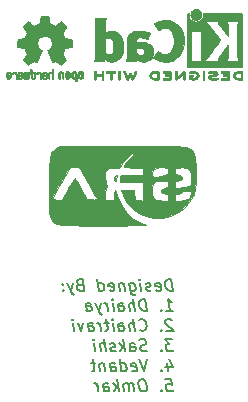
<source format=gbr>
%TF.GenerationSoftware,KiCad,Pcbnew,5.1.9-73d0e3b20d~88~ubuntu20.04.1*%
%TF.CreationDate,2021-03-20T23:28:39+05:30*%
%TF.ProjectId,ESP32-S2,45535033-322d-4533-922e-6b696361645f,rev?*%
%TF.SameCoordinates,Original*%
%TF.FileFunction,Legend,Bot*%
%TF.FilePolarity,Positive*%
%FSLAX46Y46*%
G04 Gerber Fmt 4.6, Leading zero omitted, Abs format (unit mm)*
G04 Created by KiCad (PCBNEW 5.1.9-73d0e3b20d~88~ubuntu20.04.1) date 2021-03-20 23:28:39*
%MOMM*%
%LPD*%
G01*
G04 APERTURE LIST*
%ADD10C,0.200000*%
%ADD11C,0.010000*%
G04 APERTURE END LIST*
D10*
X154815952Y-92832380D02*
X154690952Y-91832380D01*
X154452857Y-91832380D01*
X154315952Y-91880000D01*
X154232619Y-91975238D01*
X154196904Y-92070476D01*
X154173095Y-92260952D01*
X154190952Y-92403809D01*
X154262380Y-92594285D01*
X154321904Y-92689523D01*
X154429047Y-92784761D01*
X154577857Y-92832380D01*
X154815952Y-92832380D01*
X153429047Y-92784761D02*
X153530238Y-92832380D01*
X153720714Y-92832380D01*
X153810000Y-92784761D01*
X153845714Y-92689523D01*
X153798095Y-92308571D01*
X153738571Y-92213333D01*
X153637380Y-92165714D01*
X153446904Y-92165714D01*
X153357619Y-92213333D01*
X153321904Y-92308571D01*
X153333809Y-92403809D01*
X153821904Y-92499047D01*
X153000476Y-92784761D02*
X152911190Y-92832380D01*
X152720714Y-92832380D01*
X152619523Y-92784761D01*
X152560000Y-92689523D01*
X152554047Y-92641904D01*
X152589761Y-92546666D01*
X152679047Y-92499047D01*
X152821904Y-92499047D01*
X152911190Y-92451428D01*
X152946904Y-92356190D01*
X152940952Y-92308571D01*
X152881428Y-92213333D01*
X152780238Y-92165714D01*
X152637380Y-92165714D01*
X152548095Y-92213333D01*
X152149285Y-92832380D02*
X152065952Y-92165714D01*
X152024285Y-91832380D02*
X152077857Y-91880000D01*
X152036190Y-91927619D01*
X151982619Y-91880000D01*
X152024285Y-91832380D01*
X152036190Y-91927619D01*
X151161190Y-92165714D02*
X151262380Y-92975238D01*
X151321904Y-93070476D01*
X151375476Y-93118095D01*
X151476666Y-93165714D01*
X151619523Y-93165714D01*
X151708809Y-93118095D01*
X151238571Y-92784761D02*
X151339761Y-92832380D01*
X151530238Y-92832380D01*
X151619523Y-92784761D01*
X151661190Y-92737142D01*
X151696904Y-92641904D01*
X151661190Y-92356190D01*
X151601666Y-92260952D01*
X151548095Y-92213333D01*
X151446904Y-92165714D01*
X151256428Y-92165714D01*
X151167142Y-92213333D01*
X150685000Y-92165714D02*
X150768333Y-92832380D01*
X150696904Y-92260952D02*
X150643333Y-92213333D01*
X150542142Y-92165714D01*
X150399285Y-92165714D01*
X150310000Y-92213333D01*
X150274285Y-92308571D01*
X150339761Y-92832380D01*
X149476666Y-92784761D02*
X149577857Y-92832380D01*
X149768333Y-92832380D01*
X149857619Y-92784761D01*
X149893333Y-92689523D01*
X149845714Y-92308571D01*
X149786190Y-92213333D01*
X149685000Y-92165714D01*
X149494523Y-92165714D01*
X149405238Y-92213333D01*
X149369523Y-92308571D01*
X149381428Y-92403809D01*
X149869523Y-92499047D01*
X148577857Y-92832380D02*
X148452857Y-91832380D01*
X148571904Y-92784761D02*
X148673095Y-92832380D01*
X148863571Y-92832380D01*
X148952857Y-92784761D01*
X148994523Y-92737142D01*
X149030238Y-92641904D01*
X148994523Y-92356190D01*
X148935000Y-92260952D01*
X148881428Y-92213333D01*
X148780238Y-92165714D01*
X148589761Y-92165714D01*
X148500476Y-92213333D01*
X146940952Y-92308571D02*
X146804047Y-92356190D01*
X146762380Y-92403809D01*
X146726666Y-92499047D01*
X146744523Y-92641904D01*
X146804047Y-92737142D01*
X146857619Y-92784761D01*
X146958809Y-92832380D01*
X147339761Y-92832380D01*
X147214761Y-91832380D01*
X146881428Y-91832380D01*
X146792142Y-91880000D01*
X146750476Y-91927619D01*
X146714761Y-92022857D01*
X146726666Y-92118095D01*
X146786190Y-92213333D01*
X146839761Y-92260952D01*
X146940952Y-92308571D01*
X147274285Y-92308571D01*
X146351666Y-92165714D02*
X146196904Y-92832380D01*
X145875476Y-92165714D02*
X146196904Y-92832380D01*
X146321904Y-93070476D01*
X146375476Y-93118095D01*
X146476666Y-93165714D01*
X145565952Y-92737142D02*
X145524285Y-92784761D01*
X145577857Y-92832380D01*
X145619523Y-92784761D01*
X145565952Y-92737142D01*
X145577857Y-92832380D01*
X145500476Y-92213333D02*
X145458809Y-92260952D01*
X145512380Y-92308571D01*
X145554047Y-92260952D01*
X145500476Y-92213333D01*
X145512380Y-92308571D01*
X154292142Y-94532380D02*
X154863571Y-94532380D01*
X154577857Y-94532380D02*
X154452857Y-93532380D01*
X154565952Y-93675238D01*
X154673095Y-93770476D01*
X154774285Y-93818095D01*
X153851666Y-94437142D02*
X153810000Y-94484761D01*
X153863571Y-94532380D01*
X153905238Y-94484761D01*
X153851666Y-94437142D01*
X153863571Y-94532380D01*
X152625476Y-94532380D02*
X152500476Y-93532380D01*
X152262380Y-93532380D01*
X152125476Y-93580000D01*
X152042142Y-93675238D01*
X152006428Y-93770476D01*
X151982619Y-93960952D01*
X152000476Y-94103809D01*
X152071904Y-94294285D01*
X152131428Y-94389523D01*
X152238571Y-94484761D01*
X152387380Y-94532380D01*
X152625476Y-94532380D01*
X151625476Y-94532380D02*
X151500476Y-93532380D01*
X151196904Y-94532380D02*
X151131428Y-94008571D01*
X151167142Y-93913333D01*
X151256428Y-93865714D01*
X151399285Y-93865714D01*
X151500476Y-93913333D01*
X151554047Y-93960952D01*
X150292142Y-94532380D02*
X150226666Y-94008571D01*
X150262380Y-93913333D01*
X150351666Y-93865714D01*
X150542142Y-93865714D01*
X150643333Y-93913333D01*
X150286190Y-94484761D02*
X150387380Y-94532380D01*
X150625476Y-94532380D01*
X150714761Y-94484761D01*
X150750476Y-94389523D01*
X150738571Y-94294285D01*
X150679047Y-94199047D01*
X150577857Y-94151428D01*
X150339761Y-94151428D01*
X150238571Y-94103809D01*
X149815952Y-94532380D02*
X149732619Y-93865714D01*
X149690952Y-93532380D02*
X149744523Y-93580000D01*
X149702857Y-93627619D01*
X149649285Y-93580000D01*
X149690952Y-93532380D01*
X149702857Y-93627619D01*
X149339761Y-94532380D02*
X149256428Y-93865714D01*
X149280238Y-94056190D02*
X149220714Y-93960952D01*
X149167142Y-93913333D01*
X149065952Y-93865714D01*
X148970714Y-93865714D01*
X148732619Y-93865714D02*
X148577857Y-94532380D01*
X148256428Y-93865714D02*
X148577857Y-94532380D01*
X148702857Y-94770476D01*
X148756428Y-94818095D01*
X148857619Y-94865714D01*
X147530238Y-94532380D02*
X147464761Y-94008571D01*
X147500476Y-93913333D01*
X147589761Y-93865714D01*
X147780238Y-93865714D01*
X147881428Y-93913333D01*
X147524285Y-94484761D02*
X147625476Y-94532380D01*
X147863571Y-94532380D01*
X147952857Y-94484761D01*
X147988571Y-94389523D01*
X147976666Y-94294285D01*
X147917142Y-94199047D01*
X147815952Y-94151428D01*
X147577857Y-94151428D01*
X147476666Y-94103809D01*
X154750476Y-95327619D02*
X154696904Y-95280000D01*
X154595714Y-95232380D01*
X154357619Y-95232380D01*
X154268333Y-95280000D01*
X154226666Y-95327619D01*
X154190952Y-95422857D01*
X154202857Y-95518095D01*
X154268333Y-95660952D01*
X154911190Y-96232380D01*
X154292142Y-96232380D01*
X153851666Y-96137142D02*
X153810000Y-96184761D01*
X153863571Y-96232380D01*
X153905238Y-96184761D01*
X153851666Y-96137142D01*
X153863571Y-96232380D01*
X152042142Y-96137142D02*
X152095714Y-96184761D01*
X152244523Y-96232380D01*
X152339761Y-96232380D01*
X152476666Y-96184761D01*
X152560000Y-96089523D01*
X152595714Y-95994285D01*
X152619523Y-95803809D01*
X152601666Y-95660952D01*
X152530238Y-95470476D01*
X152470714Y-95375238D01*
X152363571Y-95280000D01*
X152214761Y-95232380D01*
X152119523Y-95232380D01*
X151982619Y-95280000D01*
X151940952Y-95327619D01*
X151625476Y-96232380D02*
X151500476Y-95232380D01*
X151196904Y-96232380D02*
X151131428Y-95708571D01*
X151167142Y-95613333D01*
X151256428Y-95565714D01*
X151399285Y-95565714D01*
X151500476Y-95613333D01*
X151554047Y-95660952D01*
X150292142Y-96232380D02*
X150226666Y-95708571D01*
X150262380Y-95613333D01*
X150351666Y-95565714D01*
X150542142Y-95565714D01*
X150643333Y-95613333D01*
X150286190Y-96184761D02*
X150387380Y-96232380D01*
X150625476Y-96232380D01*
X150714761Y-96184761D01*
X150750476Y-96089523D01*
X150738571Y-95994285D01*
X150679047Y-95899047D01*
X150577857Y-95851428D01*
X150339761Y-95851428D01*
X150238571Y-95803809D01*
X149815952Y-96232380D02*
X149732619Y-95565714D01*
X149690952Y-95232380D02*
X149744523Y-95280000D01*
X149702857Y-95327619D01*
X149649285Y-95280000D01*
X149690952Y-95232380D01*
X149702857Y-95327619D01*
X149399285Y-95565714D02*
X149018333Y-95565714D01*
X149214761Y-95232380D02*
X149321904Y-96089523D01*
X149286190Y-96184761D01*
X149196904Y-96232380D01*
X149101666Y-96232380D01*
X148768333Y-96232380D02*
X148685000Y-95565714D01*
X148708809Y-95756190D02*
X148649285Y-95660952D01*
X148595714Y-95613333D01*
X148494523Y-95565714D01*
X148399285Y-95565714D01*
X147720714Y-96232380D02*
X147655238Y-95708571D01*
X147690952Y-95613333D01*
X147780238Y-95565714D01*
X147970714Y-95565714D01*
X148071904Y-95613333D01*
X147714761Y-96184761D02*
X147815952Y-96232380D01*
X148054047Y-96232380D01*
X148143333Y-96184761D01*
X148179047Y-96089523D01*
X148167142Y-95994285D01*
X148107619Y-95899047D01*
X148006428Y-95851428D01*
X147768333Y-95851428D01*
X147667142Y-95803809D01*
X147256428Y-95565714D02*
X147101666Y-96232380D01*
X146780238Y-95565714D01*
X146482619Y-96232380D02*
X146399285Y-95565714D01*
X146357619Y-95232380D02*
X146411190Y-95280000D01*
X146369523Y-95327619D01*
X146315952Y-95280000D01*
X146357619Y-95232380D01*
X146369523Y-95327619D01*
X154786190Y-96932380D02*
X154167142Y-96932380D01*
X154548095Y-97313333D01*
X154405238Y-97313333D01*
X154315952Y-97360952D01*
X154274285Y-97408571D01*
X154238571Y-97503809D01*
X154268333Y-97741904D01*
X154327857Y-97837142D01*
X154381428Y-97884761D01*
X154482619Y-97932380D01*
X154768333Y-97932380D01*
X154857619Y-97884761D01*
X154899285Y-97837142D01*
X153851666Y-97837142D02*
X153810000Y-97884761D01*
X153863571Y-97932380D01*
X153905238Y-97884761D01*
X153851666Y-97837142D01*
X153863571Y-97932380D01*
X152667142Y-97884761D02*
X152530238Y-97932380D01*
X152292142Y-97932380D01*
X152190952Y-97884761D01*
X152137380Y-97837142D01*
X152077857Y-97741904D01*
X152065952Y-97646666D01*
X152101666Y-97551428D01*
X152143333Y-97503809D01*
X152232619Y-97456190D01*
X152417142Y-97408571D01*
X152506428Y-97360952D01*
X152548095Y-97313333D01*
X152583809Y-97218095D01*
X152571904Y-97122857D01*
X152512380Y-97027619D01*
X152458809Y-96980000D01*
X152357619Y-96932380D01*
X152119523Y-96932380D01*
X151982619Y-96980000D01*
X151244523Y-97932380D02*
X151179047Y-97408571D01*
X151214761Y-97313333D01*
X151304047Y-97265714D01*
X151494523Y-97265714D01*
X151595714Y-97313333D01*
X151238571Y-97884761D02*
X151339761Y-97932380D01*
X151577857Y-97932380D01*
X151667142Y-97884761D01*
X151702857Y-97789523D01*
X151690952Y-97694285D01*
X151631428Y-97599047D01*
X151530238Y-97551428D01*
X151292142Y-97551428D01*
X151190952Y-97503809D01*
X150768333Y-97932380D02*
X150643333Y-96932380D01*
X150625476Y-97551428D02*
X150387380Y-97932380D01*
X150304047Y-97265714D02*
X150732619Y-97646666D01*
X150000476Y-97884761D02*
X149911190Y-97932380D01*
X149720714Y-97932380D01*
X149619523Y-97884761D01*
X149560000Y-97789523D01*
X149554047Y-97741904D01*
X149589761Y-97646666D01*
X149679047Y-97599047D01*
X149821904Y-97599047D01*
X149911190Y-97551428D01*
X149946904Y-97456190D01*
X149940952Y-97408571D01*
X149881428Y-97313333D01*
X149780238Y-97265714D01*
X149637380Y-97265714D01*
X149548095Y-97313333D01*
X149149285Y-97932380D02*
X149024285Y-96932380D01*
X148720714Y-97932380D02*
X148655238Y-97408571D01*
X148690952Y-97313333D01*
X148780238Y-97265714D01*
X148923095Y-97265714D01*
X149024285Y-97313333D01*
X149077857Y-97360952D01*
X148244523Y-97932380D02*
X148161190Y-97265714D01*
X148119523Y-96932380D02*
X148173095Y-96980000D01*
X148131428Y-97027619D01*
X148077857Y-96980000D01*
X148119523Y-96932380D01*
X148131428Y-97027619D01*
X154304047Y-98965714D02*
X154387380Y-99632380D01*
X154494523Y-98584761D02*
X154821904Y-99299047D01*
X154202857Y-99299047D01*
X153851666Y-99537142D02*
X153810000Y-99584761D01*
X153863571Y-99632380D01*
X153905238Y-99584761D01*
X153851666Y-99537142D01*
X153863571Y-99632380D01*
X152643333Y-98632380D02*
X152435000Y-99632380D01*
X151976666Y-98632380D01*
X151381428Y-99584761D02*
X151482619Y-99632380D01*
X151673095Y-99632380D01*
X151762380Y-99584761D01*
X151798095Y-99489523D01*
X151750476Y-99108571D01*
X151690952Y-99013333D01*
X151589761Y-98965714D01*
X151399285Y-98965714D01*
X151310000Y-99013333D01*
X151274285Y-99108571D01*
X151286190Y-99203809D01*
X151774285Y-99299047D01*
X150482619Y-99632380D02*
X150357619Y-98632380D01*
X150476666Y-99584761D02*
X150577857Y-99632380D01*
X150768333Y-99632380D01*
X150857619Y-99584761D01*
X150899285Y-99537142D01*
X150935000Y-99441904D01*
X150899285Y-99156190D01*
X150839761Y-99060952D01*
X150786190Y-99013333D01*
X150685000Y-98965714D01*
X150494523Y-98965714D01*
X150405238Y-99013333D01*
X149577857Y-99632380D02*
X149512380Y-99108571D01*
X149548095Y-99013333D01*
X149637380Y-98965714D01*
X149827857Y-98965714D01*
X149929047Y-99013333D01*
X149571904Y-99584761D02*
X149673095Y-99632380D01*
X149911190Y-99632380D01*
X150000476Y-99584761D01*
X150036190Y-99489523D01*
X150024285Y-99394285D01*
X149964761Y-99299047D01*
X149863571Y-99251428D01*
X149625476Y-99251428D01*
X149524285Y-99203809D01*
X149018333Y-98965714D02*
X149101666Y-99632380D01*
X149030238Y-99060952D02*
X148976666Y-99013333D01*
X148875476Y-98965714D01*
X148732619Y-98965714D01*
X148643333Y-99013333D01*
X148607619Y-99108571D01*
X148673095Y-99632380D01*
X148256428Y-98965714D02*
X147875476Y-98965714D01*
X148071904Y-98632380D02*
X148179047Y-99489523D01*
X148143333Y-99584761D01*
X148054047Y-99632380D01*
X147958809Y-99632380D01*
X154214761Y-100332380D02*
X154690952Y-100332380D01*
X154798095Y-100808571D01*
X154744523Y-100760952D01*
X154643333Y-100713333D01*
X154405238Y-100713333D01*
X154315952Y-100760952D01*
X154274285Y-100808571D01*
X154238571Y-100903809D01*
X154268333Y-101141904D01*
X154327857Y-101237142D01*
X154381428Y-101284761D01*
X154482619Y-101332380D01*
X154720714Y-101332380D01*
X154810000Y-101284761D01*
X154851666Y-101237142D01*
X153851666Y-101237142D02*
X153810000Y-101284761D01*
X153863571Y-101332380D01*
X153905238Y-101284761D01*
X153851666Y-101237142D01*
X153863571Y-101332380D01*
X152310000Y-100332380D02*
X152119523Y-100332380D01*
X152030238Y-100380000D01*
X151946904Y-100475238D01*
X151923095Y-100665714D01*
X151964761Y-100999047D01*
X152036190Y-101189523D01*
X152143333Y-101284761D01*
X152244523Y-101332380D01*
X152435000Y-101332380D01*
X152524285Y-101284761D01*
X152607619Y-101189523D01*
X152631428Y-100999047D01*
X152589761Y-100665714D01*
X152518333Y-100475238D01*
X152411190Y-100380000D01*
X152310000Y-100332380D01*
X151577857Y-101332380D02*
X151494523Y-100665714D01*
X151506428Y-100760952D02*
X151452857Y-100713333D01*
X151351666Y-100665714D01*
X151208809Y-100665714D01*
X151119523Y-100713333D01*
X151083809Y-100808571D01*
X151149285Y-101332380D01*
X151083809Y-100808571D02*
X151024285Y-100713333D01*
X150923095Y-100665714D01*
X150780238Y-100665714D01*
X150690952Y-100713333D01*
X150655238Y-100808571D01*
X150720714Y-101332380D01*
X150244523Y-101332380D02*
X150119523Y-100332380D01*
X150101666Y-100951428D02*
X149863571Y-101332380D01*
X149780238Y-100665714D02*
X150208809Y-101046666D01*
X149006428Y-101332380D02*
X148940952Y-100808571D01*
X148976666Y-100713333D01*
X149065952Y-100665714D01*
X149256428Y-100665714D01*
X149357619Y-100713333D01*
X149000476Y-101284761D02*
X149101666Y-101332380D01*
X149339761Y-101332380D01*
X149429047Y-101284761D01*
X149464761Y-101189523D01*
X149452857Y-101094285D01*
X149393333Y-100999047D01*
X149292142Y-100951428D01*
X149054047Y-100951428D01*
X148952857Y-100903809D01*
X148530238Y-101332380D02*
X148446904Y-100665714D01*
X148470714Y-100856190D02*
X148411190Y-100760952D01*
X148357619Y-100713333D01*
X148256428Y-100665714D01*
X148161190Y-100665714D01*
D11*
G36*
X149990000Y-83047715D02*
G01*
X149896573Y-83158720D01*
X149863571Y-83339264D01*
X149900536Y-83499315D01*
X149938041Y-83538051D01*
X150013579Y-83505774D01*
X150063885Y-83394881D01*
X150111679Y-83150744D01*
X150082456Y-83042833D01*
X149990000Y-83047715D01*
G37*
X149990000Y-83047715D02*
X149896573Y-83158720D01*
X149863571Y-83339264D01*
X149900536Y-83499315D01*
X149938041Y-83538051D01*
X150013579Y-83505774D01*
X150063885Y-83394881D01*
X150111679Y-83150744D01*
X150082456Y-83042833D01*
X149990000Y-83047715D01*
G36*
X144940180Y-80772501D02*
G01*
X144783202Y-80876328D01*
X144657384Y-80984477D01*
X144559285Y-81116010D01*
X144485465Y-81289990D01*
X144432483Y-81525480D01*
X144396899Y-81841541D01*
X144375271Y-82257236D01*
X144364160Y-82791627D01*
X144360125Y-83463777D01*
X144359666Y-83988775D01*
X144360028Y-84697541D01*
X144362064Y-85257332D01*
X144367204Y-85688507D01*
X144376876Y-86011423D01*
X144392508Y-86246440D01*
X144415530Y-86413915D01*
X144447369Y-86534207D01*
X144489455Y-86627674D01*
X144543216Y-86714674D01*
X144551854Y-86727646D01*
X144642549Y-86861068D01*
X144730984Y-86972440D01*
X144832488Y-87063728D01*
X144962389Y-87136899D01*
X145136018Y-87193917D01*
X145368701Y-87236748D01*
X145675769Y-87267359D01*
X146072550Y-87287715D01*
X146574373Y-87299782D01*
X147196566Y-87305525D01*
X147954459Y-87306910D01*
X148863380Y-87305904D01*
X149058666Y-87305597D01*
X149947824Y-87304034D01*
X150680629Y-87301975D01*
X151270064Y-87298823D01*
X151729111Y-87293982D01*
X152070752Y-87286853D01*
X152307967Y-87276840D01*
X152453739Y-87263346D01*
X152521049Y-87245775D01*
X152522880Y-87223528D01*
X152472212Y-87196008D01*
X152382027Y-87162620D01*
X152356677Y-87153917D01*
X151823736Y-86928258D01*
X151369787Y-86628051D01*
X150941341Y-86223630D01*
X150518410Y-85689914D01*
X150237737Y-85131854D01*
X150107939Y-84681630D01*
X150034133Y-84422704D01*
X149963965Y-84331008D01*
X149903477Y-84404457D01*
X149858708Y-84640965D01*
X149847178Y-84771667D01*
X149820666Y-85152667D01*
X149074566Y-85152667D01*
X149075249Y-85072098D01*
X148423666Y-85072098D01*
X148347594Y-85094162D01*
X148152586Y-85099734D01*
X147989824Y-85093591D01*
X147555981Y-85068000D01*
X147053747Y-84181312D01*
X146857226Y-83836010D01*
X146691984Y-83548780D01*
X146575218Y-83349298D01*
X146524125Y-83267243D01*
X146523953Y-83267064D01*
X146474788Y-83325734D01*
X146360166Y-83505808D01*
X146196451Y-83780435D01*
X146000007Y-84122767D01*
X145970627Y-84174919D01*
X145444860Y-85110333D01*
X145029263Y-85110333D01*
X144790769Y-85098718D01*
X144641463Y-85069071D01*
X144615734Y-85046833D01*
X144656589Y-84956249D01*
X144768734Y-84743810D01*
X144938633Y-84434219D01*
X145152750Y-84052176D01*
X145369673Y-83671000D01*
X146121543Y-82358667D01*
X146497645Y-82333390D01*
X146873747Y-82308114D01*
X147648707Y-83666564D01*
X147893938Y-84098867D01*
X148107231Y-84479512D01*
X148275403Y-84784588D01*
X148385269Y-84990184D01*
X148423666Y-85072098D01*
X149075249Y-85072098D01*
X149078348Y-84707044D01*
X149099952Y-84427829D01*
X149150938Y-84206874D01*
X149188679Y-84133036D01*
X149252171Y-83988322D01*
X149200330Y-83796396D01*
X149198114Y-83791509D01*
X149141939Y-83583452D01*
X149106871Y-83290448D01*
X149101000Y-83121484D01*
X149133876Y-82783040D01*
X149248953Y-82564789D01*
X149470903Y-82445077D01*
X149824400Y-82402253D01*
X149921998Y-82401000D01*
X150190951Y-82391231D01*
X150346925Y-82346621D01*
X150445856Y-82244211D01*
X150489303Y-82168167D01*
X150630816Y-81963866D01*
X150853467Y-81712290D01*
X151124144Y-81443411D01*
X151409734Y-81187204D01*
X151677126Y-80973641D01*
X151893205Y-80832696D01*
X152009219Y-80792333D01*
X151988228Y-80837046D01*
X151858089Y-80953780D01*
X151665972Y-81102925D01*
X151423422Y-81307486D01*
X151176546Y-81556629D01*
X150952241Y-81817225D01*
X150777401Y-82056143D01*
X150678922Y-82240251D01*
X150673215Y-82325850D01*
X150772834Y-82358424D01*
X151001960Y-82383880D01*
X151320800Y-82398681D01*
X151518997Y-82401000D01*
X152318333Y-82401000D01*
X152318333Y-82988121D01*
X151365833Y-83012060D01*
X150413333Y-83036000D01*
X150386802Y-83311167D01*
X150360271Y-83586333D01*
X152318333Y-83586333D01*
X152318333Y-85204736D01*
X151958500Y-85178701D01*
X151598666Y-85152667D01*
X151547484Y-84263667D01*
X150437309Y-84263667D01*
X150494613Y-84496500D01*
X150675105Y-84947671D01*
X150980562Y-85409255D01*
X151375484Y-85837582D01*
X151824372Y-86188981D01*
X151916450Y-86245571D01*
X152567025Y-86535683D01*
X153245569Y-86674095D01*
X153928181Y-86668120D01*
X154590962Y-86525069D01*
X155210013Y-86252254D01*
X155761433Y-85856987D01*
X156221324Y-85346579D01*
X156517721Y-84837878D01*
X156605697Y-84641962D01*
X156382333Y-84641962D01*
X156318313Y-84902632D01*
X156121388Y-85077770D01*
X155784267Y-85171781D01*
X155472166Y-85191610D01*
X155027666Y-85195000D01*
X155027666Y-84898667D01*
X155041747Y-84699618D01*
X155113668Y-84617975D01*
X155284324Y-84602333D01*
X155491973Y-84562614D01*
X155589715Y-84475333D01*
X155708147Y-84382532D01*
X155975532Y-84348604D01*
X156010392Y-84348333D01*
X156240877Y-84355197D01*
X156348670Y-84400330D01*
X156380402Y-84520548D01*
X156382333Y-84641962D01*
X156605697Y-84641962D01*
X156606280Y-84640665D01*
X156670500Y-84469564D01*
X156714289Y-84292528D01*
X156741558Y-84077507D01*
X156756214Y-83792453D01*
X156762169Y-83405315D01*
X156762496Y-83258085D01*
X156382333Y-83258085D01*
X156377409Y-83567559D01*
X156352402Y-83754125D01*
X156291962Y-83864144D01*
X156180738Y-83943975D01*
X156149500Y-83961239D01*
X155926717Y-84036244D01*
X155625427Y-84083299D01*
X155472166Y-84090943D01*
X155027666Y-84094333D01*
X155027666Y-83798000D01*
X155044905Y-83595974D01*
X155117245Y-83513219D01*
X155207978Y-83501667D01*
X154435000Y-83501667D01*
X154435000Y-83792635D01*
X154418551Y-83991559D01*
X154336301Y-84079041D01*
X154160527Y-84110135D01*
X153936712Y-84180549D01*
X153843304Y-84307195D01*
X153873054Y-84447694D01*
X154018713Y-84559667D01*
X154244500Y-84601037D01*
X154374298Y-84628736D01*
X154427181Y-84741624D01*
X154435000Y-84898667D01*
X154435000Y-85195000D01*
X153974054Y-85195000D01*
X153654261Y-85175002D01*
X153431435Y-85101777D01*
X153281721Y-84995968D01*
X153150289Y-84864367D01*
X153083687Y-84722450D01*
X153063843Y-84511201D01*
X153067850Y-84297468D01*
X153108218Y-83928764D01*
X153216821Y-83690949D01*
X153421480Y-83558533D01*
X153750014Y-83506025D01*
X153936380Y-83501667D01*
X154435000Y-83501667D01*
X155207978Y-83501667D01*
X155218166Y-83500370D01*
X155470923Y-83449723D01*
X155602857Y-83330445D01*
X155608705Y-83185169D01*
X155483207Y-83056531D01*
X155280705Y-82993667D01*
X155084163Y-82950844D01*
X155010991Y-82866826D01*
X155014545Y-82705859D01*
X154435000Y-82705859D01*
X154419584Y-82901289D01*
X154343462Y-82979931D01*
X154185997Y-82993667D01*
X153990468Y-83019765D01*
X153884666Y-83078333D01*
X153775157Y-83129463D01*
X153560034Y-83159590D01*
X153450972Y-83163000D01*
X153217321Y-83157122D01*
X153110170Y-83117347D01*
X153086686Y-83010457D01*
X153096135Y-82887833D01*
X153197059Y-82627416D01*
X153432147Y-82456477D01*
X153787424Y-82382465D01*
X154036765Y-82386378D01*
X154277540Y-82412217D01*
X154394241Y-82463205D01*
X154431778Y-82575370D01*
X154435000Y-82705859D01*
X155014545Y-82705859D01*
X155014734Y-82697333D01*
X155042330Y-82510506D01*
X155067185Y-82419104D01*
X155157216Y-82405034D01*
X155365966Y-82393842D01*
X155571712Y-82389124D01*
X155937785Y-82407782D01*
X156176470Y-82492280D01*
X156313033Y-82669701D01*
X156372739Y-82967130D01*
X156382333Y-83258085D01*
X156762496Y-83258085D01*
X156763330Y-82884045D01*
X156763333Y-82824333D01*
X156760363Y-82237413D01*
X156746428Y-81793243D01*
X156713995Y-81465273D01*
X156655529Y-81226955D01*
X156563495Y-81051740D01*
X156430359Y-80913080D01*
X156248587Y-80784424D01*
X156193218Y-80750000D01*
X152233666Y-80750000D01*
X152191333Y-80792333D01*
X152149000Y-80750000D01*
X152191333Y-80707667D01*
X152233666Y-80750000D01*
X156193218Y-80750000D01*
X156170666Y-80735979D01*
X156111374Y-80704383D01*
X156036146Y-80677375D01*
X155932097Y-80654596D01*
X155786345Y-80635689D01*
X155586005Y-80620296D01*
X155318193Y-80608059D01*
X154970024Y-80598618D01*
X154528615Y-80591617D01*
X153981081Y-80586697D01*
X153314538Y-80583501D01*
X152516102Y-80581669D01*
X151572890Y-80580844D01*
X150582666Y-80580667D01*
X145248666Y-80580667D01*
X144940180Y-80772501D01*
G37*
X144940180Y-80772501D02*
X144783202Y-80876328D01*
X144657384Y-80984477D01*
X144559285Y-81116010D01*
X144485465Y-81289990D01*
X144432483Y-81525480D01*
X144396899Y-81841541D01*
X144375271Y-82257236D01*
X144364160Y-82791627D01*
X144360125Y-83463777D01*
X144359666Y-83988775D01*
X144360028Y-84697541D01*
X144362064Y-85257332D01*
X144367204Y-85688507D01*
X144376876Y-86011423D01*
X144392508Y-86246440D01*
X144415530Y-86413915D01*
X144447369Y-86534207D01*
X144489455Y-86627674D01*
X144543216Y-86714674D01*
X144551854Y-86727646D01*
X144642549Y-86861068D01*
X144730984Y-86972440D01*
X144832488Y-87063728D01*
X144962389Y-87136899D01*
X145136018Y-87193917D01*
X145368701Y-87236748D01*
X145675769Y-87267359D01*
X146072550Y-87287715D01*
X146574373Y-87299782D01*
X147196566Y-87305525D01*
X147954459Y-87306910D01*
X148863380Y-87305904D01*
X149058666Y-87305597D01*
X149947824Y-87304034D01*
X150680629Y-87301975D01*
X151270064Y-87298823D01*
X151729111Y-87293982D01*
X152070752Y-87286853D01*
X152307967Y-87276840D01*
X152453739Y-87263346D01*
X152521049Y-87245775D01*
X152522880Y-87223528D01*
X152472212Y-87196008D01*
X152382027Y-87162620D01*
X152356677Y-87153917D01*
X151823736Y-86928258D01*
X151369787Y-86628051D01*
X150941341Y-86223630D01*
X150518410Y-85689914D01*
X150237737Y-85131854D01*
X150107939Y-84681630D01*
X150034133Y-84422704D01*
X149963965Y-84331008D01*
X149903477Y-84404457D01*
X149858708Y-84640965D01*
X149847178Y-84771667D01*
X149820666Y-85152667D01*
X149074566Y-85152667D01*
X149075249Y-85072098D01*
X148423666Y-85072098D01*
X148347594Y-85094162D01*
X148152586Y-85099734D01*
X147989824Y-85093591D01*
X147555981Y-85068000D01*
X147053747Y-84181312D01*
X146857226Y-83836010D01*
X146691984Y-83548780D01*
X146575218Y-83349298D01*
X146524125Y-83267243D01*
X146523953Y-83267064D01*
X146474788Y-83325734D01*
X146360166Y-83505808D01*
X146196451Y-83780435D01*
X146000007Y-84122767D01*
X145970627Y-84174919D01*
X145444860Y-85110333D01*
X145029263Y-85110333D01*
X144790769Y-85098718D01*
X144641463Y-85069071D01*
X144615734Y-85046833D01*
X144656589Y-84956249D01*
X144768734Y-84743810D01*
X144938633Y-84434219D01*
X145152750Y-84052176D01*
X145369673Y-83671000D01*
X146121543Y-82358667D01*
X146497645Y-82333390D01*
X146873747Y-82308114D01*
X147648707Y-83666564D01*
X147893938Y-84098867D01*
X148107231Y-84479512D01*
X148275403Y-84784588D01*
X148385269Y-84990184D01*
X148423666Y-85072098D01*
X149075249Y-85072098D01*
X149078348Y-84707044D01*
X149099952Y-84427829D01*
X149150938Y-84206874D01*
X149188679Y-84133036D01*
X149252171Y-83988322D01*
X149200330Y-83796396D01*
X149198114Y-83791509D01*
X149141939Y-83583452D01*
X149106871Y-83290448D01*
X149101000Y-83121484D01*
X149133876Y-82783040D01*
X149248953Y-82564789D01*
X149470903Y-82445077D01*
X149824400Y-82402253D01*
X149921998Y-82401000D01*
X150190951Y-82391231D01*
X150346925Y-82346621D01*
X150445856Y-82244211D01*
X150489303Y-82168167D01*
X150630816Y-81963866D01*
X150853467Y-81712290D01*
X151124144Y-81443411D01*
X151409734Y-81187204D01*
X151677126Y-80973641D01*
X151893205Y-80832696D01*
X152009219Y-80792333D01*
X151988228Y-80837046D01*
X151858089Y-80953780D01*
X151665972Y-81102925D01*
X151423422Y-81307486D01*
X151176546Y-81556629D01*
X150952241Y-81817225D01*
X150777401Y-82056143D01*
X150678922Y-82240251D01*
X150673215Y-82325850D01*
X150772834Y-82358424D01*
X151001960Y-82383880D01*
X151320800Y-82398681D01*
X151518997Y-82401000D01*
X152318333Y-82401000D01*
X152318333Y-82988121D01*
X151365833Y-83012060D01*
X150413333Y-83036000D01*
X150386802Y-83311167D01*
X150360271Y-83586333D01*
X152318333Y-83586333D01*
X152318333Y-85204736D01*
X151958500Y-85178701D01*
X151598666Y-85152667D01*
X151547484Y-84263667D01*
X150437309Y-84263667D01*
X150494613Y-84496500D01*
X150675105Y-84947671D01*
X150980562Y-85409255D01*
X151375484Y-85837582D01*
X151824372Y-86188981D01*
X151916450Y-86245571D01*
X152567025Y-86535683D01*
X153245569Y-86674095D01*
X153928181Y-86668120D01*
X154590962Y-86525069D01*
X155210013Y-86252254D01*
X155761433Y-85856987D01*
X156221324Y-85346579D01*
X156517721Y-84837878D01*
X156605697Y-84641962D01*
X156382333Y-84641962D01*
X156318313Y-84902632D01*
X156121388Y-85077770D01*
X155784267Y-85171781D01*
X155472166Y-85191610D01*
X155027666Y-85195000D01*
X155027666Y-84898667D01*
X155041747Y-84699618D01*
X155113668Y-84617975D01*
X155284324Y-84602333D01*
X155491973Y-84562614D01*
X155589715Y-84475333D01*
X155708147Y-84382532D01*
X155975532Y-84348604D01*
X156010392Y-84348333D01*
X156240877Y-84355197D01*
X156348670Y-84400330D01*
X156380402Y-84520548D01*
X156382333Y-84641962D01*
X156605697Y-84641962D01*
X156606280Y-84640665D01*
X156670500Y-84469564D01*
X156714289Y-84292528D01*
X156741558Y-84077507D01*
X156756214Y-83792453D01*
X156762169Y-83405315D01*
X156762496Y-83258085D01*
X156382333Y-83258085D01*
X156377409Y-83567559D01*
X156352402Y-83754125D01*
X156291962Y-83864144D01*
X156180738Y-83943975D01*
X156149500Y-83961239D01*
X155926717Y-84036244D01*
X155625427Y-84083299D01*
X155472166Y-84090943D01*
X155027666Y-84094333D01*
X155027666Y-83798000D01*
X155044905Y-83595974D01*
X155117245Y-83513219D01*
X155207978Y-83501667D01*
X154435000Y-83501667D01*
X154435000Y-83792635D01*
X154418551Y-83991559D01*
X154336301Y-84079041D01*
X154160527Y-84110135D01*
X153936712Y-84180549D01*
X153843304Y-84307195D01*
X153873054Y-84447694D01*
X154018713Y-84559667D01*
X154244500Y-84601037D01*
X154374298Y-84628736D01*
X154427181Y-84741624D01*
X154435000Y-84898667D01*
X154435000Y-85195000D01*
X153974054Y-85195000D01*
X153654261Y-85175002D01*
X153431435Y-85101777D01*
X153281721Y-84995968D01*
X153150289Y-84864367D01*
X153083687Y-84722450D01*
X153063843Y-84511201D01*
X153067850Y-84297468D01*
X153108218Y-83928764D01*
X153216821Y-83690949D01*
X153421480Y-83558533D01*
X153750014Y-83506025D01*
X153936380Y-83501667D01*
X154435000Y-83501667D01*
X155207978Y-83501667D01*
X155218166Y-83500370D01*
X155470923Y-83449723D01*
X155602857Y-83330445D01*
X155608705Y-83185169D01*
X155483207Y-83056531D01*
X155280705Y-82993667D01*
X155084163Y-82950844D01*
X155010991Y-82866826D01*
X155014545Y-82705859D01*
X154435000Y-82705859D01*
X154419584Y-82901289D01*
X154343462Y-82979931D01*
X154185997Y-82993667D01*
X153990468Y-83019765D01*
X153884666Y-83078333D01*
X153775157Y-83129463D01*
X153560034Y-83159590D01*
X153450972Y-83163000D01*
X153217321Y-83157122D01*
X153110170Y-83117347D01*
X153086686Y-83010457D01*
X153096135Y-82887833D01*
X153197059Y-82627416D01*
X153432147Y-82456477D01*
X153787424Y-82382465D01*
X154036765Y-82386378D01*
X154277540Y-82412217D01*
X154394241Y-82463205D01*
X154431778Y-82575370D01*
X154435000Y-82705859D01*
X155014545Y-82705859D01*
X155014734Y-82697333D01*
X155042330Y-82510506D01*
X155067185Y-82419104D01*
X155157216Y-82405034D01*
X155365966Y-82393842D01*
X155571712Y-82389124D01*
X155937785Y-82407782D01*
X156176470Y-82492280D01*
X156313033Y-82669701D01*
X156372739Y-82967130D01*
X156382333Y-83258085D01*
X156762496Y-83258085D01*
X156763330Y-82884045D01*
X156763333Y-82824333D01*
X156760363Y-82237413D01*
X156746428Y-81793243D01*
X156713995Y-81465273D01*
X156655529Y-81226955D01*
X156563495Y-81051740D01*
X156430359Y-80913080D01*
X156248587Y-80784424D01*
X156193218Y-80750000D01*
X152233666Y-80750000D01*
X152191333Y-80792333D01*
X152149000Y-80750000D01*
X152191333Y-80707667D01*
X152233666Y-80750000D01*
X156193218Y-80750000D01*
X156170666Y-80735979D01*
X156111374Y-80704383D01*
X156036146Y-80677375D01*
X155932097Y-80654596D01*
X155786345Y-80635689D01*
X155586005Y-80620296D01*
X155318193Y-80608059D01*
X154970024Y-80598618D01*
X154528615Y-80591617D01*
X153981081Y-80586697D01*
X153314538Y-80583501D01*
X152516102Y-80581669D01*
X151572890Y-80580844D01*
X150582666Y-80580667D01*
X145248666Y-80580667D01*
X144940180Y-80772501D01*
G36*
X148221177Y-74224533D02*
G01*
X148189798Y-74246776D01*
X148162089Y-74274485D01*
X148162089Y-74583920D01*
X148162162Y-74675799D01*
X148162505Y-74747840D01*
X148163308Y-74802780D01*
X148164759Y-74843360D01*
X148167048Y-74872317D01*
X148170364Y-74892391D01*
X148174895Y-74906321D01*
X148180831Y-74916845D01*
X148185486Y-74923100D01*
X148216217Y-74947673D01*
X148251504Y-74950341D01*
X148283755Y-74935271D01*
X148294412Y-74926374D01*
X148301536Y-74914557D01*
X148305833Y-74895526D01*
X148308009Y-74864992D01*
X148308772Y-74818662D01*
X148308845Y-74782871D01*
X148308845Y-74648045D01*
X148805556Y-74648045D01*
X148805556Y-74770700D01*
X148806069Y-74826787D01*
X148808124Y-74865333D01*
X148812492Y-74891361D01*
X148819944Y-74909897D01*
X148828953Y-74923100D01*
X148859856Y-74947604D01*
X148894804Y-74950506D01*
X148928262Y-74933089D01*
X148937396Y-74923959D01*
X148943848Y-74911855D01*
X148948103Y-74893001D01*
X148950648Y-74863620D01*
X148951971Y-74819937D01*
X148952557Y-74758175D01*
X148952625Y-74744000D01*
X148953109Y-74627631D01*
X148953359Y-74531727D01*
X148953277Y-74454177D01*
X148952769Y-74392869D01*
X148951738Y-74345690D01*
X148950087Y-74310530D01*
X148947721Y-74285276D01*
X148944543Y-74267817D01*
X148940456Y-74256041D01*
X148935366Y-74247835D01*
X148929734Y-74241645D01*
X148897872Y-74221844D01*
X148864643Y-74224533D01*
X148833265Y-74246776D01*
X148820567Y-74261126D01*
X148812474Y-74276978D01*
X148807958Y-74299554D01*
X148805994Y-74334078D01*
X148805556Y-74385776D01*
X148805556Y-74501289D01*
X148308845Y-74501289D01*
X148308845Y-74382756D01*
X148308338Y-74328148D01*
X148306302Y-74291275D01*
X148301965Y-74267307D01*
X148294553Y-74251415D01*
X148286267Y-74241645D01*
X148254406Y-74221844D01*
X148221177Y-74224533D01*
G37*
X148221177Y-74224533D02*
X148189798Y-74246776D01*
X148162089Y-74274485D01*
X148162089Y-74583920D01*
X148162162Y-74675799D01*
X148162505Y-74747840D01*
X148163308Y-74802780D01*
X148164759Y-74843360D01*
X148167048Y-74872317D01*
X148170364Y-74892391D01*
X148174895Y-74906321D01*
X148180831Y-74916845D01*
X148185486Y-74923100D01*
X148216217Y-74947673D01*
X148251504Y-74950341D01*
X148283755Y-74935271D01*
X148294412Y-74926374D01*
X148301536Y-74914557D01*
X148305833Y-74895526D01*
X148308009Y-74864992D01*
X148308772Y-74818662D01*
X148308845Y-74782871D01*
X148308845Y-74648045D01*
X148805556Y-74648045D01*
X148805556Y-74770700D01*
X148806069Y-74826787D01*
X148808124Y-74865333D01*
X148812492Y-74891361D01*
X148819944Y-74909897D01*
X148828953Y-74923100D01*
X148859856Y-74947604D01*
X148894804Y-74950506D01*
X148928262Y-74933089D01*
X148937396Y-74923959D01*
X148943848Y-74911855D01*
X148948103Y-74893001D01*
X148950648Y-74863620D01*
X148951971Y-74819937D01*
X148952557Y-74758175D01*
X148952625Y-74744000D01*
X148953109Y-74627631D01*
X148953359Y-74531727D01*
X148953277Y-74454177D01*
X148952769Y-74392869D01*
X148951738Y-74345690D01*
X148950087Y-74310530D01*
X148947721Y-74285276D01*
X148944543Y-74267817D01*
X148940456Y-74256041D01*
X148935366Y-74247835D01*
X148929734Y-74241645D01*
X148897872Y-74221844D01*
X148864643Y-74224533D01*
X148833265Y-74246776D01*
X148820567Y-74261126D01*
X148812474Y-74276978D01*
X148807958Y-74299554D01*
X148805994Y-74334078D01*
X148805556Y-74385776D01*
X148805556Y-74501289D01*
X148308845Y-74501289D01*
X148308845Y-74382756D01*
X148308338Y-74328148D01*
X148306302Y-74291275D01*
X148301965Y-74267307D01*
X148294553Y-74251415D01*
X148286267Y-74241645D01*
X148254406Y-74221844D01*
X148221177Y-74224533D01*
G36*
X149486935Y-74219163D02*
G01*
X149408228Y-74219542D01*
X149347137Y-74220333D01*
X149301183Y-74221670D01*
X149267886Y-74223683D01*
X149244764Y-74226506D01*
X149229338Y-74230269D01*
X149219129Y-74235105D01*
X149214187Y-74238822D01*
X149188543Y-74271358D01*
X149185441Y-74305138D01*
X149201289Y-74335826D01*
X149211652Y-74348089D01*
X149222804Y-74356450D01*
X149238965Y-74361657D01*
X149264358Y-74364457D01*
X149303202Y-74365596D01*
X149359720Y-74365821D01*
X149370820Y-74365822D01*
X149516756Y-74365822D01*
X149516756Y-74636756D01*
X149516852Y-74722154D01*
X149517289Y-74787864D01*
X149518288Y-74836774D01*
X149520072Y-74871773D01*
X149522863Y-74895749D01*
X149526883Y-74911593D01*
X149532355Y-74922191D01*
X149539334Y-74930267D01*
X149572266Y-74950112D01*
X149606646Y-74948548D01*
X149637824Y-74925906D01*
X149640114Y-74923100D01*
X149647571Y-74912492D01*
X149653253Y-74900081D01*
X149657399Y-74882850D01*
X149660250Y-74857784D01*
X149662046Y-74821867D01*
X149663028Y-74772083D01*
X149663436Y-74705417D01*
X149663511Y-74629589D01*
X149663511Y-74365822D01*
X149802873Y-74365822D01*
X149862678Y-74365418D01*
X149904082Y-74363840D01*
X149931252Y-74360547D01*
X149948354Y-74354992D01*
X149959557Y-74346631D01*
X149960917Y-74345178D01*
X149977275Y-74311939D01*
X149975828Y-74274362D01*
X149957022Y-74241645D01*
X149949750Y-74235298D01*
X149940373Y-74230266D01*
X149926391Y-74226396D01*
X149905304Y-74223537D01*
X149874611Y-74221535D01*
X149831811Y-74220239D01*
X149774405Y-74219498D01*
X149699890Y-74219158D01*
X149605767Y-74219068D01*
X149585740Y-74219067D01*
X149486935Y-74219163D01*
G37*
X149486935Y-74219163D02*
X149408228Y-74219542D01*
X149347137Y-74220333D01*
X149301183Y-74221670D01*
X149267886Y-74223683D01*
X149244764Y-74226506D01*
X149229338Y-74230269D01*
X149219129Y-74235105D01*
X149214187Y-74238822D01*
X149188543Y-74271358D01*
X149185441Y-74305138D01*
X149201289Y-74335826D01*
X149211652Y-74348089D01*
X149222804Y-74356450D01*
X149238965Y-74361657D01*
X149264358Y-74364457D01*
X149303202Y-74365596D01*
X149359720Y-74365821D01*
X149370820Y-74365822D01*
X149516756Y-74365822D01*
X149516756Y-74636756D01*
X149516852Y-74722154D01*
X149517289Y-74787864D01*
X149518288Y-74836774D01*
X149520072Y-74871773D01*
X149522863Y-74895749D01*
X149526883Y-74911593D01*
X149532355Y-74922191D01*
X149539334Y-74930267D01*
X149572266Y-74950112D01*
X149606646Y-74948548D01*
X149637824Y-74925906D01*
X149640114Y-74923100D01*
X149647571Y-74912492D01*
X149653253Y-74900081D01*
X149657399Y-74882850D01*
X149660250Y-74857784D01*
X149662046Y-74821867D01*
X149663028Y-74772083D01*
X149663436Y-74705417D01*
X149663511Y-74629589D01*
X149663511Y-74365822D01*
X149802873Y-74365822D01*
X149862678Y-74365418D01*
X149904082Y-74363840D01*
X149931252Y-74360547D01*
X149948354Y-74354992D01*
X149959557Y-74346631D01*
X149960917Y-74345178D01*
X149977275Y-74311939D01*
X149975828Y-74274362D01*
X149957022Y-74241645D01*
X149949750Y-74235298D01*
X149940373Y-74230266D01*
X149926391Y-74226396D01*
X149905304Y-74223537D01*
X149874611Y-74221535D01*
X149831811Y-74220239D01*
X149774405Y-74219498D01*
X149699890Y-74219158D01*
X149605767Y-74219068D01*
X149585740Y-74219067D01*
X149486935Y-74219163D01*
G36*
X150261386Y-74225877D02*
G01*
X150237673Y-74240647D01*
X150211022Y-74262227D01*
X150211022Y-74583773D01*
X150211107Y-74677830D01*
X150211471Y-74751932D01*
X150212276Y-74808704D01*
X150213687Y-74850768D01*
X150215867Y-74880748D01*
X150218979Y-74901267D01*
X150223186Y-74914949D01*
X150228652Y-74924416D01*
X150232528Y-74929082D01*
X150263966Y-74949575D01*
X150299767Y-74948739D01*
X150331127Y-74931264D01*
X150357778Y-74909684D01*
X150357778Y-74262227D01*
X150331127Y-74240647D01*
X150305406Y-74224949D01*
X150284400Y-74219067D01*
X150261386Y-74225877D01*
G37*
X150261386Y-74225877D02*
X150237673Y-74240647D01*
X150211022Y-74262227D01*
X150211022Y-74583773D01*
X150211107Y-74677830D01*
X150211471Y-74751932D01*
X150212276Y-74808704D01*
X150213687Y-74850768D01*
X150215867Y-74880748D01*
X150218979Y-74901267D01*
X150223186Y-74914949D01*
X150228652Y-74924416D01*
X150232528Y-74929082D01*
X150263966Y-74949575D01*
X150299767Y-74948739D01*
X150331127Y-74931264D01*
X150357778Y-74909684D01*
X150357778Y-74262227D01*
X150331127Y-74240647D01*
X150305406Y-74224949D01*
X150284400Y-74219067D01*
X150261386Y-74225877D01*
G36*
X150705335Y-74221034D02*
G01*
X150685745Y-74228035D01*
X150684990Y-74228377D01*
X150658387Y-74248678D01*
X150643730Y-74269561D01*
X150640862Y-74279352D01*
X150641004Y-74292361D01*
X150645039Y-74310895D01*
X150653854Y-74337257D01*
X150668331Y-74373752D01*
X150689355Y-74422687D01*
X150717812Y-74486365D01*
X150754585Y-74567093D01*
X150774825Y-74611216D01*
X150811375Y-74689985D01*
X150845685Y-74762423D01*
X150876448Y-74825880D01*
X150902352Y-74877708D01*
X150922090Y-74915259D01*
X150934350Y-74935884D01*
X150936776Y-74938733D01*
X150967817Y-74951302D01*
X151002879Y-74949619D01*
X151031000Y-74934332D01*
X151032146Y-74933089D01*
X151043332Y-74916154D01*
X151062096Y-74883170D01*
X151086125Y-74838380D01*
X151113103Y-74786032D01*
X151122799Y-74766742D01*
X151195986Y-74620150D01*
X151275760Y-74779393D01*
X151304233Y-74834415D01*
X151330650Y-74882132D01*
X151352852Y-74918893D01*
X151368681Y-74941044D01*
X151374046Y-74945741D01*
X151415743Y-74952102D01*
X151450151Y-74938733D01*
X151460272Y-74924446D01*
X151477786Y-74892692D01*
X151501265Y-74846597D01*
X151529280Y-74789285D01*
X151560401Y-74723880D01*
X151593201Y-74653507D01*
X151626250Y-74581291D01*
X151658119Y-74510355D01*
X151687381Y-74443825D01*
X151712605Y-74384826D01*
X151732364Y-74336481D01*
X151745228Y-74301915D01*
X151749769Y-74284253D01*
X151749723Y-74283613D01*
X151738674Y-74261388D01*
X151716590Y-74238753D01*
X151715290Y-74237768D01*
X151688147Y-74222425D01*
X151663042Y-74222574D01*
X151653632Y-74225466D01*
X151642166Y-74231718D01*
X151629990Y-74244014D01*
X151615643Y-74264908D01*
X151597664Y-74296949D01*
X151574593Y-74342688D01*
X151544970Y-74404677D01*
X151518255Y-74461898D01*
X151487520Y-74528226D01*
X151459979Y-74587874D01*
X151437062Y-74637725D01*
X151420202Y-74674664D01*
X151410827Y-74695573D01*
X151409460Y-74698845D01*
X151403311Y-74693497D01*
X151389178Y-74671109D01*
X151368943Y-74634946D01*
X151344485Y-74588277D01*
X151334752Y-74569022D01*
X151301783Y-74504004D01*
X151276357Y-74456654D01*
X151256388Y-74424219D01*
X151239790Y-74403946D01*
X151224476Y-74393082D01*
X151208360Y-74388875D01*
X151197857Y-74388400D01*
X151179330Y-74390042D01*
X151163096Y-74396831D01*
X151146965Y-74411566D01*
X151128749Y-74437044D01*
X151106261Y-74476061D01*
X151077311Y-74531414D01*
X151061338Y-74562903D01*
X151035430Y-74613087D01*
X151012833Y-74654704D01*
X150995542Y-74684242D01*
X150985550Y-74698189D01*
X150984191Y-74698770D01*
X150977739Y-74687793D01*
X150963292Y-74659290D01*
X150942297Y-74616244D01*
X150916203Y-74561638D01*
X150886454Y-74498454D01*
X150871820Y-74467071D01*
X150833750Y-74386078D01*
X150803095Y-74323756D01*
X150778263Y-74278071D01*
X150757663Y-74246989D01*
X150739702Y-74228478D01*
X150722790Y-74220504D01*
X150705335Y-74221034D01*
G37*
X150705335Y-74221034D02*
X150685745Y-74228035D01*
X150684990Y-74228377D01*
X150658387Y-74248678D01*
X150643730Y-74269561D01*
X150640862Y-74279352D01*
X150641004Y-74292361D01*
X150645039Y-74310895D01*
X150653854Y-74337257D01*
X150668331Y-74373752D01*
X150689355Y-74422687D01*
X150717812Y-74486365D01*
X150754585Y-74567093D01*
X150774825Y-74611216D01*
X150811375Y-74689985D01*
X150845685Y-74762423D01*
X150876448Y-74825880D01*
X150902352Y-74877708D01*
X150922090Y-74915259D01*
X150934350Y-74935884D01*
X150936776Y-74938733D01*
X150967817Y-74951302D01*
X151002879Y-74949619D01*
X151031000Y-74934332D01*
X151032146Y-74933089D01*
X151043332Y-74916154D01*
X151062096Y-74883170D01*
X151086125Y-74838380D01*
X151113103Y-74786032D01*
X151122799Y-74766742D01*
X151195986Y-74620150D01*
X151275760Y-74779393D01*
X151304233Y-74834415D01*
X151330650Y-74882132D01*
X151352852Y-74918893D01*
X151368681Y-74941044D01*
X151374046Y-74945741D01*
X151415743Y-74952102D01*
X151450151Y-74938733D01*
X151460272Y-74924446D01*
X151477786Y-74892692D01*
X151501265Y-74846597D01*
X151529280Y-74789285D01*
X151560401Y-74723880D01*
X151593201Y-74653507D01*
X151626250Y-74581291D01*
X151658119Y-74510355D01*
X151687381Y-74443825D01*
X151712605Y-74384826D01*
X151732364Y-74336481D01*
X151745228Y-74301915D01*
X151749769Y-74284253D01*
X151749723Y-74283613D01*
X151738674Y-74261388D01*
X151716590Y-74238753D01*
X151715290Y-74237768D01*
X151688147Y-74222425D01*
X151663042Y-74222574D01*
X151653632Y-74225466D01*
X151642166Y-74231718D01*
X151629990Y-74244014D01*
X151615643Y-74264908D01*
X151597664Y-74296949D01*
X151574593Y-74342688D01*
X151544970Y-74404677D01*
X151518255Y-74461898D01*
X151487520Y-74528226D01*
X151459979Y-74587874D01*
X151437062Y-74637725D01*
X151420202Y-74674664D01*
X151410827Y-74695573D01*
X151409460Y-74698845D01*
X151403311Y-74693497D01*
X151389178Y-74671109D01*
X151368943Y-74634946D01*
X151344485Y-74588277D01*
X151334752Y-74569022D01*
X151301783Y-74504004D01*
X151276357Y-74456654D01*
X151256388Y-74424219D01*
X151239790Y-74403946D01*
X151224476Y-74393082D01*
X151208360Y-74388875D01*
X151197857Y-74388400D01*
X151179330Y-74390042D01*
X151163096Y-74396831D01*
X151146965Y-74411566D01*
X151128749Y-74437044D01*
X151106261Y-74476061D01*
X151077311Y-74531414D01*
X151061338Y-74562903D01*
X151035430Y-74613087D01*
X151012833Y-74654704D01*
X150995542Y-74684242D01*
X150985550Y-74698189D01*
X150984191Y-74698770D01*
X150977739Y-74687793D01*
X150963292Y-74659290D01*
X150942297Y-74616244D01*
X150916203Y-74561638D01*
X150886454Y-74498454D01*
X150871820Y-74467071D01*
X150833750Y-74386078D01*
X150803095Y-74323756D01*
X150778263Y-74278071D01*
X150757663Y-74246989D01*
X150739702Y-74228478D01*
X150722790Y-74220504D01*
X150705335Y-74221034D01*
G36*
X153431691Y-74219275D02*
G01*
X153302712Y-74223636D01*
X153193009Y-74236861D01*
X153100774Y-74259741D01*
X153024198Y-74293070D01*
X152961473Y-74337638D01*
X152910788Y-74394236D01*
X152870337Y-74463658D01*
X152869541Y-74465351D01*
X152845399Y-74527483D01*
X152836797Y-74582509D01*
X152843769Y-74637887D01*
X152866346Y-74701073D01*
X152870628Y-74710689D01*
X152899828Y-74766966D01*
X152932644Y-74810451D01*
X152974998Y-74847417D01*
X153032810Y-74884135D01*
X153036169Y-74886052D01*
X153086496Y-74910227D01*
X153143379Y-74928282D01*
X153210473Y-74940839D01*
X153291435Y-74948522D01*
X153389918Y-74951953D01*
X153424714Y-74952251D01*
X153590406Y-74952845D01*
X153613803Y-74923100D01*
X153620743Y-74913319D01*
X153626158Y-74901897D01*
X153630235Y-74886095D01*
X153633163Y-74863175D01*
X153635133Y-74830396D01*
X153635775Y-74806089D01*
X153479156Y-74806089D01*
X153385274Y-74806089D01*
X153330336Y-74804483D01*
X153273940Y-74800255D01*
X153227655Y-74794292D01*
X153224861Y-74793790D01*
X153142652Y-74771736D01*
X153078886Y-74738600D01*
X153031548Y-74692847D01*
X152998618Y-74632939D01*
X152992892Y-74617061D01*
X152987279Y-74592333D01*
X152989709Y-74567902D01*
X153001533Y-74535400D01*
X153008660Y-74519434D01*
X153032000Y-74477006D01*
X153060120Y-74447240D01*
X153091060Y-74426511D01*
X153153034Y-74399537D01*
X153232349Y-74379998D01*
X153324747Y-74368746D01*
X153391667Y-74366270D01*
X153479156Y-74365822D01*
X153479156Y-74806089D01*
X153635775Y-74806089D01*
X153636332Y-74785021D01*
X153636950Y-74724311D01*
X153637175Y-74645526D01*
X153637200Y-74583920D01*
X153637200Y-74274485D01*
X153609491Y-74246776D01*
X153597194Y-74235544D01*
X153583897Y-74227853D01*
X153565328Y-74223040D01*
X153537214Y-74220446D01*
X153495283Y-74219410D01*
X153435263Y-74219270D01*
X153431691Y-74219275D01*
G37*
X153431691Y-74219275D02*
X153302712Y-74223636D01*
X153193009Y-74236861D01*
X153100774Y-74259741D01*
X153024198Y-74293070D01*
X152961473Y-74337638D01*
X152910788Y-74394236D01*
X152870337Y-74463658D01*
X152869541Y-74465351D01*
X152845399Y-74527483D01*
X152836797Y-74582509D01*
X152843769Y-74637887D01*
X152866346Y-74701073D01*
X152870628Y-74710689D01*
X152899828Y-74766966D01*
X152932644Y-74810451D01*
X152974998Y-74847417D01*
X153032810Y-74884135D01*
X153036169Y-74886052D01*
X153086496Y-74910227D01*
X153143379Y-74928282D01*
X153210473Y-74940839D01*
X153291435Y-74948522D01*
X153389918Y-74951953D01*
X153424714Y-74952251D01*
X153590406Y-74952845D01*
X153613803Y-74923100D01*
X153620743Y-74913319D01*
X153626158Y-74901897D01*
X153630235Y-74886095D01*
X153633163Y-74863175D01*
X153635133Y-74830396D01*
X153635775Y-74806089D01*
X153479156Y-74806089D01*
X153385274Y-74806089D01*
X153330336Y-74804483D01*
X153273940Y-74800255D01*
X153227655Y-74794292D01*
X153224861Y-74793790D01*
X153142652Y-74771736D01*
X153078886Y-74738600D01*
X153031548Y-74692847D01*
X152998618Y-74632939D01*
X152992892Y-74617061D01*
X152987279Y-74592333D01*
X152989709Y-74567902D01*
X153001533Y-74535400D01*
X153008660Y-74519434D01*
X153032000Y-74477006D01*
X153060120Y-74447240D01*
X153091060Y-74426511D01*
X153153034Y-74399537D01*
X153232349Y-74379998D01*
X153324747Y-74368746D01*
X153391667Y-74366270D01*
X153479156Y-74365822D01*
X153479156Y-74806089D01*
X153635775Y-74806089D01*
X153636332Y-74785021D01*
X153636950Y-74724311D01*
X153637175Y-74645526D01*
X153637200Y-74583920D01*
X153637200Y-74274485D01*
X153609491Y-74246776D01*
X153597194Y-74235544D01*
X153583897Y-74227853D01*
X153565328Y-74223040D01*
X153537214Y-74220446D01*
X153495283Y-74219410D01*
X153435263Y-74219270D01*
X153431691Y-74219275D01*
G36*
X154219657Y-74219260D02*
G01*
X154143299Y-74220174D01*
X154084783Y-74222311D01*
X154041745Y-74226175D01*
X154011817Y-74232267D01*
X153992632Y-74241090D01*
X153981824Y-74253146D01*
X153977027Y-74268939D01*
X153975873Y-74288970D01*
X153975867Y-74291335D01*
X153976869Y-74313992D01*
X153981604Y-74331503D01*
X153992667Y-74344574D01*
X154012652Y-74353913D01*
X154044154Y-74360227D01*
X154089768Y-74364222D01*
X154152087Y-74366606D01*
X154233707Y-74368086D01*
X154258723Y-74368414D01*
X154500800Y-74371467D01*
X154504186Y-74436378D01*
X154507571Y-74501289D01*
X154339424Y-74501289D01*
X154273734Y-74501531D01*
X154226828Y-74502556D01*
X154194917Y-74504811D01*
X154174209Y-74508742D01*
X154160916Y-74514798D01*
X154151245Y-74523424D01*
X154151183Y-74523493D01*
X154133644Y-74557112D01*
X154134278Y-74593448D01*
X154152686Y-74624423D01*
X154156329Y-74627607D01*
X154169259Y-74635812D01*
X154186976Y-74641521D01*
X154213430Y-74645162D01*
X154252568Y-74647167D01*
X154308338Y-74647964D01*
X154344006Y-74648045D01*
X154506445Y-74648045D01*
X154506445Y-74806089D01*
X154259839Y-74806089D01*
X154178420Y-74806231D01*
X154116590Y-74806814D01*
X154071363Y-74808068D01*
X154039752Y-74810227D01*
X154018769Y-74813523D01*
X154005427Y-74818189D01*
X153996739Y-74824457D01*
X153994550Y-74826733D01*
X153978386Y-74858280D01*
X153977203Y-74894168D01*
X153990464Y-74925285D01*
X154000957Y-74935271D01*
X154011871Y-74940769D01*
X154028783Y-74945022D01*
X154054367Y-74948180D01*
X154091299Y-74950392D01*
X154142254Y-74951806D01*
X154209906Y-74952572D01*
X154296931Y-74952838D01*
X154316606Y-74952845D01*
X154405089Y-74952787D01*
X154473773Y-74952467D01*
X154525436Y-74951667D01*
X154562855Y-74950167D01*
X154588810Y-74947749D01*
X154606078Y-74944194D01*
X154617438Y-74939282D01*
X154625668Y-74932795D01*
X154630183Y-74928138D01*
X154636979Y-74919889D01*
X154642288Y-74909669D01*
X154646294Y-74894800D01*
X154649179Y-74872602D01*
X154651126Y-74840393D01*
X154652319Y-74795496D01*
X154652939Y-74735228D01*
X154653171Y-74656911D01*
X154653200Y-74590994D01*
X154653129Y-74498628D01*
X154652792Y-74426117D01*
X154652002Y-74370737D01*
X154650574Y-74329765D01*
X154648321Y-74300478D01*
X154645057Y-74280153D01*
X154640596Y-74266066D01*
X154634752Y-74255495D01*
X154629803Y-74248811D01*
X154606406Y-74219067D01*
X154316226Y-74219067D01*
X154219657Y-74219260D01*
G37*
X154219657Y-74219260D02*
X154143299Y-74220174D01*
X154084783Y-74222311D01*
X154041745Y-74226175D01*
X154011817Y-74232267D01*
X153992632Y-74241090D01*
X153981824Y-74253146D01*
X153977027Y-74268939D01*
X153975873Y-74288970D01*
X153975867Y-74291335D01*
X153976869Y-74313992D01*
X153981604Y-74331503D01*
X153992667Y-74344574D01*
X154012652Y-74353913D01*
X154044154Y-74360227D01*
X154089768Y-74364222D01*
X154152087Y-74366606D01*
X154233707Y-74368086D01*
X154258723Y-74368414D01*
X154500800Y-74371467D01*
X154504186Y-74436378D01*
X154507571Y-74501289D01*
X154339424Y-74501289D01*
X154273734Y-74501531D01*
X154226828Y-74502556D01*
X154194917Y-74504811D01*
X154174209Y-74508742D01*
X154160916Y-74514798D01*
X154151245Y-74523424D01*
X154151183Y-74523493D01*
X154133644Y-74557112D01*
X154134278Y-74593448D01*
X154152686Y-74624423D01*
X154156329Y-74627607D01*
X154169259Y-74635812D01*
X154186976Y-74641521D01*
X154213430Y-74645162D01*
X154252568Y-74647167D01*
X154308338Y-74647964D01*
X154344006Y-74648045D01*
X154506445Y-74648045D01*
X154506445Y-74806089D01*
X154259839Y-74806089D01*
X154178420Y-74806231D01*
X154116590Y-74806814D01*
X154071363Y-74808068D01*
X154039752Y-74810227D01*
X154018769Y-74813523D01*
X154005427Y-74818189D01*
X153996739Y-74824457D01*
X153994550Y-74826733D01*
X153978386Y-74858280D01*
X153977203Y-74894168D01*
X153990464Y-74925285D01*
X154000957Y-74935271D01*
X154011871Y-74940769D01*
X154028783Y-74945022D01*
X154054367Y-74948180D01*
X154091299Y-74950392D01*
X154142254Y-74951806D01*
X154209906Y-74952572D01*
X154296931Y-74952838D01*
X154316606Y-74952845D01*
X154405089Y-74952787D01*
X154473773Y-74952467D01*
X154525436Y-74951667D01*
X154562855Y-74950167D01*
X154588810Y-74947749D01*
X154606078Y-74944194D01*
X154617438Y-74939282D01*
X154625668Y-74932795D01*
X154630183Y-74928138D01*
X154636979Y-74919889D01*
X154642288Y-74909669D01*
X154646294Y-74894800D01*
X154649179Y-74872602D01*
X154651126Y-74840393D01*
X154652319Y-74795496D01*
X154652939Y-74735228D01*
X154653171Y-74656911D01*
X154653200Y-74590994D01*
X154653129Y-74498628D01*
X154652792Y-74426117D01*
X154652002Y-74370737D01*
X154650574Y-74329765D01*
X154648321Y-74300478D01*
X154645057Y-74280153D01*
X154640596Y-74266066D01*
X154634752Y-74255495D01*
X154629803Y-74248811D01*
X154606406Y-74219067D01*
X154316226Y-74219067D01*
X154219657Y-74219260D01*
G36*
X155750114Y-74223448D02*
G01*
X155726548Y-74237273D01*
X155695735Y-74259881D01*
X155656078Y-74292338D01*
X155605980Y-74335708D01*
X155543843Y-74391058D01*
X155468072Y-74459451D01*
X155381334Y-74538084D01*
X155200711Y-74701878D01*
X155195067Y-74482029D01*
X155193029Y-74406351D01*
X155191063Y-74349994D01*
X155188734Y-74309706D01*
X155185606Y-74282235D01*
X155181245Y-74264329D01*
X155175216Y-74252737D01*
X155167084Y-74244208D01*
X155162772Y-74240623D01*
X155128241Y-74221670D01*
X155095383Y-74224441D01*
X155069318Y-74240633D01*
X155042667Y-74262199D01*
X155039352Y-74577151D01*
X155038435Y-74669779D01*
X155037968Y-74742544D01*
X155038113Y-74798161D01*
X155039032Y-74839342D01*
X155040887Y-74868803D01*
X155043839Y-74889255D01*
X155048050Y-74903413D01*
X155053682Y-74913991D01*
X155059927Y-74922474D01*
X155073439Y-74938207D01*
X155086883Y-74948636D01*
X155102124Y-74952639D01*
X155121026Y-74949094D01*
X155145455Y-74936879D01*
X155177273Y-74914871D01*
X155218348Y-74881949D01*
X155270542Y-74836991D01*
X155335722Y-74778875D01*
X155409556Y-74712099D01*
X155674845Y-74471458D01*
X155680489Y-74690589D01*
X155682531Y-74766128D01*
X155684502Y-74822354D01*
X155686839Y-74862524D01*
X155689981Y-74889896D01*
X155694364Y-74907728D01*
X155700424Y-74919279D01*
X155708600Y-74927807D01*
X155712784Y-74931282D01*
X155749765Y-74950372D01*
X155784708Y-74947493D01*
X155815136Y-74923100D01*
X155822097Y-74913286D01*
X155827523Y-74901826D01*
X155831603Y-74885968D01*
X155834529Y-74862963D01*
X155836492Y-74830062D01*
X155837683Y-74784516D01*
X155838292Y-74723573D01*
X155838511Y-74644486D01*
X155838534Y-74585956D01*
X155838460Y-74494407D01*
X155838113Y-74422687D01*
X155837301Y-74368045D01*
X155835833Y-74327732D01*
X155833519Y-74298998D01*
X155830167Y-74279093D01*
X155825588Y-74265268D01*
X155819589Y-74254772D01*
X155815136Y-74248811D01*
X155803850Y-74234691D01*
X155793301Y-74224029D01*
X155781893Y-74217892D01*
X155768030Y-74217343D01*
X155750114Y-74223448D01*
G37*
X155750114Y-74223448D02*
X155726548Y-74237273D01*
X155695735Y-74259881D01*
X155656078Y-74292338D01*
X155605980Y-74335708D01*
X155543843Y-74391058D01*
X155468072Y-74459451D01*
X155381334Y-74538084D01*
X155200711Y-74701878D01*
X155195067Y-74482029D01*
X155193029Y-74406351D01*
X155191063Y-74349994D01*
X155188734Y-74309706D01*
X155185606Y-74282235D01*
X155181245Y-74264329D01*
X155175216Y-74252737D01*
X155167084Y-74244208D01*
X155162772Y-74240623D01*
X155128241Y-74221670D01*
X155095383Y-74224441D01*
X155069318Y-74240633D01*
X155042667Y-74262199D01*
X155039352Y-74577151D01*
X155038435Y-74669779D01*
X155037968Y-74742544D01*
X155038113Y-74798161D01*
X155039032Y-74839342D01*
X155040887Y-74868803D01*
X155043839Y-74889255D01*
X155048050Y-74903413D01*
X155053682Y-74913991D01*
X155059927Y-74922474D01*
X155073439Y-74938207D01*
X155086883Y-74948636D01*
X155102124Y-74952639D01*
X155121026Y-74949094D01*
X155145455Y-74936879D01*
X155177273Y-74914871D01*
X155218348Y-74881949D01*
X155270542Y-74836991D01*
X155335722Y-74778875D01*
X155409556Y-74712099D01*
X155674845Y-74471458D01*
X155680489Y-74690589D01*
X155682531Y-74766128D01*
X155684502Y-74822354D01*
X155686839Y-74862524D01*
X155689981Y-74889896D01*
X155694364Y-74907728D01*
X155700424Y-74919279D01*
X155708600Y-74927807D01*
X155712784Y-74931282D01*
X155749765Y-74950372D01*
X155784708Y-74947493D01*
X155815136Y-74923100D01*
X155822097Y-74913286D01*
X155827523Y-74901826D01*
X155831603Y-74885968D01*
X155834529Y-74862963D01*
X155836492Y-74830062D01*
X155837683Y-74784516D01*
X155838292Y-74723573D01*
X155838511Y-74644486D01*
X155838534Y-74585956D01*
X155838460Y-74494407D01*
X155838113Y-74422687D01*
X155837301Y-74368045D01*
X155835833Y-74327732D01*
X155833519Y-74298998D01*
X155830167Y-74279093D01*
X155825588Y-74265268D01*
X155819589Y-74254772D01*
X155815136Y-74248811D01*
X155803850Y-74234691D01*
X155793301Y-74224029D01*
X155781893Y-74217892D01*
X155768030Y-74217343D01*
X155750114Y-74223448D01*
G36*
X156400081Y-74224599D02*
G01*
X156331565Y-74236095D01*
X156278943Y-74253967D01*
X156244708Y-74277499D01*
X156235379Y-74290924D01*
X156225893Y-74322148D01*
X156232277Y-74350395D01*
X156252430Y-74377182D01*
X156283745Y-74389713D01*
X156329183Y-74388696D01*
X156364326Y-74381906D01*
X156442419Y-74368971D01*
X156522226Y-74367742D01*
X156611555Y-74378241D01*
X156636229Y-74382690D01*
X156719291Y-74406108D01*
X156784273Y-74440945D01*
X156830461Y-74486604D01*
X156857145Y-74542494D01*
X156862663Y-74571388D01*
X156859051Y-74630012D01*
X156835729Y-74681879D01*
X156794824Y-74725978D01*
X156738459Y-74761299D01*
X156668760Y-74786829D01*
X156587852Y-74801559D01*
X156497860Y-74804478D01*
X156400910Y-74794575D01*
X156395436Y-74793641D01*
X156356875Y-74786459D01*
X156335494Y-74779521D01*
X156326227Y-74769227D01*
X156324006Y-74751976D01*
X156323956Y-74742841D01*
X156323956Y-74704489D01*
X156392431Y-74704489D01*
X156452900Y-74700347D01*
X156494165Y-74687147D01*
X156518175Y-74663730D01*
X156526877Y-74628936D01*
X156526983Y-74624394D01*
X156521892Y-74594654D01*
X156504433Y-74573419D01*
X156471939Y-74559366D01*
X156421743Y-74551173D01*
X156373123Y-74548161D01*
X156302456Y-74546433D01*
X156251198Y-74549070D01*
X156216239Y-74558800D01*
X156194470Y-74578353D01*
X156182780Y-74610456D01*
X156178060Y-74657838D01*
X156177200Y-74720071D01*
X156178609Y-74789535D01*
X156182848Y-74836786D01*
X156189936Y-74862012D01*
X156191311Y-74863988D01*
X156230228Y-74895508D01*
X156287286Y-74920470D01*
X156358869Y-74938340D01*
X156441358Y-74948586D01*
X156531139Y-74950673D01*
X156624592Y-74944068D01*
X156679556Y-74935956D01*
X156765766Y-74911554D01*
X156845892Y-74871662D01*
X156912977Y-74819887D01*
X156923173Y-74809539D01*
X156956302Y-74766035D01*
X156986194Y-74712118D01*
X157009357Y-74655592D01*
X157022298Y-74604259D01*
X157023858Y-74584544D01*
X157017218Y-74543419D01*
X156999568Y-74492252D01*
X156974297Y-74438394D01*
X156944789Y-74389195D01*
X156918719Y-74356334D01*
X156857765Y-74307452D01*
X156778969Y-74268545D01*
X156685157Y-74240494D01*
X156579150Y-74224179D01*
X156482000Y-74220192D01*
X156400081Y-74224599D01*
G37*
X156400081Y-74224599D02*
X156331565Y-74236095D01*
X156278943Y-74253967D01*
X156244708Y-74277499D01*
X156235379Y-74290924D01*
X156225893Y-74322148D01*
X156232277Y-74350395D01*
X156252430Y-74377182D01*
X156283745Y-74389713D01*
X156329183Y-74388696D01*
X156364326Y-74381906D01*
X156442419Y-74368971D01*
X156522226Y-74367742D01*
X156611555Y-74378241D01*
X156636229Y-74382690D01*
X156719291Y-74406108D01*
X156784273Y-74440945D01*
X156830461Y-74486604D01*
X156857145Y-74542494D01*
X156862663Y-74571388D01*
X156859051Y-74630012D01*
X156835729Y-74681879D01*
X156794824Y-74725978D01*
X156738459Y-74761299D01*
X156668760Y-74786829D01*
X156587852Y-74801559D01*
X156497860Y-74804478D01*
X156400910Y-74794575D01*
X156395436Y-74793641D01*
X156356875Y-74786459D01*
X156335494Y-74779521D01*
X156326227Y-74769227D01*
X156324006Y-74751976D01*
X156323956Y-74742841D01*
X156323956Y-74704489D01*
X156392431Y-74704489D01*
X156452900Y-74700347D01*
X156494165Y-74687147D01*
X156518175Y-74663730D01*
X156526877Y-74628936D01*
X156526983Y-74624394D01*
X156521892Y-74594654D01*
X156504433Y-74573419D01*
X156471939Y-74559366D01*
X156421743Y-74551173D01*
X156373123Y-74548161D01*
X156302456Y-74546433D01*
X156251198Y-74549070D01*
X156216239Y-74558800D01*
X156194470Y-74578353D01*
X156182780Y-74610456D01*
X156178060Y-74657838D01*
X156177200Y-74720071D01*
X156178609Y-74789535D01*
X156182848Y-74836786D01*
X156189936Y-74862012D01*
X156191311Y-74863988D01*
X156230228Y-74895508D01*
X156287286Y-74920470D01*
X156358869Y-74938340D01*
X156441358Y-74948586D01*
X156531139Y-74950673D01*
X156624592Y-74944068D01*
X156679556Y-74935956D01*
X156765766Y-74911554D01*
X156845892Y-74871662D01*
X156912977Y-74819887D01*
X156923173Y-74809539D01*
X156956302Y-74766035D01*
X156986194Y-74712118D01*
X157009357Y-74655592D01*
X157022298Y-74604259D01*
X157023858Y-74584544D01*
X157017218Y-74543419D01*
X156999568Y-74492252D01*
X156974297Y-74438394D01*
X156944789Y-74389195D01*
X156918719Y-74356334D01*
X156857765Y-74307452D01*
X156778969Y-74268545D01*
X156685157Y-74240494D01*
X156579150Y-74224179D01*
X156482000Y-74220192D01*
X156400081Y-74224599D01*
G36*
X157373822Y-74241645D02*
G01*
X157367242Y-74249218D01*
X157362079Y-74258987D01*
X157358164Y-74273571D01*
X157355324Y-74295585D01*
X157353387Y-74327648D01*
X157352183Y-74372375D01*
X157351539Y-74432385D01*
X157351284Y-74510294D01*
X157351245Y-74585956D01*
X157351314Y-74679802D01*
X157351638Y-74753689D01*
X157352386Y-74810232D01*
X157353732Y-74852049D01*
X157355846Y-74881757D01*
X157358900Y-74901973D01*
X157363066Y-74915314D01*
X157368516Y-74924398D01*
X157373822Y-74930267D01*
X157406826Y-74949947D01*
X157441991Y-74948181D01*
X157473455Y-74926717D01*
X157480684Y-74918337D01*
X157486334Y-74908614D01*
X157490599Y-74894861D01*
X157493673Y-74874389D01*
X157495752Y-74844512D01*
X157497030Y-74802541D01*
X157497701Y-74745789D01*
X157497959Y-74671567D01*
X157498000Y-74587537D01*
X157498000Y-74274485D01*
X157470291Y-74246776D01*
X157436137Y-74223463D01*
X157403006Y-74222623D01*
X157373822Y-74241645D01*
G37*
X157373822Y-74241645D02*
X157367242Y-74249218D01*
X157362079Y-74258987D01*
X157358164Y-74273571D01*
X157355324Y-74295585D01*
X157353387Y-74327648D01*
X157352183Y-74372375D01*
X157351539Y-74432385D01*
X157351284Y-74510294D01*
X157351245Y-74585956D01*
X157351314Y-74679802D01*
X157351638Y-74753689D01*
X157352386Y-74810232D01*
X157353732Y-74852049D01*
X157355846Y-74881757D01*
X157358900Y-74901973D01*
X157363066Y-74915314D01*
X157368516Y-74924398D01*
X157373822Y-74930267D01*
X157406826Y-74949947D01*
X157441991Y-74948181D01*
X157473455Y-74926717D01*
X157480684Y-74918337D01*
X157486334Y-74908614D01*
X157490599Y-74894861D01*
X157493673Y-74874389D01*
X157495752Y-74844512D01*
X157497030Y-74802541D01*
X157497701Y-74745789D01*
X157497959Y-74671567D01*
X157498000Y-74587537D01*
X157498000Y-74274485D01*
X157470291Y-74246776D01*
X157436137Y-74223463D01*
X157403006Y-74222623D01*
X157373822Y-74241645D01*
G36*
X158141703Y-74220351D02*
G01*
X158066888Y-74225581D01*
X157997306Y-74233750D01*
X157937002Y-74244550D01*
X157890020Y-74257673D01*
X157860406Y-74272813D01*
X157855860Y-74277269D01*
X157840054Y-74311850D01*
X157844847Y-74347351D01*
X157869364Y-74377725D01*
X157870534Y-74378596D01*
X157884954Y-74387954D01*
X157900008Y-74392876D01*
X157921005Y-74393473D01*
X157953257Y-74389861D01*
X158002073Y-74382154D01*
X158006000Y-74381505D01*
X158078739Y-74372569D01*
X158157217Y-74368161D01*
X158235927Y-74368119D01*
X158309361Y-74372279D01*
X158372011Y-74380479D01*
X158418370Y-74392557D01*
X158421416Y-74393771D01*
X158455048Y-74412615D01*
X158466864Y-74431685D01*
X158457614Y-74450439D01*
X158428047Y-74468337D01*
X158378911Y-74484837D01*
X158310957Y-74499396D01*
X158265645Y-74506406D01*
X158171456Y-74519889D01*
X158096544Y-74532214D01*
X158037717Y-74544449D01*
X157991785Y-74557661D01*
X157955555Y-74572917D01*
X157925838Y-74591285D01*
X157899442Y-74613831D01*
X157878230Y-74635971D01*
X157853065Y-74666819D01*
X157840681Y-74693345D01*
X157836808Y-74726026D01*
X157836667Y-74737995D01*
X157839576Y-74777712D01*
X157851202Y-74807259D01*
X157871323Y-74833486D01*
X157912216Y-74873576D01*
X157957817Y-74904149D01*
X158011513Y-74926203D01*
X158076692Y-74940735D01*
X158156744Y-74948741D01*
X158255057Y-74951218D01*
X158271289Y-74951177D01*
X158336849Y-74949818D01*
X158401866Y-74946730D01*
X158459252Y-74942356D01*
X158501922Y-74937140D01*
X158505372Y-74936541D01*
X158547796Y-74926491D01*
X158583780Y-74913796D01*
X158604150Y-74902190D01*
X158623107Y-74871572D01*
X158624427Y-74835918D01*
X158608085Y-74804144D01*
X158604429Y-74800551D01*
X158589315Y-74789876D01*
X158570415Y-74785276D01*
X158541162Y-74786059D01*
X158505651Y-74790127D01*
X158465970Y-74793762D01*
X158410345Y-74796828D01*
X158345406Y-74799053D01*
X158277785Y-74800164D01*
X158260000Y-74800237D01*
X158192128Y-74799964D01*
X158142454Y-74798646D01*
X158106610Y-74795827D01*
X158080224Y-74791050D01*
X158058926Y-74783857D01*
X158046126Y-74777867D01*
X158018000Y-74761233D01*
X158000068Y-74746168D01*
X157997447Y-74741897D01*
X158002976Y-74724263D01*
X158029260Y-74707192D01*
X158074478Y-74691458D01*
X158136808Y-74677838D01*
X158155171Y-74674804D01*
X158251090Y-74659738D01*
X158327641Y-74647146D01*
X158387780Y-74636111D01*
X158434460Y-74625720D01*
X158470637Y-74615056D01*
X158499265Y-74603205D01*
X158523298Y-74589251D01*
X158545692Y-74572281D01*
X158569402Y-74551378D01*
X158577380Y-74544049D01*
X158605353Y-74516699D01*
X158620160Y-74495029D01*
X158625952Y-74470232D01*
X158626889Y-74438983D01*
X158616575Y-74377705D01*
X158585752Y-74325640D01*
X158534595Y-74282958D01*
X158463283Y-74249825D01*
X158412400Y-74234964D01*
X158357100Y-74225366D01*
X158290853Y-74219936D01*
X158217706Y-74218367D01*
X158141703Y-74220351D01*
G37*
X158141703Y-74220351D02*
X158066888Y-74225581D01*
X157997306Y-74233750D01*
X157937002Y-74244550D01*
X157890020Y-74257673D01*
X157860406Y-74272813D01*
X157855860Y-74277269D01*
X157840054Y-74311850D01*
X157844847Y-74347351D01*
X157869364Y-74377725D01*
X157870534Y-74378596D01*
X157884954Y-74387954D01*
X157900008Y-74392876D01*
X157921005Y-74393473D01*
X157953257Y-74389861D01*
X158002073Y-74382154D01*
X158006000Y-74381505D01*
X158078739Y-74372569D01*
X158157217Y-74368161D01*
X158235927Y-74368119D01*
X158309361Y-74372279D01*
X158372011Y-74380479D01*
X158418370Y-74392557D01*
X158421416Y-74393771D01*
X158455048Y-74412615D01*
X158466864Y-74431685D01*
X158457614Y-74450439D01*
X158428047Y-74468337D01*
X158378911Y-74484837D01*
X158310957Y-74499396D01*
X158265645Y-74506406D01*
X158171456Y-74519889D01*
X158096544Y-74532214D01*
X158037717Y-74544449D01*
X157991785Y-74557661D01*
X157955555Y-74572917D01*
X157925838Y-74591285D01*
X157899442Y-74613831D01*
X157878230Y-74635971D01*
X157853065Y-74666819D01*
X157840681Y-74693345D01*
X157836808Y-74726026D01*
X157836667Y-74737995D01*
X157839576Y-74777712D01*
X157851202Y-74807259D01*
X157871323Y-74833486D01*
X157912216Y-74873576D01*
X157957817Y-74904149D01*
X158011513Y-74926203D01*
X158076692Y-74940735D01*
X158156744Y-74948741D01*
X158255057Y-74951218D01*
X158271289Y-74951177D01*
X158336849Y-74949818D01*
X158401866Y-74946730D01*
X158459252Y-74942356D01*
X158501922Y-74937140D01*
X158505372Y-74936541D01*
X158547796Y-74926491D01*
X158583780Y-74913796D01*
X158604150Y-74902190D01*
X158623107Y-74871572D01*
X158624427Y-74835918D01*
X158608085Y-74804144D01*
X158604429Y-74800551D01*
X158589315Y-74789876D01*
X158570415Y-74785276D01*
X158541162Y-74786059D01*
X158505651Y-74790127D01*
X158465970Y-74793762D01*
X158410345Y-74796828D01*
X158345406Y-74799053D01*
X158277785Y-74800164D01*
X158260000Y-74800237D01*
X158192128Y-74799964D01*
X158142454Y-74798646D01*
X158106610Y-74795827D01*
X158080224Y-74791050D01*
X158058926Y-74783857D01*
X158046126Y-74777867D01*
X158018000Y-74761233D01*
X158000068Y-74746168D01*
X157997447Y-74741897D01*
X158002976Y-74724263D01*
X158029260Y-74707192D01*
X158074478Y-74691458D01*
X158136808Y-74677838D01*
X158155171Y-74674804D01*
X158251090Y-74659738D01*
X158327641Y-74647146D01*
X158387780Y-74636111D01*
X158434460Y-74625720D01*
X158470637Y-74615056D01*
X158499265Y-74603205D01*
X158523298Y-74589251D01*
X158545692Y-74572281D01*
X158569402Y-74551378D01*
X158577380Y-74544049D01*
X158605353Y-74516699D01*
X158620160Y-74495029D01*
X158625952Y-74470232D01*
X158626889Y-74438983D01*
X158616575Y-74377705D01*
X158585752Y-74325640D01*
X158534595Y-74282958D01*
X158463283Y-74249825D01*
X158412400Y-74234964D01*
X158357100Y-74225366D01*
X158290853Y-74219936D01*
X158217706Y-74218367D01*
X158141703Y-74220351D01*
G36*
X159162794Y-74219146D02*
G01*
X159093386Y-74219518D01*
X159040997Y-74220385D01*
X159002847Y-74221946D01*
X158976159Y-74224403D01*
X158958153Y-74227957D01*
X158946049Y-74232810D01*
X158937069Y-74239161D01*
X158933818Y-74242084D01*
X158914043Y-74273142D01*
X158910482Y-74308828D01*
X158923491Y-74340510D01*
X158929506Y-74346913D01*
X158939235Y-74353121D01*
X158954901Y-74357910D01*
X158979408Y-74361514D01*
X159015661Y-74364164D01*
X159066565Y-74366095D01*
X159135026Y-74367539D01*
X159197617Y-74368418D01*
X159445334Y-74371467D01*
X159448719Y-74436378D01*
X159452105Y-74501289D01*
X159283958Y-74501289D01*
X159210959Y-74501919D01*
X159157517Y-74504553D01*
X159120628Y-74510309D01*
X159097288Y-74520304D01*
X159084494Y-74535656D01*
X159079242Y-74557482D01*
X159078445Y-74577738D01*
X159080923Y-74602592D01*
X159090277Y-74620906D01*
X159109383Y-74633637D01*
X159141118Y-74641741D01*
X159188359Y-74646176D01*
X159253983Y-74647899D01*
X159289801Y-74648045D01*
X159450978Y-74648045D01*
X159450978Y-74806089D01*
X159202622Y-74806089D01*
X159121213Y-74806202D01*
X159059342Y-74806712D01*
X159013968Y-74807870D01*
X158982054Y-74809930D01*
X158960559Y-74813146D01*
X158946443Y-74817772D01*
X158936668Y-74824059D01*
X158931689Y-74828667D01*
X158914610Y-74855560D01*
X158909111Y-74879467D01*
X158916963Y-74908667D01*
X158931689Y-74930267D01*
X158939546Y-74937066D01*
X158949688Y-74942346D01*
X158964844Y-74946298D01*
X158987741Y-74949113D01*
X159021109Y-74950982D01*
X159067675Y-74952098D01*
X159130167Y-74952651D01*
X159211314Y-74952833D01*
X159253422Y-74952845D01*
X159343598Y-74952765D01*
X159413924Y-74952398D01*
X159467129Y-74951552D01*
X159505940Y-74950036D01*
X159533087Y-74947659D01*
X159551298Y-74944229D01*
X159563300Y-74939554D01*
X159571822Y-74933444D01*
X159575156Y-74930267D01*
X159581755Y-74922670D01*
X159586927Y-74912870D01*
X159590846Y-74898239D01*
X159593684Y-74876152D01*
X159595615Y-74843982D01*
X159596812Y-74799103D01*
X159597448Y-74738889D01*
X159597697Y-74660713D01*
X159597734Y-74587923D01*
X159597700Y-74494707D01*
X159597465Y-74421431D01*
X159596830Y-74365458D01*
X159595594Y-74324151D01*
X159593556Y-74294872D01*
X159590517Y-74274984D01*
X159586277Y-74261850D01*
X159580635Y-74252832D01*
X159573391Y-74245293D01*
X159571606Y-74243612D01*
X159562945Y-74236172D01*
X159552882Y-74230409D01*
X159538625Y-74226112D01*
X159517383Y-74223064D01*
X159486364Y-74221051D01*
X159442777Y-74219860D01*
X159383831Y-74219275D01*
X159306734Y-74219083D01*
X159252001Y-74219067D01*
X159162794Y-74219146D01*
G37*
X159162794Y-74219146D02*
X159093386Y-74219518D01*
X159040997Y-74220385D01*
X159002847Y-74221946D01*
X158976159Y-74224403D01*
X158958153Y-74227957D01*
X158946049Y-74232810D01*
X158937069Y-74239161D01*
X158933818Y-74242084D01*
X158914043Y-74273142D01*
X158910482Y-74308828D01*
X158923491Y-74340510D01*
X158929506Y-74346913D01*
X158939235Y-74353121D01*
X158954901Y-74357910D01*
X158979408Y-74361514D01*
X159015661Y-74364164D01*
X159066565Y-74366095D01*
X159135026Y-74367539D01*
X159197617Y-74368418D01*
X159445334Y-74371467D01*
X159448719Y-74436378D01*
X159452105Y-74501289D01*
X159283958Y-74501289D01*
X159210959Y-74501919D01*
X159157517Y-74504553D01*
X159120628Y-74510309D01*
X159097288Y-74520304D01*
X159084494Y-74535656D01*
X159079242Y-74557482D01*
X159078445Y-74577738D01*
X159080923Y-74602592D01*
X159090277Y-74620906D01*
X159109383Y-74633637D01*
X159141118Y-74641741D01*
X159188359Y-74646176D01*
X159253983Y-74647899D01*
X159289801Y-74648045D01*
X159450978Y-74648045D01*
X159450978Y-74806089D01*
X159202622Y-74806089D01*
X159121213Y-74806202D01*
X159059342Y-74806712D01*
X159013968Y-74807870D01*
X158982054Y-74809930D01*
X158960559Y-74813146D01*
X158946443Y-74817772D01*
X158936668Y-74824059D01*
X158931689Y-74828667D01*
X158914610Y-74855560D01*
X158909111Y-74879467D01*
X158916963Y-74908667D01*
X158931689Y-74930267D01*
X158939546Y-74937066D01*
X158949688Y-74942346D01*
X158964844Y-74946298D01*
X158987741Y-74949113D01*
X159021109Y-74950982D01*
X159067675Y-74952098D01*
X159130167Y-74952651D01*
X159211314Y-74952833D01*
X159253422Y-74952845D01*
X159343598Y-74952765D01*
X159413924Y-74952398D01*
X159467129Y-74951552D01*
X159505940Y-74950036D01*
X159533087Y-74947659D01*
X159551298Y-74944229D01*
X159563300Y-74939554D01*
X159571822Y-74933444D01*
X159575156Y-74930267D01*
X159581755Y-74922670D01*
X159586927Y-74912870D01*
X159590846Y-74898239D01*
X159593684Y-74876152D01*
X159595615Y-74843982D01*
X159596812Y-74799103D01*
X159597448Y-74738889D01*
X159597697Y-74660713D01*
X159597734Y-74587923D01*
X159597700Y-74494707D01*
X159597465Y-74421431D01*
X159596830Y-74365458D01*
X159595594Y-74324151D01*
X159593556Y-74294872D01*
X159590517Y-74274984D01*
X159586277Y-74261850D01*
X159580635Y-74252832D01*
X159573391Y-74245293D01*
X159571606Y-74243612D01*
X159562945Y-74236172D01*
X159552882Y-74230409D01*
X159538625Y-74226112D01*
X159517383Y-74223064D01*
X159486364Y-74221051D01*
X159442777Y-74219860D01*
X159383831Y-74219275D01*
X159306734Y-74219083D01*
X159252001Y-74219067D01*
X159162794Y-74219146D01*
G36*
X160571371Y-74219066D02*
G01*
X160531889Y-74219467D01*
X160416200Y-74222259D01*
X160319311Y-74230550D01*
X160237919Y-74245232D01*
X160168723Y-74267193D01*
X160108420Y-74297322D01*
X160053708Y-74336510D01*
X160034167Y-74353532D01*
X160001750Y-74393363D01*
X159972520Y-74447413D01*
X159949991Y-74507323D01*
X159937679Y-74564739D01*
X159936400Y-74585956D01*
X159944417Y-74644769D01*
X159965899Y-74709013D01*
X159996999Y-74769821D01*
X160033866Y-74818330D01*
X160039854Y-74824182D01*
X160090579Y-74865321D01*
X160146125Y-74897435D01*
X160209696Y-74921365D01*
X160284494Y-74937953D01*
X160373722Y-74948041D01*
X160480582Y-74952469D01*
X160529528Y-74952845D01*
X160591762Y-74952545D01*
X160635528Y-74951292D01*
X160664931Y-74948554D01*
X160684079Y-74943801D01*
X160697077Y-74936501D01*
X160704045Y-74930267D01*
X160710626Y-74922694D01*
X160715788Y-74912924D01*
X160719703Y-74898340D01*
X160722543Y-74876326D01*
X160724480Y-74844264D01*
X160725684Y-74799536D01*
X160726328Y-74739526D01*
X160726583Y-74661617D01*
X160726622Y-74585956D01*
X160726870Y-74485041D01*
X160726817Y-74404427D01*
X160725857Y-74365822D01*
X160579867Y-74365822D01*
X160579867Y-74806089D01*
X160486734Y-74806004D01*
X160430693Y-74804396D01*
X160371999Y-74800256D01*
X160323028Y-74794464D01*
X160321538Y-74794226D01*
X160242392Y-74775090D01*
X160181002Y-74745287D01*
X160134305Y-74702878D01*
X160104635Y-74656961D01*
X160086353Y-74606026D01*
X160087771Y-74558200D01*
X160108988Y-74506933D01*
X160150489Y-74453899D01*
X160207998Y-74414600D01*
X160282750Y-74388331D01*
X160332708Y-74379035D01*
X160389416Y-74372507D01*
X160449519Y-74367782D01*
X160500639Y-74365817D01*
X160503667Y-74365808D01*
X160579867Y-74365822D01*
X160725857Y-74365822D01*
X160725260Y-74341851D01*
X160720998Y-74295055D01*
X160712830Y-74261778D01*
X160699556Y-74239759D01*
X160679974Y-74226739D01*
X160652883Y-74220457D01*
X160617082Y-74218653D01*
X160571371Y-74219066D01*
G37*
X160571371Y-74219066D02*
X160531889Y-74219467D01*
X160416200Y-74222259D01*
X160319311Y-74230550D01*
X160237919Y-74245232D01*
X160168723Y-74267193D01*
X160108420Y-74297322D01*
X160053708Y-74336510D01*
X160034167Y-74353532D01*
X160001750Y-74393363D01*
X159972520Y-74447413D01*
X159949991Y-74507323D01*
X159937679Y-74564739D01*
X159936400Y-74585956D01*
X159944417Y-74644769D01*
X159965899Y-74709013D01*
X159996999Y-74769821D01*
X160033866Y-74818330D01*
X160039854Y-74824182D01*
X160090579Y-74865321D01*
X160146125Y-74897435D01*
X160209696Y-74921365D01*
X160284494Y-74937953D01*
X160373722Y-74948041D01*
X160480582Y-74952469D01*
X160529528Y-74952845D01*
X160591762Y-74952545D01*
X160635528Y-74951292D01*
X160664931Y-74948554D01*
X160684079Y-74943801D01*
X160697077Y-74936501D01*
X160704045Y-74930267D01*
X160710626Y-74922694D01*
X160715788Y-74912924D01*
X160719703Y-74898340D01*
X160722543Y-74876326D01*
X160724480Y-74844264D01*
X160725684Y-74799536D01*
X160726328Y-74739526D01*
X160726583Y-74661617D01*
X160726622Y-74585956D01*
X160726870Y-74485041D01*
X160726817Y-74404427D01*
X160725857Y-74365822D01*
X160579867Y-74365822D01*
X160579867Y-74806089D01*
X160486734Y-74806004D01*
X160430693Y-74804396D01*
X160371999Y-74800256D01*
X160323028Y-74794464D01*
X160321538Y-74794226D01*
X160242392Y-74775090D01*
X160181002Y-74745287D01*
X160134305Y-74702878D01*
X160104635Y-74656961D01*
X160086353Y-74606026D01*
X160087771Y-74558200D01*
X160108988Y-74506933D01*
X160150489Y-74453899D01*
X160207998Y-74414600D01*
X160282750Y-74388331D01*
X160332708Y-74379035D01*
X160389416Y-74372507D01*
X160449519Y-74367782D01*
X160500639Y-74365817D01*
X160503667Y-74365808D01*
X160579867Y-74365822D01*
X160725857Y-74365822D01*
X160725260Y-74341851D01*
X160720998Y-74295055D01*
X160712830Y-74261778D01*
X160699556Y-74239759D01*
X160679974Y-74226739D01*
X160652883Y-74220457D01*
X160617082Y-74218653D01*
X160571371Y-74219066D01*
G36*
X156723043Y-68976571D02*
G01*
X156626768Y-69000809D01*
X156540184Y-69043641D01*
X156465373Y-69103419D01*
X156404418Y-69178494D01*
X156359399Y-69267220D01*
X156333136Y-69363530D01*
X156327286Y-69460795D01*
X156342140Y-69554654D01*
X156375840Y-69642511D01*
X156426528Y-69721770D01*
X156492345Y-69789836D01*
X156571434Y-69844112D01*
X156661934Y-69882002D01*
X156713200Y-69894426D01*
X156757698Y-69901947D01*
X156791999Y-69904919D01*
X156824960Y-69903094D01*
X156865434Y-69896225D01*
X156898531Y-69889250D01*
X156991947Y-69857741D01*
X157075619Y-69806617D01*
X157147665Y-69737429D01*
X157206200Y-69651728D01*
X157220148Y-69624489D01*
X157236586Y-69588122D01*
X157246894Y-69557582D01*
X157252460Y-69525450D01*
X157254669Y-69484307D01*
X157254948Y-69438222D01*
X157250861Y-69353865D01*
X157237446Y-69284586D01*
X157212256Y-69223961D01*
X157172846Y-69165567D01*
X157134298Y-69121302D01*
X157062406Y-69055484D01*
X156987313Y-69010053D01*
X156904562Y-68982850D01*
X156826928Y-68972576D01*
X156723043Y-68976571D01*
G37*
X156723043Y-68976571D02*
X156626768Y-69000809D01*
X156540184Y-69043641D01*
X156465373Y-69103419D01*
X156404418Y-69178494D01*
X156359399Y-69267220D01*
X156333136Y-69363530D01*
X156327286Y-69460795D01*
X156342140Y-69554654D01*
X156375840Y-69642511D01*
X156426528Y-69721770D01*
X156492345Y-69789836D01*
X156571434Y-69844112D01*
X156661934Y-69882002D01*
X156713200Y-69894426D01*
X156757698Y-69901947D01*
X156791999Y-69904919D01*
X156824960Y-69903094D01*
X156865434Y-69896225D01*
X156898531Y-69889250D01*
X156991947Y-69857741D01*
X157075619Y-69806617D01*
X157147665Y-69737429D01*
X157206200Y-69651728D01*
X157220148Y-69624489D01*
X157236586Y-69588122D01*
X157246894Y-69557582D01*
X157252460Y-69525450D01*
X157254669Y-69484307D01*
X157254948Y-69438222D01*
X157250861Y-69353865D01*
X157237446Y-69284586D01*
X157212256Y-69223961D01*
X157172846Y-69165567D01*
X157134298Y-69121302D01*
X157062406Y-69055484D01*
X156987313Y-69010053D01*
X156904562Y-68982850D01*
X156826928Y-68972576D01*
X156723043Y-68976571D01*
G36*
X148263493Y-71422245D02*
G01*
X148263474Y-71656662D01*
X148263448Y-71869603D01*
X148263375Y-72062168D01*
X148263218Y-72235459D01*
X148262936Y-72390576D01*
X148262491Y-72528620D01*
X148261844Y-72650692D01*
X148260955Y-72757894D01*
X148259787Y-72851326D01*
X148258299Y-72932090D01*
X148256454Y-73001286D01*
X148254211Y-73060015D01*
X148251531Y-73109379D01*
X148248377Y-73150478D01*
X148244708Y-73184413D01*
X148240487Y-73212286D01*
X148235673Y-73235198D01*
X148230227Y-73254249D01*
X148224112Y-73270540D01*
X148217288Y-73285173D01*
X148209715Y-73299249D01*
X148201355Y-73313868D01*
X148196161Y-73322974D01*
X148161896Y-73383689D01*
X149020045Y-73383689D01*
X149020045Y-73287733D01*
X149020776Y-73244370D01*
X149022728Y-73211205D01*
X149025537Y-73193424D01*
X149026779Y-73191778D01*
X149038201Y-73198662D01*
X149060916Y-73216505D01*
X149083615Y-73235879D01*
X149138200Y-73276614D01*
X149207679Y-73317617D01*
X149284730Y-73355123D01*
X149362035Y-73385364D01*
X149392887Y-73395012D01*
X149461384Y-73409578D01*
X149544236Y-73419539D01*
X149633629Y-73424583D01*
X149721752Y-73424396D01*
X149800793Y-73418666D01*
X149838489Y-73412858D01*
X149976586Y-73374797D01*
X150103887Y-73317073D01*
X150219708Y-73240211D01*
X150323363Y-73144739D01*
X150414167Y-73031179D01*
X150480969Y-72920381D01*
X150535836Y-72803625D01*
X150577837Y-72684276D01*
X150607833Y-72558283D01*
X150626689Y-72421594D01*
X150635268Y-72270158D01*
X150635994Y-72192711D01*
X150633900Y-72135934D01*
X149804783Y-72135934D01*
X149804576Y-72229002D01*
X149801663Y-72316692D01*
X149796000Y-72393772D01*
X149787545Y-72455009D01*
X149784962Y-72467350D01*
X149753160Y-72574633D01*
X149711502Y-72661658D01*
X149659637Y-72728642D01*
X149597219Y-72775805D01*
X149523900Y-72803365D01*
X149439331Y-72811541D01*
X149343165Y-72800551D01*
X149279689Y-72784829D01*
X149230546Y-72766639D01*
X149176417Y-72740791D01*
X149135756Y-72717089D01*
X149065200Y-72670721D01*
X149065200Y-71520530D01*
X149132608Y-71476962D01*
X149211133Y-71436040D01*
X149295319Y-71409389D01*
X149380443Y-71397465D01*
X149461784Y-71400722D01*
X149534620Y-71419615D01*
X149566574Y-71435184D01*
X149624499Y-71478181D01*
X149673456Y-71534953D01*
X149714610Y-71607575D01*
X149749126Y-71698121D01*
X149778167Y-71808666D01*
X149779448Y-71814533D01*
X149789619Y-71876788D01*
X149797261Y-71954594D01*
X149802330Y-72042720D01*
X149804783Y-72135934D01*
X150633900Y-72135934D01*
X150628143Y-71979895D01*
X150606198Y-71784059D01*
X150570214Y-71605332D01*
X150520241Y-71443845D01*
X150456332Y-71299726D01*
X150378538Y-71173106D01*
X150286911Y-71064115D01*
X150181503Y-70972883D01*
X150136338Y-70941932D01*
X150035389Y-70885785D01*
X149932099Y-70846174D01*
X149822011Y-70822014D01*
X149700670Y-70812219D01*
X149608164Y-70813265D01*
X149478510Y-70824231D01*
X149365916Y-70846046D01*
X149267125Y-70879714D01*
X149178879Y-70926236D01*
X149130014Y-70960448D01*
X149100647Y-70982362D01*
X149078957Y-70997333D01*
X149070747Y-71001733D01*
X149069132Y-70990904D01*
X149067841Y-70960251D01*
X149066862Y-70912526D01*
X149066183Y-70850479D01*
X149065790Y-70776862D01*
X149065670Y-70694427D01*
X149065812Y-70605925D01*
X149066203Y-70514107D01*
X149066829Y-70421724D01*
X149067680Y-70331528D01*
X149068740Y-70246271D01*
X149069999Y-70168703D01*
X149071444Y-70101576D01*
X149073062Y-70047641D01*
X149074839Y-70009650D01*
X149075331Y-70002667D01*
X149082908Y-69932251D01*
X149094469Y-69877102D01*
X149112208Y-69829981D01*
X149138318Y-69783647D01*
X149144585Y-69774067D01*
X149169017Y-69737378D01*
X148263689Y-69737378D01*
X148263493Y-71422245D01*
G37*
X148263493Y-71422245D02*
X148263474Y-71656662D01*
X148263448Y-71869603D01*
X148263375Y-72062168D01*
X148263218Y-72235459D01*
X148262936Y-72390576D01*
X148262491Y-72528620D01*
X148261844Y-72650692D01*
X148260955Y-72757894D01*
X148259787Y-72851326D01*
X148258299Y-72932090D01*
X148256454Y-73001286D01*
X148254211Y-73060015D01*
X148251531Y-73109379D01*
X148248377Y-73150478D01*
X148244708Y-73184413D01*
X148240487Y-73212286D01*
X148235673Y-73235198D01*
X148230227Y-73254249D01*
X148224112Y-73270540D01*
X148217288Y-73285173D01*
X148209715Y-73299249D01*
X148201355Y-73313868D01*
X148196161Y-73322974D01*
X148161896Y-73383689D01*
X149020045Y-73383689D01*
X149020045Y-73287733D01*
X149020776Y-73244370D01*
X149022728Y-73211205D01*
X149025537Y-73193424D01*
X149026779Y-73191778D01*
X149038201Y-73198662D01*
X149060916Y-73216505D01*
X149083615Y-73235879D01*
X149138200Y-73276614D01*
X149207679Y-73317617D01*
X149284730Y-73355123D01*
X149362035Y-73385364D01*
X149392887Y-73395012D01*
X149461384Y-73409578D01*
X149544236Y-73419539D01*
X149633629Y-73424583D01*
X149721752Y-73424396D01*
X149800793Y-73418666D01*
X149838489Y-73412858D01*
X149976586Y-73374797D01*
X150103887Y-73317073D01*
X150219708Y-73240211D01*
X150323363Y-73144739D01*
X150414167Y-73031179D01*
X150480969Y-72920381D01*
X150535836Y-72803625D01*
X150577837Y-72684276D01*
X150607833Y-72558283D01*
X150626689Y-72421594D01*
X150635268Y-72270158D01*
X150635994Y-72192711D01*
X150633900Y-72135934D01*
X149804783Y-72135934D01*
X149804576Y-72229002D01*
X149801663Y-72316692D01*
X149796000Y-72393772D01*
X149787545Y-72455009D01*
X149784962Y-72467350D01*
X149753160Y-72574633D01*
X149711502Y-72661658D01*
X149659637Y-72728642D01*
X149597219Y-72775805D01*
X149523900Y-72803365D01*
X149439331Y-72811541D01*
X149343165Y-72800551D01*
X149279689Y-72784829D01*
X149230546Y-72766639D01*
X149176417Y-72740791D01*
X149135756Y-72717089D01*
X149065200Y-72670721D01*
X149065200Y-71520530D01*
X149132608Y-71476962D01*
X149211133Y-71436040D01*
X149295319Y-71409389D01*
X149380443Y-71397465D01*
X149461784Y-71400722D01*
X149534620Y-71419615D01*
X149566574Y-71435184D01*
X149624499Y-71478181D01*
X149673456Y-71534953D01*
X149714610Y-71607575D01*
X149749126Y-71698121D01*
X149778167Y-71808666D01*
X149779448Y-71814533D01*
X149789619Y-71876788D01*
X149797261Y-71954594D01*
X149802330Y-72042720D01*
X149804783Y-72135934D01*
X150633900Y-72135934D01*
X150628143Y-71979895D01*
X150606198Y-71784059D01*
X150570214Y-71605332D01*
X150520241Y-71443845D01*
X150456332Y-71299726D01*
X150378538Y-71173106D01*
X150286911Y-71064115D01*
X150181503Y-70972883D01*
X150136338Y-70941932D01*
X150035389Y-70885785D01*
X149932099Y-70846174D01*
X149822011Y-70822014D01*
X149700670Y-70812219D01*
X149608164Y-70813265D01*
X149478510Y-70824231D01*
X149365916Y-70846046D01*
X149267125Y-70879714D01*
X149178879Y-70926236D01*
X149130014Y-70960448D01*
X149100647Y-70982362D01*
X149078957Y-70997333D01*
X149070747Y-71001733D01*
X149069132Y-70990904D01*
X149067841Y-70960251D01*
X149066862Y-70912526D01*
X149066183Y-70850479D01*
X149065790Y-70776862D01*
X149065670Y-70694427D01*
X149065812Y-70605925D01*
X149066203Y-70514107D01*
X149066829Y-70421724D01*
X149067680Y-70331528D01*
X149068740Y-70246271D01*
X149069999Y-70168703D01*
X149071444Y-70101576D01*
X149073062Y-70047641D01*
X149074839Y-70009650D01*
X149075331Y-70002667D01*
X149082908Y-69932251D01*
X149094469Y-69877102D01*
X149112208Y-69829981D01*
X149138318Y-69783647D01*
X149144585Y-69774067D01*
X149169017Y-69737378D01*
X148263689Y-69737378D01*
X148263493Y-71422245D01*
G36*
X151776426Y-70816552D02*
G01*
X151624508Y-70836567D01*
X151489244Y-70870202D01*
X151369761Y-70917725D01*
X151265185Y-70979405D01*
X151187576Y-71042965D01*
X151118735Y-71117099D01*
X151064994Y-71196871D01*
X151022090Y-71289091D01*
X151006616Y-71332161D01*
X150993756Y-71371142D01*
X150982554Y-71407289D01*
X150972880Y-71442434D01*
X150964604Y-71478410D01*
X150957597Y-71517050D01*
X150951728Y-71560185D01*
X150946869Y-71609649D01*
X150942890Y-71667273D01*
X150939660Y-71734891D01*
X150937051Y-71814334D01*
X150934933Y-71907436D01*
X150933176Y-72016027D01*
X150931651Y-72141942D01*
X150930228Y-72287012D01*
X150928975Y-72429778D01*
X150927649Y-72585968D01*
X150926444Y-72721239D01*
X150925234Y-72837246D01*
X150923894Y-72935645D01*
X150922300Y-73018093D01*
X150920325Y-73086246D01*
X150917844Y-73141760D01*
X150914731Y-73186292D01*
X150910862Y-73221498D01*
X150906111Y-73249034D01*
X150900352Y-73270556D01*
X150893461Y-73287722D01*
X150885311Y-73302186D01*
X150875777Y-73315606D01*
X150864734Y-73329638D01*
X150860434Y-73335071D01*
X150844614Y-73357910D01*
X150837578Y-73373463D01*
X150837556Y-73373922D01*
X150848433Y-73376121D01*
X150879418Y-73378147D01*
X150928043Y-73379942D01*
X150991837Y-73381451D01*
X151068331Y-73382616D01*
X151155056Y-73383380D01*
X151249543Y-73383686D01*
X151260450Y-73383689D01*
X151683343Y-73383689D01*
X151686605Y-73287622D01*
X151689867Y-73191556D01*
X151751956Y-73242543D01*
X151849286Y-73310057D01*
X151959187Y-73364749D01*
X152045651Y-73394978D01*
X152114722Y-73409666D01*
X152198075Y-73419659D01*
X152287841Y-73424646D01*
X152376155Y-73424313D01*
X152455149Y-73418351D01*
X152491378Y-73412638D01*
X152631397Y-73374776D01*
X152757822Y-73319932D01*
X152869740Y-73248924D01*
X152966238Y-73162568D01*
X153046400Y-73061679D01*
X153109313Y-72947076D01*
X153153688Y-72820984D01*
X153166022Y-72764401D01*
X153173632Y-72702202D01*
X153177261Y-72627363D01*
X153177755Y-72593467D01*
X153177690Y-72590282D01*
X152417752Y-72590282D01*
X152408459Y-72665333D01*
X152380272Y-72729160D01*
X152331803Y-72784798D01*
X152326746Y-72789211D01*
X152278452Y-72824037D01*
X152226743Y-72846620D01*
X152166011Y-72858540D01*
X152090648Y-72861383D01*
X152072541Y-72860978D01*
X152018722Y-72858325D01*
X151978692Y-72852909D01*
X151943676Y-72842745D01*
X151904897Y-72825850D01*
X151894255Y-72820672D01*
X151833604Y-72784844D01*
X151786785Y-72742212D01*
X151774048Y-72726973D01*
X151729378Y-72670462D01*
X151729378Y-72474586D01*
X151729914Y-72395939D01*
X151731604Y-72337988D01*
X151734572Y-72298875D01*
X151738943Y-72276741D01*
X151743028Y-72270274D01*
X151758953Y-72267111D01*
X151792736Y-72264488D01*
X151839660Y-72262655D01*
X151895007Y-72261857D01*
X151903894Y-72261842D01*
X152024670Y-72267096D01*
X152127340Y-72283263D01*
X152213894Y-72310961D01*
X152286319Y-72350808D01*
X152341249Y-72397758D01*
X152385796Y-72455645D01*
X152410520Y-72518693D01*
X152417752Y-72590282D01*
X153177690Y-72590282D01*
X153175822Y-72499712D01*
X153167478Y-72420812D01*
X153151232Y-72349590D01*
X153125595Y-72278864D01*
X153101599Y-72226493D01*
X153042980Y-72131196D01*
X152964883Y-72043170D01*
X152869685Y-71964017D01*
X152759762Y-71895340D01*
X152637490Y-71838741D01*
X152505245Y-71795821D01*
X152440578Y-71780882D01*
X152304396Y-71758777D01*
X152155951Y-71744194D01*
X152004495Y-71737813D01*
X151877936Y-71739445D01*
X151716050Y-71746224D01*
X151723470Y-71687245D01*
X151742762Y-71588092D01*
X151773896Y-71507372D01*
X151817731Y-71444466D01*
X151875129Y-71398756D01*
X151946952Y-71369622D01*
X152034059Y-71356447D01*
X152137314Y-71358611D01*
X152175289Y-71362612D01*
X152316480Y-71387780D01*
X152453293Y-71428814D01*
X152547822Y-71466815D01*
X152592982Y-71486190D01*
X152631415Y-71501760D01*
X152657766Y-71511405D01*
X152665454Y-71513452D01*
X152675198Y-71504374D01*
X152691917Y-71475405D01*
X152715768Y-71426217D01*
X152746907Y-71356484D01*
X152785493Y-71265879D01*
X152792090Y-71250089D01*
X152822147Y-71177772D01*
X152849126Y-71112425D01*
X152871864Y-71056906D01*
X152889194Y-71014072D01*
X152899952Y-70986781D01*
X152903059Y-70977942D01*
X152893060Y-70973187D01*
X152866783Y-70967910D01*
X152838511Y-70964231D01*
X152808354Y-70959474D01*
X152760567Y-70950028D01*
X152699388Y-70936820D01*
X152629054Y-70920776D01*
X152553806Y-70902820D01*
X152525245Y-70895797D01*
X152420184Y-70870209D01*
X152332520Y-70850147D01*
X152257932Y-70834969D01*
X152192097Y-70824035D01*
X152130693Y-70816704D01*
X152069398Y-70812335D01*
X152003890Y-70810287D01*
X151945872Y-70809889D01*
X151776426Y-70816552D01*
G37*
X151776426Y-70816552D02*
X151624508Y-70836567D01*
X151489244Y-70870202D01*
X151369761Y-70917725D01*
X151265185Y-70979405D01*
X151187576Y-71042965D01*
X151118735Y-71117099D01*
X151064994Y-71196871D01*
X151022090Y-71289091D01*
X151006616Y-71332161D01*
X150993756Y-71371142D01*
X150982554Y-71407289D01*
X150972880Y-71442434D01*
X150964604Y-71478410D01*
X150957597Y-71517050D01*
X150951728Y-71560185D01*
X150946869Y-71609649D01*
X150942890Y-71667273D01*
X150939660Y-71734891D01*
X150937051Y-71814334D01*
X150934933Y-71907436D01*
X150933176Y-72016027D01*
X150931651Y-72141942D01*
X150930228Y-72287012D01*
X150928975Y-72429778D01*
X150927649Y-72585968D01*
X150926444Y-72721239D01*
X150925234Y-72837246D01*
X150923894Y-72935645D01*
X150922300Y-73018093D01*
X150920325Y-73086246D01*
X150917844Y-73141760D01*
X150914731Y-73186292D01*
X150910862Y-73221498D01*
X150906111Y-73249034D01*
X150900352Y-73270556D01*
X150893461Y-73287722D01*
X150885311Y-73302186D01*
X150875777Y-73315606D01*
X150864734Y-73329638D01*
X150860434Y-73335071D01*
X150844614Y-73357910D01*
X150837578Y-73373463D01*
X150837556Y-73373922D01*
X150848433Y-73376121D01*
X150879418Y-73378147D01*
X150928043Y-73379942D01*
X150991837Y-73381451D01*
X151068331Y-73382616D01*
X151155056Y-73383380D01*
X151249543Y-73383686D01*
X151260450Y-73383689D01*
X151683343Y-73383689D01*
X151686605Y-73287622D01*
X151689867Y-73191556D01*
X151751956Y-73242543D01*
X151849286Y-73310057D01*
X151959187Y-73364749D01*
X152045651Y-73394978D01*
X152114722Y-73409666D01*
X152198075Y-73419659D01*
X152287841Y-73424646D01*
X152376155Y-73424313D01*
X152455149Y-73418351D01*
X152491378Y-73412638D01*
X152631397Y-73374776D01*
X152757822Y-73319932D01*
X152869740Y-73248924D01*
X152966238Y-73162568D01*
X153046400Y-73061679D01*
X153109313Y-72947076D01*
X153153688Y-72820984D01*
X153166022Y-72764401D01*
X153173632Y-72702202D01*
X153177261Y-72627363D01*
X153177755Y-72593467D01*
X153177690Y-72590282D01*
X152417752Y-72590282D01*
X152408459Y-72665333D01*
X152380272Y-72729160D01*
X152331803Y-72784798D01*
X152326746Y-72789211D01*
X152278452Y-72824037D01*
X152226743Y-72846620D01*
X152166011Y-72858540D01*
X152090648Y-72861383D01*
X152072541Y-72860978D01*
X152018722Y-72858325D01*
X151978692Y-72852909D01*
X151943676Y-72842745D01*
X151904897Y-72825850D01*
X151894255Y-72820672D01*
X151833604Y-72784844D01*
X151786785Y-72742212D01*
X151774048Y-72726973D01*
X151729378Y-72670462D01*
X151729378Y-72474586D01*
X151729914Y-72395939D01*
X151731604Y-72337988D01*
X151734572Y-72298875D01*
X151738943Y-72276741D01*
X151743028Y-72270274D01*
X151758953Y-72267111D01*
X151792736Y-72264488D01*
X151839660Y-72262655D01*
X151895007Y-72261857D01*
X151903894Y-72261842D01*
X152024670Y-72267096D01*
X152127340Y-72283263D01*
X152213894Y-72310961D01*
X152286319Y-72350808D01*
X152341249Y-72397758D01*
X152385796Y-72455645D01*
X152410520Y-72518693D01*
X152417752Y-72590282D01*
X153177690Y-72590282D01*
X153175822Y-72499712D01*
X153167478Y-72420812D01*
X153151232Y-72349590D01*
X153125595Y-72278864D01*
X153101599Y-72226493D01*
X153042980Y-72131196D01*
X152964883Y-72043170D01*
X152869685Y-71964017D01*
X152759762Y-71895340D01*
X152637490Y-71838741D01*
X152505245Y-71795821D01*
X152440578Y-71780882D01*
X152304396Y-71758777D01*
X152155951Y-71744194D01*
X152004495Y-71737813D01*
X151877936Y-71739445D01*
X151716050Y-71746224D01*
X151723470Y-71687245D01*
X151742762Y-71588092D01*
X151773896Y-71507372D01*
X151817731Y-71444466D01*
X151875129Y-71398756D01*
X151946952Y-71369622D01*
X152034059Y-71356447D01*
X152137314Y-71358611D01*
X152175289Y-71362612D01*
X152316480Y-71387780D01*
X152453293Y-71428814D01*
X152547822Y-71466815D01*
X152592982Y-71486190D01*
X152631415Y-71501760D01*
X152657766Y-71511405D01*
X152665454Y-71513452D01*
X152675198Y-71504374D01*
X152691917Y-71475405D01*
X152715768Y-71426217D01*
X152746907Y-71356484D01*
X152785493Y-71265879D01*
X152792090Y-71250089D01*
X152822147Y-71177772D01*
X152849126Y-71112425D01*
X152871864Y-71056906D01*
X152889194Y-71014072D01*
X152899952Y-70986781D01*
X152903059Y-70977942D01*
X152893060Y-70973187D01*
X152866783Y-70967910D01*
X152838511Y-70964231D01*
X152808354Y-70959474D01*
X152760567Y-70950028D01*
X152699388Y-70936820D01*
X152629054Y-70920776D01*
X152553806Y-70902820D01*
X152525245Y-70895797D01*
X152420184Y-70870209D01*
X152332520Y-70850147D01*
X152257932Y-70834969D01*
X152192097Y-70824035D01*
X152130693Y-70816704D01*
X152069398Y-70812335D01*
X152003890Y-70810287D01*
X151945872Y-70809889D01*
X151776426Y-70816552D01*
G36*
X154121571Y-69899071D02*
G01*
X153961430Y-69920245D01*
X153797490Y-69960385D01*
X153627687Y-70019889D01*
X153449957Y-70099154D01*
X153438690Y-70104699D01*
X153380995Y-70132725D01*
X153329448Y-70156802D01*
X153287809Y-70175249D01*
X153259838Y-70186386D01*
X153250267Y-70188933D01*
X153231050Y-70193941D01*
X153226439Y-70198147D01*
X153231542Y-70208580D01*
X153247582Y-70234868D01*
X153272712Y-70274257D01*
X153305086Y-70323991D01*
X153342857Y-70381315D01*
X153384178Y-70443476D01*
X153427202Y-70507718D01*
X153470083Y-70571285D01*
X153510974Y-70631425D01*
X153548029Y-70685380D01*
X153579400Y-70730397D01*
X153603241Y-70763721D01*
X153617706Y-70782597D01*
X153619691Y-70784787D01*
X153629809Y-70780138D01*
X153652150Y-70762962D01*
X153682720Y-70736440D01*
X153698464Y-70721964D01*
X153794953Y-70646682D01*
X153901664Y-70591241D01*
X154017168Y-70556141D01*
X154140038Y-70541880D01*
X154209439Y-70543051D01*
X154330577Y-70560212D01*
X154439795Y-70596094D01*
X154537418Y-70650959D01*
X154623772Y-70725070D01*
X154699185Y-70818688D01*
X154763982Y-70932076D01*
X154801399Y-71018667D01*
X154845252Y-71154366D01*
X154877572Y-71301850D01*
X154898443Y-71457314D01*
X154907949Y-71616956D01*
X154906173Y-71776973D01*
X154893197Y-71933561D01*
X154869106Y-72082918D01*
X154833982Y-72221240D01*
X154787908Y-72344724D01*
X154771627Y-72378978D01*
X154703380Y-72493064D01*
X154622921Y-72589557D01*
X154531430Y-72667670D01*
X154430089Y-72726617D01*
X154320080Y-72765612D01*
X154202585Y-72783868D01*
X154161117Y-72785211D01*
X154039559Y-72774290D01*
X153919122Y-72741474D01*
X153801334Y-72687439D01*
X153687723Y-72612865D01*
X153596315Y-72534539D01*
X153549785Y-72490008D01*
X153368517Y-72787271D01*
X153323420Y-72861433D01*
X153282181Y-72929646D01*
X153246265Y-72989459D01*
X153217134Y-73038420D01*
X153196250Y-73074079D01*
X153185076Y-73093984D01*
X153183625Y-73097079D01*
X153191854Y-73106718D01*
X153217433Y-73123999D01*
X153257127Y-73147283D01*
X153307703Y-73174934D01*
X153365926Y-73205315D01*
X153428563Y-73236790D01*
X153492379Y-73267722D01*
X153554140Y-73296473D01*
X153610612Y-73321408D01*
X153658562Y-73340889D01*
X153682014Y-73349318D01*
X153815779Y-73387133D01*
X153953673Y-73412136D01*
X154101378Y-73425140D01*
X154228167Y-73427468D01*
X154296122Y-73426373D01*
X154361723Y-73424275D01*
X154419153Y-73421434D01*
X154462597Y-73418106D01*
X154476702Y-73416422D01*
X154615716Y-73387587D01*
X154757243Y-73342468D01*
X154894725Y-73283750D01*
X155021606Y-73214120D01*
X155099111Y-73161441D01*
X155226519Y-73053239D01*
X155344822Y-72926671D01*
X155451828Y-72784866D01*
X155545348Y-72630951D01*
X155623190Y-72468053D01*
X155667044Y-72350756D01*
X155717292Y-72167128D01*
X155750791Y-71972581D01*
X155767551Y-71771325D01*
X155767584Y-71567568D01*
X155750899Y-71365521D01*
X155717507Y-71169392D01*
X155667420Y-70983391D01*
X155663603Y-70971803D01*
X155600719Y-70809750D01*
X155523972Y-70661832D01*
X155430758Y-70523865D01*
X155318473Y-70391661D01*
X155274608Y-70346399D01*
X155138466Y-70222457D01*
X154998509Y-70119915D01*
X154852589Y-70037656D01*
X154698558Y-69974564D01*
X154534268Y-69929523D01*
X154438711Y-69912033D01*
X154279977Y-69896466D01*
X154121571Y-69899071D01*
G37*
X154121571Y-69899071D02*
X153961430Y-69920245D01*
X153797490Y-69960385D01*
X153627687Y-70019889D01*
X153449957Y-70099154D01*
X153438690Y-70104699D01*
X153380995Y-70132725D01*
X153329448Y-70156802D01*
X153287809Y-70175249D01*
X153259838Y-70186386D01*
X153250267Y-70188933D01*
X153231050Y-70193941D01*
X153226439Y-70198147D01*
X153231542Y-70208580D01*
X153247582Y-70234868D01*
X153272712Y-70274257D01*
X153305086Y-70323991D01*
X153342857Y-70381315D01*
X153384178Y-70443476D01*
X153427202Y-70507718D01*
X153470083Y-70571285D01*
X153510974Y-70631425D01*
X153548029Y-70685380D01*
X153579400Y-70730397D01*
X153603241Y-70763721D01*
X153617706Y-70782597D01*
X153619691Y-70784787D01*
X153629809Y-70780138D01*
X153652150Y-70762962D01*
X153682720Y-70736440D01*
X153698464Y-70721964D01*
X153794953Y-70646682D01*
X153901664Y-70591241D01*
X154017168Y-70556141D01*
X154140038Y-70541880D01*
X154209439Y-70543051D01*
X154330577Y-70560212D01*
X154439795Y-70596094D01*
X154537418Y-70650959D01*
X154623772Y-70725070D01*
X154699185Y-70818688D01*
X154763982Y-70932076D01*
X154801399Y-71018667D01*
X154845252Y-71154366D01*
X154877572Y-71301850D01*
X154898443Y-71457314D01*
X154907949Y-71616956D01*
X154906173Y-71776973D01*
X154893197Y-71933561D01*
X154869106Y-72082918D01*
X154833982Y-72221240D01*
X154787908Y-72344724D01*
X154771627Y-72378978D01*
X154703380Y-72493064D01*
X154622921Y-72589557D01*
X154531430Y-72667670D01*
X154430089Y-72726617D01*
X154320080Y-72765612D01*
X154202585Y-72783868D01*
X154161117Y-72785211D01*
X154039559Y-72774290D01*
X153919122Y-72741474D01*
X153801334Y-72687439D01*
X153687723Y-72612865D01*
X153596315Y-72534539D01*
X153549785Y-72490008D01*
X153368517Y-72787271D01*
X153323420Y-72861433D01*
X153282181Y-72929646D01*
X153246265Y-72989459D01*
X153217134Y-73038420D01*
X153196250Y-73074079D01*
X153185076Y-73093984D01*
X153183625Y-73097079D01*
X153191854Y-73106718D01*
X153217433Y-73123999D01*
X153257127Y-73147283D01*
X153307703Y-73174934D01*
X153365926Y-73205315D01*
X153428563Y-73236790D01*
X153492379Y-73267722D01*
X153554140Y-73296473D01*
X153610612Y-73321408D01*
X153658562Y-73340889D01*
X153682014Y-73349318D01*
X153815779Y-73387133D01*
X153953673Y-73412136D01*
X154101378Y-73425140D01*
X154228167Y-73427468D01*
X154296122Y-73426373D01*
X154361723Y-73424275D01*
X154419153Y-73421434D01*
X154462597Y-73418106D01*
X154476702Y-73416422D01*
X154615716Y-73387587D01*
X154757243Y-73342468D01*
X154894725Y-73283750D01*
X155021606Y-73214120D01*
X155099111Y-73161441D01*
X155226519Y-73053239D01*
X155344822Y-72926671D01*
X155451828Y-72784866D01*
X155545348Y-72630951D01*
X155623190Y-72468053D01*
X155667044Y-72350756D01*
X155717292Y-72167128D01*
X155750791Y-71972581D01*
X155767551Y-71771325D01*
X155767584Y-71567568D01*
X155750899Y-71365521D01*
X155717507Y-71169392D01*
X155667420Y-70983391D01*
X155663603Y-70971803D01*
X155600719Y-70809750D01*
X155523972Y-70661832D01*
X155430758Y-70523865D01*
X155318473Y-70391661D01*
X155274608Y-70346399D01*
X155138466Y-70222457D01*
X154998509Y-70119915D01*
X154852589Y-70037656D01*
X154698558Y-69974564D01*
X154534268Y-69929523D01*
X154438711Y-69912033D01*
X154279977Y-69896466D01*
X154121571Y-69899071D01*
G36*
X157396400Y-69439054D02*
G01*
X157385535Y-69552993D01*
X157353918Y-69660616D01*
X157303015Y-69759615D01*
X157234293Y-69847684D01*
X157149219Y-69922516D01*
X157052232Y-69980384D01*
X156945964Y-70020005D01*
X156838950Y-70038573D01*
X156733300Y-70037434D01*
X156631125Y-70017930D01*
X156534534Y-69981406D01*
X156445638Y-69929205D01*
X156366546Y-69862673D01*
X156299369Y-69783152D01*
X156246217Y-69691987D01*
X156209199Y-69590523D01*
X156190427Y-69480102D01*
X156188489Y-69430206D01*
X156188489Y-69342267D01*
X156136560Y-69342267D01*
X156100253Y-69345111D01*
X156073355Y-69356911D01*
X156046249Y-69380649D01*
X156007867Y-69419031D01*
X156007867Y-71610602D01*
X156007876Y-71872739D01*
X156007908Y-72113241D01*
X156007972Y-72333048D01*
X156008076Y-72533101D01*
X156008227Y-72714344D01*
X156008434Y-72877716D01*
X156008706Y-73024160D01*
X156009050Y-73154617D01*
X156009474Y-73270029D01*
X156009987Y-73371338D01*
X156010597Y-73459484D01*
X156011312Y-73535410D01*
X156012140Y-73600057D01*
X156013089Y-73654367D01*
X156014167Y-73699280D01*
X156015383Y-73735740D01*
X156016745Y-73764687D01*
X156018261Y-73787063D01*
X156019938Y-73803809D01*
X156021786Y-73815868D01*
X156023813Y-73824180D01*
X156026025Y-73829687D01*
X156027108Y-73831537D01*
X156031271Y-73838549D01*
X156034805Y-73844996D01*
X156038635Y-73850900D01*
X156043682Y-73856286D01*
X156050871Y-73861178D01*
X156061123Y-73865598D01*
X156075364Y-73869572D01*
X156094514Y-73873121D01*
X156119499Y-73876270D01*
X156151240Y-73879042D01*
X156190662Y-73881461D01*
X156238686Y-73883551D01*
X156296237Y-73885335D01*
X156364237Y-73886837D01*
X156443610Y-73888080D01*
X156535279Y-73889089D01*
X156640166Y-73889885D01*
X156759196Y-73890494D01*
X156893290Y-73890939D01*
X157043373Y-73891243D01*
X157210367Y-73891430D01*
X157395196Y-73891524D01*
X157598783Y-73891548D01*
X157822050Y-73891525D01*
X158065922Y-73891480D01*
X158331321Y-73891437D01*
X158369704Y-73891432D01*
X158636682Y-73891389D01*
X158882002Y-73891318D01*
X159106583Y-73891213D01*
X159311345Y-73891066D01*
X159497206Y-73890869D01*
X159665088Y-73890616D01*
X159815908Y-73890300D01*
X159950587Y-73889913D01*
X160070044Y-73889447D01*
X160175199Y-73888897D01*
X160266971Y-73888253D01*
X160346279Y-73887511D01*
X160414043Y-73886661D01*
X160471182Y-73885697D01*
X160518617Y-73884611D01*
X160557266Y-73883397D01*
X160588049Y-73882047D01*
X160611885Y-73880555D01*
X160629694Y-73878911D01*
X160642395Y-73877111D01*
X160650908Y-73875145D01*
X160655266Y-73873477D01*
X160663728Y-73869906D01*
X160671497Y-73867270D01*
X160678602Y-73864634D01*
X160685073Y-73861062D01*
X160690939Y-73855621D01*
X160696229Y-73847375D01*
X160700974Y-73835390D01*
X160705202Y-73818731D01*
X160708943Y-73796463D01*
X160712227Y-73767652D01*
X160715083Y-73731363D01*
X160717540Y-73686661D01*
X160719629Y-73632611D01*
X160721378Y-73568279D01*
X160722817Y-73492730D01*
X160723976Y-73405030D01*
X160724883Y-73304243D01*
X160725569Y-73189434D01*
X160726063Y-73059670D01*
X160726395Y-72914015D01*
X160726593Y-72751535D01*
X160726687Y-72571295D01*
X160726708Y-72372360D01*
X160726685Y-72153796D01*
X160726646Y-71914668D01*
X160726622Y-71654040D01*
X160726622Y-71611889D01*
X160726636Y-71348992D01*
X160726661Y-71107732D01*
X160726671Y-70887165D01*
X160726642Y-70686352D01*
X160726548Y-70504349D01*
X160726362Y-70340216D01*
X160726059Y-70193011D01*
X160725614Y-70061792D01*
X160725034Y-69951867D01*
X160422197Y-69951867D01*
X160382407Y-70009711D01*
X160371236Y-70025479D01*
X160361166Y-70039441D01*
X160352138Y-70052784D01*
X160344097Y-70066693D01*
X160336986Y-70082356D01*
X160330747Y-70100958D01*
X160325325Y-70123686D01*
X160320662Y-70151727D01*
X160316701Y-70186267D01*
X160313385Y-70228492D01*
X160310659Y-70279589D01*
X160308464Y-70340744D01*
X160306745Y-70413144D01*
X160305444Y-70497975D01*
X160304505Y-70596422D01*
X160303870Y-70709674D01*
X160303484Y-70838916D01*
X160303288Y-70985334D01*
X160303227Y-71150116D01*
X160303243Y-71334447D01*
X160303280Y-71539513D01*
X160303289Y-71662133D01*
X160303265Y-71879082D01*
X160303231Y-72074642D01*
X160303243Y-72249999D01*
X160303358Y-72406341D01*
X160303630Y-72544857D01*
X160304118Y-72666734D01*
X160304876Y-72773160D01*
X160305962Y-72865322D01*
X160307431Y-72944409D01*
X160309340Y-73011608D01*
X160311744Y-73068107D01*
X160314701Y-73115093D01*
X160318266Y-73153755D01*
X160322495Y-73185280D01*
X160327446Y-73210855D01*
X160333173Y-73231670D01*
X160339733Y-73248911D01*
X160347183Y-73263765D01*
X160355579Y-73277422D01*
X160364976Y-73291069D01*
X160375432Y-73305893D01*
X160381523Y-73314783D01*
X160420296Y-73372400D01*
X159888732Y-73372400D01*
X159765483Y-73372365D01*
X159662987Y-73372215D01*
X159579420Y-73371878D01*
X159512956Y-73371286D01*
X159461771Y-73370367D01*
X159424041Y-73369051D01*
X159397940Y-73367269D01*
X159381644Y-73364951D01*
X159373328Y-73362026D01*
X159371168Y-73358424D01*
X159373339Y-73354075D01*
X159374535Y-73352645D01*
X159399685Y-73315573D01*
X159425583Y-73262772D01*
X159449192Y-73200770D01*
X159457461Y-73174357D01*
X159462078Y-73156416D01*
X159465979Y-73135355D01*
X159469248Y-73109089D01*
X159471966Y-73075532D01*
X159474215Y-73032599D01*
X159476077Y-72978204D01*
X159477636Y-72910262D01*
X159478972Y-72826688D01*
X159480169Y-72725395D01*
X159481308Y-72604300D01*
X159481685Y-72559600D01*
X159482702Y-72434449D01*
X159483460Y-72330082D01*
X159483903Y-72244707D01*
X159483970Y-72176533D01*
X159483605Y-72123765D01*
X159482748Y-72084614D01*
X159481341Y-72057285D01*
X159479325Y-72039986D01*
X159476643Y-72030926D01*
X159473236Y-72028312D01*
X159469044Y-72030351D01*
X159464571Y-72034667D01*
X159454216Y-72047602D01*
X159432158Y-72076676D01*
X159399957Y-72119759D01*
X159359174Y-72174718D01*
X159311370Y-72239423D01*
X159258105Y-72311742D01*
X159200940Y-72389544D01*
X159141437Y-72470698D01*
X159081155Y-72553072D01*
X159021655Y-72634536D01*
X158964498Y-72712957D01*
X158911245Y-72786204D01*
X158863457Y-72852147D01*
X158822693Y-72908654D01*
X158790516Y-72953593D01*
X158768485Y-72984834D01*
X158763917Y-72991466D01*
X158740996Y-73028369D01*
X158714188Y-73076359D01*
X158688789Y-73125897D01*
X158685568Y-73132577D01*
X158663890Y-73180772D01*
X158651304Y-73218334D01*
X158645574Y-73254160D01*
X158644456Y-73296200D01*
X158645090Y-73372400D01*
X157490651Y-73372400D01*
X157581815Y-73278669D01*
X157628612Y-73228775D01*
X157678899Y-73172295D01*
X157724944Y-73118026D01*
X157745369Y-73092673D01*
X157775807Y-73053128D01*
X157815862Y-72999916D01*
X157864361Y-72934667D01*
X157920135Y-72859011D01*
X157982011Y-72774577D01*
X158048819Y-72682994D01*
X158119387Y-72585892D01*
X158192545Y-72484901D01*
X158267121Y-72381650D01*
X158341944Y-72277768D01*
X158415843Y-72174885D01*
X158487646Y-72074631D01*
X158556184Y-71978636D01*
X158620284Y-71888527D01*
X158678775Y-71805936D01*
X158730486Y-71732492D01*
X158774247Y-71669824D01*
X158808885Y-71619561D01*
X158833230Y-71583334D01*
X158846111Y-71562771D01*
X158847869Y-71558668D01*
X158839910Y-71547342D01*
X158819115Y-71520162D01*
X158786847Y-71478829D01*
X158744470Y-71425044D01*
X158693347Y-71360506D01*
X158634841Y-71286918D01*
X158570314Y-71205978D01*
X158501131Y-71119388D01*
X158428653Y-71028848D01*
X158354246Y-70936060D01*
X158294517Y-70861702D01*
X157283511Y-70861702D01*
X157277602Y-70874659D01*
X157263272Y-70896908D01*
X157262225Y-70898391D01*
X157243438Y-70928544D01*
X157223791Y-70965375D01*
X157219892Y-70973511D01*
X157216356Y-70981940D01*
X157213230Y-70992059D01*
X157210486Y-71005260D01*
X157208092Y-71022938D01*
X157206019Y-71046484D01*
X157204235Y-71077293D01*
X157202712Y-71116757D01*
X157201419Y-71166269D01*
X157200326Y-71227223D01*
X157199403Y-71301011D01*
X157198619Y-71389028D01*
X157197945Y-71492665D01*
X157197350Y-71613316D01*
X157196805Y-71752374D01*
X157196279Y-71911232D01*
X157195745Y-72090089D01*
X157195206Y-72275207D01*
X157194772Y-72439145D01*
X157194509Y-72583303D01*
X157194484Y-72709079D01*
X157194765Y-72817871D01*
X157195419Y-72911077D01*
X157196514Y-72990097D01*
X157198118Y-73056328D01*
X157200297Y-73111170D01*
X157203119Y-73156021D01*
X157206651Y-73192278D01*
X157210961Y-73221341D01*
X157216117Y-73244609D01*
X157222185Y-73263479D01*
X157229233Y-73279351D01*
X157237329Y-73293622D01*
X157246540Y-73307691D01*
X157255040Y-73320158D01*
X157272176Y-73346452D01*
X157282322Y-73364037D01*
X157283511Y-73367257D01*
X157272604Y-73368334D01*
X157241411Y-73369335D01*
X157192223Y-73370235D01*
X157127333Y-73371010D01*
X157049030Y-73371637D01*
X156959607Y-73372091D01*
X156861356Y-73372349D01*
X156792445Y-73372400D01*
X156687452Y-73372180D01*
X156590610Y-73371548D01*
X156504107Y-73370549D01*
X156430132Y-73369227D01*
X156370874Y-73367626D01*
X156328520Y-73365791D01*
X156305260Y-73363765D01*
X156301378Y-73362493D01*
X156309076Y-73347591D01*
X156317074Y-73339560D01*
X156330246Y-73322434D01*
X156347485Y-73292183D01*
X156359407Y-73267622D01*
X156386045Y-73208711D01*
X156389120Y-72031845D01*
X156392195Y-70854978D01*
X156837853Y-70854978D01*
X156935670Y-70855142D01*
X157026064Y-70855611D01*
X157106630Y-70856347D01*
X157174962Y-70857316D01*
X157228656Y-70858480D01*
X157265305Y-70859803D01*
X157282504Y-70861249D01*
X157283511Y-70861702D01*
X158294517Y-70861702D01*
X158279270Y-70842722D01*
X158205090Y-70750537D01*
X158133069Y-70661204D01*
X158064569Y-70576424D01*
X158000955Y-70497898D01*
X157943588Y-70427326D01*
X157893833Y-70366409D01*
X157853052Y-70316847D01*
X157835888Y-70296178D01*
X157749596Y-70195516D01*
X157672997Y-70112259D01*
X157604183Y-70044438D01*
X157541248Y-69990089D01*
X157531867Y-69982722D01*
X157492356Y-69952117D01*
X158624116Y-69951867D01*
X158618827Y-69999844D01*
X158622130Y-70057188D01*
X158643661Y-70125463D01*
X158683635Y-70205212D01*
X158728943Y-70277495D01*
X158745161Y-70300140D01*
X158773214Y-70337696D01*
X158811430Y-70388021D01*
X158858137Y-70448973D01*
X158911661Y-70518411D01*
X158970331Y-70594194D01*
X159032475Y-70674180D01*
X159096421Y-70756228D01*
X159160495Y-70838196D01*
X159223027Y-70917943D01*
X159282343Y-70993327D01*
X159336771Y-71062207D01*
X159384639Y-71122442D01*
X159424275Y-71171889D01*
X159454006Y-71208408D01*
X159472161Y-71229858D01*
X159475220Y-71233156D01*
X159478079Y-71225149D01*
X159480293Y-71194855D01*
X159481857Y-71142556D01*
X159482767Y-71068531D01*
X159483020Y-70973063D01*
X159482613Y-70856434D01*
X159481704Y-70736445D01*
X159480382Y-70604333D01*
X159478857Y-70492594D01*
X159476881Y-70399025D01*
X159474206Y-70321419D01*
X159470582Y-70257574D01*
X159465761Y-70205283D01*
X159459494Y-70162344D01*
X159451532Y-70126551D01*
X159441627Y-70095700D01*
X159429531Y-70067586D01*
X159414993Y-70040005D01*
X159400311Y-70014966D01*
X159362314Y-69951867D01*
X160422197Y-69951867D01*
X160725034Y-69951867D01*
X160725001Y-69945617D01*
X160724195Y-69843544D01*
X160723170Y-69754633D01*
X160721900Y-69677941D01*
X160720360Y-69612527D01*
X160718524Y-69557449D01*
X160716367Y-69511765D01*
X160713863Y-69474534D01*
X160710987Y-69444813D01*
X160707713Y-69421662D01*
X160704015Y-69404139D01*
X160699869Y-69391301D01*
X160695247Y-69382208D01*
X160690126Y-69375918D01*
X160684478Y-69371488D01*
X160678279Y-69367978D01*
X160671504Y-69364445D01*
X160665508Y-69360876D01*
X160660275Y-69358300D01*
X160652099Y-69355972D01*
X160639886Y-69353878D01*
X160622541Y-69352007D01*
X160598969Y-69350347D01*
X160568077Y-69348884D01*
X160528768Y-69347608D01*
X160479950Y-69346504D01*
X160420527Y-69345561D01*
X160349404Y-69344767D01*
X160265488Y-69344109D01*
X160167683Y-69343575D01*
X160054894Y-69343153D01*
X159926029Y-69342829D01*
X159779991Y-69342592D01*
X159615686Y-69342430D01*
X159432020Y-69342330D01*
X159227897Y-69342280D01*
X159016753Y-69342267D01*
X157396400Y-69342267D01*
X157396400Y-69439054D01*
G37*
X157396400Y-69439054D02*
X157385535Y-69552993D01*
X157353918Y-69660616D01*
X157303015Y-69759615D01*
X157234293Y-69847684D01*
X157149219Y-69922516D01*
X157052232Y-69980384D01*
X156945964Y-70020005D01*
X156838950Y-70038573D01*
X156733300Y-70037434D01*
X156631125Y-70017930D01*
X156534534Y-69981406D01*
X156445638Y-69929205D01*
X156366546Y-69862673D01*
X156299369Y-69783152D01*
X156246217Y-69691987D01*
X156209199Y-69590523D01*
X156190427Y-69480102D01*
X156188489Y-69430206D01*
X156188489Y-69342267D01*
X156136560Y-69342267D01*
X156100253Y-69345111D01*
X156073355Y-69356911D01*
X156046249Y-69380649D01*
X156007867Y-69419031D01*
X156007867Y-71610602D01*
X156007876Y-71872739D01*
X156007908Y-72113241D01*
X156007972Y-72333048D01*
X156008076Y-72533101D01*
X156008227Y-72714344D01*
X156008434Y-72877716D01*
X156008706Y-73024160D01*
X156009050Y-73154617D01*
X156009474Y-73270029D01*
X156009987Y-73371338D01*
X156010597Y-73459484D01*
X156011312Y-73535410D01*
X156012140Y-73600057D01*
X156013089Y-73654367D01*
X156014167Y-73699280D01*
X156015383Y-73735740D01*
X156016745Y-73764687D01*
X156018261Y-73787063D01*
X156019938Y-73803809D01*
X156021786Y-73815868D01*
X156023813Y-73824180D01*
X156026025Y-73829687D01*
X156027108Y-73831537D01*
X156031271Y-73838549D01*
X156034805Y-73844996D01*
X156038635Y-73850900D01*
X156043682Y-73856286D01*
X156050871Y-73861178D01*
X156061123Y-73865598D01*
X156075364Y-73869572D01*
X156094514Y-73873121D01*
X156119499Y-73876270D01*
X156151240Y-73879042D01*
X156190662Y-73881461D01*
X156238686Y-73883551D01*
X156296237Y-73885335D01*
X156364237Y-73886837D01*
X156443610Y-73888080D01*
X156535279Y-73889089D01*
X156640166Y-73889885D01*
X156759196Y-73890494D01*
X156893290Y-73890939D01*
X157043373Y-73891243D01*
X157210367Y-73891430D01*
X157395196Y-73891524D01*
X157598783Y-73891548D01*
X157822050Y-73891525D01*
X158065922Y-73891480D01*
X158331321Y-73891437D01*
X158369704Y-73891432D01*
X158636682Y-73891389D01*
X158882002Y-73891318D01*
X159106583Y-73891213D01*
X159311345Y-73891066D01*
X159497206Y-73890869D01*
X159665088Y-73890616D01*
X159815908Y-73890300D01*
X159950587Y-73889913D01*
X160070044Y-73889447D01*
X160175199Y-73888897D01*
X160266971Y-73888253D01*
X160346279Y-73887511D01*
X160414043Y-73886661D01*
X160471182Y-73885697D01*
X160518617Y-73884611D01*
X160557266Y-73883397D01*
X160588049Y-73882047D01*
X160611885Y-73880555D01*
X160629694Y-73878911D01*
X160642395Y-73877111D01*
X160650908Y-73875145D01*
X160655266Y-73873477D01*
X160663728Y-73869906D01*
X160671497Y-73867270D01*
X160678602Y-73864634D01*
X160685073Y-73861062D01*
X160690939Y-73855621D01*
X160696229Y-73847375D01*
X160700974Y-73835390D01*
X160705202Y-73818731D01*
X160708943Y-73796463D01*
X160712227Y-73767652D01*
X160715083Y-73731363D01*
X160717540Y-73686661D01*
X160719629Y-73632611D01*
X160721378Y-73568279D01*
X160722817Y-73492730D01*
X160723976Y-73405030D01*
X160724883Y-73304243D01*
X160725569Y-73189434D01*
X160726063Y-73059670D01*
X160726395Y-72914015D01*
X160726593Y-72751535D01*
X160726687Y-72571295D01*
X160726708Y-72372360D01*
X160726685Y-72153796D01*
X160726646Y-71914668D01*
X160726622Y-71654040D01*
X160726622Y-71611889D01*
X160726636Y-71348992D01*
X160726661Y-71107732D01*
X160726671Y-70887165D01*
X160726642Y-70686352D01*
X160726548Y-70504349D01*
X160726362Y-70340216D01*
X160726059Y-70193011D01*
X160725614Y-70061792D01*
X160725034Y-69951867D01*
X160422197Y-69951867D01*
X160382407Y-70009711D01*
X160371236Y-70025479D01*
X160361166Y-70039441D01*
X160352138Y-70052784D01*
X160344097Y-70066693D01*
X160336986Y-70082356D01*
X160330747Y-70100958D01*
X160325325Y-70123686D01*
X160320662Y-70151727D01*
X160316701Y-70186267D01*
X160313385Y-70228492D01*
X160310659Y-70279589D01*
X160308464Y-70340744D01*
X160306745Y-70413144D01*
X160305444Y-70497975D01*
X160304505Y-70596422D01*
X160303870Y-70709674D01*
X160303484Y-70838916D01*
X160303288Y-70985334D01*
X160303227Y-71150116D01*
X160303243Y-71334447D01*
X160303280Y-71539513D01*
X160303289Y-71662133D01*
X160303265Y-71879082D01*
X160303231Y-72074642D01*
X160303243Y-72249999D01*
X160303358Y-72406341D01*
X160303630Y-72544857D01*
X160304118Y-72666734D01*
X160304876Y-72773160D01*
X160305962Y-72865322D01*
X160307431Y-72944409D01*
X160309340Y-73011608D01*
X160311744Y-73068107D01*
X160314701Y-73115093D01*
X160318266Y-73153755D01*
X160322495Y-73185280D01*
X160327446Y-73210855D01*
X160333173Y-73231670D01*
X160339733Y-73248911D01*
X160347183Y-73263765D01*
X160355579Y-73277422D01*
X160364976Y-73291069D01*
X160375432Y-73305893D01*
X160381523Y-73314783D01*
X160420296Y-73372400D01*
X159888732Y-73372400D01*
X159765483Y-73372365D01*
X159662987Y-73372215D01*
X159579420Y-73371878D01*
X159512956Y-73371286D01*
X159461771Y-73370367D01*
X159424041Y-73369051D01*
X159397940Y-73367269D01*
X159381644Y-73364951D01*
X159373328Y-73362026D01*
X159371168Y-73358424D01*
X159373339Y-73354075D01*
X159374535Y-73352645D01*
X159399685Y-73315573D01*
X159425583Y-73262772D01*
X159449192Y-73200770D01*
X159457461Y-73174357D01*
X159462078Y-73156416D01*
X159465979Y-73135355D01*
X159469248Y-73109089D01*
X159471966Y-73075532D01*
X159474215Y-73032599D01*
X159476077Y-72978204D01*
X159477636Y-72910262D01*
X159478972Y-72826688D01*
X159480169Y-72725395D01*
X159481308Y-72604300D01*
X159481685Y-72559600D01*
X159482702Y-72434449D01*
X159483460Y-72330082D01*
X159483903Y-72244707D01*
X159483970Y-72176533D01*
X159483605Y-72123765D01*
X159482748Y-72084614D01*
X159481341Y-72057285D01*
X159479325Y-72039986D01*
X159476643Y-72030926D01*
X159473236Y-72028312D01*
X159469044Y-72030351D01*
X159464571Y-72034667D01*
X159454216Y-72047602D01*
X159432158Y-72076676D01*
X159399957Y-72119759D01*
X159359174Y-72174718D01*
X159311370Y-72239423D01*
X159258105Y-72311742D01*
X159200940Y-72389544D01*
X159141437Y-72470698D01*
X159081155Y-72553072D01*
X159021655Y-72634536D01*
X158964498Y-72712957D01*
X158911245Y-72786204D01*
X158863457Y-72852147D01*
X158822693Y-72908654D01*
X158790516Y-72953593D01*
X158768485Y-72984834D01*
X158763917Y-72991466D01*
X158740996Y-73028369D01*
X158714188Y-73076359D01*
X158688789Y-73125897D01*
X158685568Y-73132577D01*
X158663890Y-73180772D01*
X158651304Y-73218334D01*
X158645574Y-73254160D01*
X158644456Y-73296200D01*
X158645090Y-73372400D01*
X157490651Y-73372400D01*
X157581815Y-73278669D01*
X157628612Y-73228775D01*
X157678899Y-73172295D01*
X157724944Y-73118026D01*
X157745369Y-73092673D01*
X157775807Y-73053128D01*
X157815862Y-72999916D01*
X157864361Y-72934667D01*
X157920135Y-72859011D01*
X157982011Y-72774577D01*
X158048819Y-72682994D01*
X158119387Y-72585892D01*
X158192545Y-72484901D01*
X158267121Y-72381650D01*
X158341944Y-72277768D01*
X158415843Y-72174885D01*
X158487646Y-72074631D01*
X158556184Y-71978636D01*
X158620284Y-71888527D01*
X158678775Y-71805936D01*
X158730486Y-71732492D01*
X158774247Y-71669824D01*
X158808885Y-71619561D01*
X158833230Y-71583334D01*
X158846111Y-71562771D01*
X158847869Y-71558668D01*
X158839910Y-71547342D01*
X158819115Y-71520162D01*
X158786847Y-71478829D01*
X158744470Y-71425044D01*
X158693347Y-71360506D01*
X158634841Y-71286918D01*
X158570314Y-71205978D01*
X158501131Y-71119388D01*
X158428653Y-71028848D01*
X158354246Y-70936060D01*
X158294517Y-70861702D01*
X157283511Y-70861702D01*
X157277602Y-70874659D01*
X157263272Y-70896908D01*
X157262225Y-70898391D01*
X157243438Y-70928544D01*
X157223791Y-70965375D01*
X157219892Y-70973511D01*
X157216356Y-70981940D01*
X157213230Y-70992059D01*
X157210486Y-71005260D01*
X157208092Y-71022938D01*
X157206019Y-71046484D01*
X157204235Y-71077293D01*
X157202712Y-71116757D01*
X157201419Y-71166269D01*
X157200326Y-71227223D01*
X157199403Y-71301011D01*
X157198619Y-71389028D01*
X157197945Y-71492665D01*
X157197350Y-71613316D01*
X157196805Y-71752374D01*
X157196279Y-71911232D01*
X157195745Y-72090089D01*
X157195206Y-72275207D01*
X157194772Y-72439145D01*
X157194509Y-72583303D01*
X157194484Y-72709079D01*
X157194765Y-72817871D01*
X157195419Y-72911077D01*
X157196514Y-72990097D01*
X157198118Y-73056328D01*
X157200297Y-73111170D01*
X157203119Y-73156021D01*
X157206651Y-73192278D01*
X157210961Y-73221341D01*
X157216117Y-73244609D01*
X157222185Y-73263479D01*
X157229233Y-73279351D01*
X157237329Y-73293622D01*
X157246540Y-73307691D01*
X157255040Y-73320158D01*
X157272176Y-73346452D01*
X157282322Y-73364037D01*
X157283511Y-73367257D01*
X157272604Y-73368334D01*
X157241411Y-73369335D01*
X157192223Y-73370235D01*
X157127333Y-73371010D01*
X157049030Y-73371637D01*
X156959607Y-73372091D01*
X156861356Y-73372349D01*
X156792445Y-73372400D01*
X156687452Y-73372180D01*
X156590610Y-73371548D01*
X156504107Y-73370549D01*
X156430132Y-73369227D01*
X156370874Y-73367626D01*
X156328520Y-73365791D01*
X156305260Y-73363765D01*
X156301378Y-73362493D01*
X156309076Y-73347591D01*
X156317074Y-73339560D01*
X156330246Y-73322434D01*
X156347485Y-73292183D01*
X156359407Y-73267622D01*
X156386045Y-73208711D01*
X156389120Y-72031845D01*
X156392195Y-70854978D01*
X156837853Y-70854978D01*
X156935670Y-70855142D01*
X157026064Y-70855611D01*
X157106630Y-70856347D01*
X157174962Y-70857316D01*
X157228656Y-70858480D01*
X157265305Y-70859803D01*
X157282504Y-70861249D01*
X157283511Y-70861702D01*
X158294517Y-70861702D01*
X158279270Y-70842722D01*
X158205090Y-70750537D01*
X158133069Y-70661204D01*
X158064569Y-70576424D01*
X158000955Y-70497898D01*
X157943588Y-70427326D01*
X157893833Y-70366409D01*
X157853052Y-70316847D01*
X157835888Y-70296178D01*
X157749596Y-70195516D01*
X157672997Y-70112259D01*
X157604183Y-70044438D01*
X157541248Y-69990089D01*
X157531867Y-69982722D01*
X157492356Y-69952117D01*
X158624116Y-69951867D01*
X158618827Y-69999844D01*
X158622130Y-70057188D01*
X158643661Y-70125463D01*
X158683635Y-70205212D01*
X158728943Y-70277495D01*
X158745161Y-70300140D01*
X158773214Y-70337696D01*
X158811430Y-70388021D01*
X158858137Y-70448973D01*
X158911661Y-70518411D01*
X158970331Y-70594194D01*
X159032475Y-70674180D01*
X159096421Y-70756228D01*
X159160495Y-70838196D01*
X159223027Y-70917943D01*
X159282343Y-70993327D01*
X159336771Y-71062207D01*
X159384639Y-71122442D01*
X159424275Y-71171889D01*
X159454006Y-71208408D01*
X159472161Y-71229858D01*
X159475220Y-71233156D01*
X159478079Y-71225149D01*
X159480293Y-71194855D01*
X159481857Y-71142556D01*
X159482767Y-71068531D01*
X159483020Y-70973063D01*
X159482613Y-70856434D01*
X159481704Y-70736445D01*
X159480382Y-70604333D01*
X159478857Y-70492594D01*
X159476881Y-70399025D01*
X159474206Y-70321419D01*
X159470582Y-70257574D01*
X159465761Y-70205283D01*
X159459494Y-70162344D01*
X159451532Y-70126551D01*
X159441627Y-70095700D01*
X159429531Y-70067586D01*
X159414993Y-70040005D01*
X159400311Y-70014966D01*
X159362314Y-69951867D01*
X160422197Y-69951867D01*
X160725034Y-69951867D01*
X160725001Y-69945617D01*
X160724195Y-69843544D01*
X160723170Y-69754633D01*
X160721900Y-69677941D01*
X160720360Y-69612527D01*
X160718524Y-69557449D01*
X160716367Y-69511765D01*
X160713863Y-69474534D01*
X160710987Y-69444813D01*
X160707713Y-69421662D01*
X160704015Y-69404139D01*
X160699869Y-69391301D01*
X160695247Y-69382208D01*
X160690126Y-69375918D01*
X160684478Y-69371488D01*
X160678279Y-69367978D01*
X160671504Y-69364445D01*
X160665508Y-69360876D01*
X160660275Y-69358300D01*
X160652099Y-69355972D01*
X160639886Y-69353878D01*
X160622541Y-69352007D01*
X160598969Y-69350347D01*
X160568077Y-69348884D01*
X160528768Y-69347608D01*
X160479950Y-69346504D01*
X160420527Y-69345561D01*
X160349404Y-69344767D01*
X160265488Y-69344109D01*
X160167683Y-69343575D01*
X160054894Y-69343153D01*
X159926029Y-69342829D01*
X159779991Y-69342592D01*
X159615686Y-69342430D01*
X159432020Y-69342330D01*
X159227897Y-69342280D01*
X159016753Y-69342267D01*
X157396400Y-69342267D01*
X157396400Y-69439054D01*
G36*
X143871090Y-69567348D02*
G01*
X143792546Y-69567778D01*
X143735702Y-69568942D01*
X143696895Y-69571207D01*
X143672462Y-69574940D01*
X143658738Y-69580506D01*
X143652060Y-69588273D01*
X143648764Y-69598605D01*
X143648444Y-69599943D01*
X143643438Y-69624079D01*
X143634171Y-69671701D01*
X143621608Y-69737741D01*
X143606713Y-69817128D01*
X143590449Y-69904796D01*
X143589881Y-69907875D01*
X143573590Y-69993789D01*
X143558348Y-70069696D01*
X143545139Y-70131045D01*
X143534946Y-70173282D01*
X143528752Y-70191855D01*
X143528457Y-70192184D01*
X143510212Y-70201253D01*
X143472595Y-70216367D01*
X143423729Y-70234262D01*
X143423457Y-70234358D01*
X143361907Y-70257493D01*
X143289343Y-70286965D01*
X143220943Y-70316597D01*
X143217706Y-70318062D01*
X143106298Y-70368626D01*
X142859601Y-70200160D01*
X142783923Y-70148803D01*
X142715369Y-70102889D01*
X142657912Y-70065030D01*
X142615524Y-70037837D01*
X142592175Y-70023921D01*
X142589958Y-70022889D01*
X142572990Y-70027484D01*
X142541299Y-70049655D01*
X142493648Y-70090447D01*
X142428802Y-70150905D01*
X142362603Y-70215227D01*
X142298786Y-70278612D01*
X142241671Y-70336451D01*
X142194695Y-70385175D01*
X142161297Y-70421210D01*
X142144915Y-70440984D01*
X142144306Y-70442002D01*
X142142495Y-70455572D01*
X142149317Y-70477733D01*
X142166460Y-70511478D01*
X142195607Y-70559800D01*
X142238445Y-70625692D01*
X142295552Y-70710517D01*
X142346234Y-70785177D01*
X142391539Y-70852140D01*
X142428850Y-70907516D01*
X142455548Y-70947420D01*
X142469015Y-70967962D01*
X142469863Y-70969356D01*
X142468219Y-70989038D01*
X142455755Y-71027293D01*
X142434952Y-71076889D01*
X142427538Y-71092728D01*
X142395186Y-71163290D01*
X142360672Y-71243353D01*
X142332635Y-71312629D01*
X142312432Y-71364045D01*
X142296385Y-71403119D01*
X142287112Y-71423541D01*
X142285959Y-71425114D01*
X142268904Y-71427721D01*
X142228702Y-71434863D01*
X142170698Y-71445523D01*
X142100237Y-71458685D01*
X142022665Y-71473333D01*
X141943328Y-71488449D01*
X141867569Y-71503018D01*
X141800736Y-71516022D01*
X141748172Y-71526445D01*
X141715224Y-71533270D01*
X141707143Y-71535199D01*
X141698795Y-71539962D01*
X141692494Y-71550718D01*
X141687955Y-71571098D01*
X141684896Y-71604734D01*
X141683033Y-71655255D01*
X141682082Y-71726292D01*
X141681760Y-71821476D01*
X141681743Y-71860492D01*
X141681743Y-72177799D01*
X141757943Y-72192839D01*
X141800337Y-72200995D01*
X141863600Y-72212899D01*
X141940038Y-72227116D01*
X142021957Y-72242210D01*
X142044600Y-72246355D01*
X142120194Y-72261053D01*
X142186047Y-72275505D01*
X142236634Y-72288375D01*
X142266426Y-72298322D01*
X142271388Y-72301287D01*
X142283574Y-72322283D01*
X142301047Y-72362967D01*
X142320423Y-72415322D01*
X142324266Y-72426600D01*
X142349661Y-72496523D01*
X142381183Y-72575418D01*
X142412031Y-72646266D01*
X142412183Y-72646595D01*
X142463553Y-72757733D01*
X142294601Y-73006253D01*
X142125648Y-73254772D01*
X142342571Y-73472058D01*
X142408181Y-73536726D01*
X142468021Y-73593733D01*
X142518733Y-73640033D01*
X142556954Y-73672584D01*
X142579325Y-73688343D01*
X142582534Y-73689343D01*
X142601374Y-73681469D01*
X142639820Y-73659578D01*
X142693670Y-73626267D01*
X142758724Y-73584131D01*
X142829060Y-73536943D01*
X142900445Y-73488810D01*
X142964092Y-73446928D01*
X143015959Y-73413871D01*
X143052005Y-73392218D01*
X143068133Y-73384543D01*
X143087811Y-73391037D01*
X143125125Y-73408150D01*
X143172379Y-73432326D01*
X143177388Y-73435013D01*
X143241023Y-73466927D01*
X143284659Y-73482579D01*
X143311798Y-73482745D01*
X143325943Y-73468204D01*
X143326025Y-73468000D01*
X143333095Y-73450779D01*
X143349958Y-73409899D01*
X143375305Y-73348525D01*
X143407829Y-73269819D01*
X143446222Y-73176947D01*
X143489178Y-73073072D01*
X143530778Y-72972502D01*
X143576496Y-72861516D01*
X143618474Y-72758703D01*
X143655452Y-72667215D01*
X143686173Y-72590201D01*
X143709378Y-72530815D01*
X143723810Y-72492209D01*
X143728257Y-72477800D01*
X143717104Y-72461272D01*
X143687931Y-72434930D01*
X143649029Y-72405887D01*
X143538243Y-72314039D01*
X143451649Y-72208759D01*
X143390284Y-72092266D01*
X143355185Y-71966776D01*
X143347392Y-71834507D01*
X143353057Y-71773457D01*
X143383922Y-71646795D01*
X143437080Y-71534941D01*
X143509233Y-71439001D01*
X143597083Y-71360076D01*
X143697335Y-71299270D01*
X143806690Y-71257687D01*
X143921853Y-71236428D01*
X144039525Y-71236599D01*
X144156410Y-71259301D01*
X144269211Y-71305638D01*
X144374631Y-71376713D01*
X144418632Y-71416911D01*
X144503021Y-71520129D01*
X144561778Y-71632925D01*
X144595296Y-71752010D01*
X144603965Y-71874095D01*
X144588177Y-71995893D01*
X144548322Y-72114116D01*
X144484793Y-72225475D01*
X144397979Y-72326684D01*
X144300971Y-72405887D01*
X144260563Y-72436162D01*
X144232018Y-72462219D01*
X144221743Y-72477825D01*
X144227123Y-72494843D01*
X144242425Y-72535500D01*
X144266388Y-72596642D01*
X144297756Y-72675119D01*
X144335268Y-72767780D01*
X144377667Y-72871472D01*
X144419337Y-72972526D01*
X144465310Y-73083607D01*
X144507893Y-73186541D01*
X144545779Y-73278165D01*
X144577660Y-73355316D01*
X144602229Y-73414831D01*
X144618180Y-73453544D01*
X144624090Y-73468000D01*
X144638052Y-73482685D01*
X144665060Y-73482642D01*
X144708587Y-73467099D01*
X144772110Y-73435284D01*
X144772612Y-73435013D01*
X144820440Y-73410323D01*
X144859103Y-73392338D01*
X144880905Y-73384614D01*
X144881867Y-73384543D01*
X144898279Y-73392378D01*
X144934513Y-73414165D01*
X144986526Y-73447328D01*
X145050275Y-73489291D01*
X145120940Y-73536943D01*
X145192884Y-73585191D01*
X145257726Y-73627151D01*
X145311265Y-73660227D01*
X145349303Y-73681821D01*
X145367467Y-73689343D01*
X145384192Y-73679457D01*
X145417820Y-73651826D01*
X145464990Y-73609495D01*
X145522342Y-73555505D01*
X145586516Y-73492899D01*
X145607503Y-73471983D01*
X145824501Y-73254623D01*
X145659332Y-73012220D01*
X145609136Y-72937781D01*
X145565081Y-72870972D01*
X145529638Y-72815665D01*
X145505281Y-72775729D01*
X145494478Y-72755036D01*
X145494162Y-72753563D01*
X145499857Y-72734058D01*
X145515174Y-72694822D01*
X145537463Y-72642430D01*
X145553107Y-72607355D01*
X145582359Y-72540201D01*
X145609906Y-72472358D01*
X145631263Y-72415034D01*
X145637065Y-72397572D01*
X145653548Y-72350938D01*
X145669660Y-72314905D01*
X145678510Y-72301287D01*
X145698040Y-72292952D01*
X145740666Y-72281137D01*
X145800855Y-72267181D01*
X145873078Y-72252422D01*
X145905400Y-72246355D01*
X145987478Y-72231273D01*
X146066205Y-72216669D01*
X146133891Y-72203980D01*
X146182840Y-72194642D01*
X146192057Y-72192839D01*
X146268257Y-72177799D01*
X146268257Y-71860492D01*
X146268086Y-71756154D01*
X146267384Y-71677213D01*
X146265866Y-71620038D01*
X146263251Y-71580999D01*
X146259254Y-71556465D01*
X146253591Y-71542805D01*
X146245980Y-71536389D01*
X146242857Y-71535199D01*
X146224022Y-71530980D01*
X146182412Y-71522562D01*
X146123370Y-71510961D01*
X146052243Y-71497195D01*
X145974375Y-71482280D01*
X145895113Y-71467232D01*
X145819802Y-71453069D01*
X145753787Y-71440806D01*
X145702413Y-71431461D01*
X145671025Y-71426050D01*
X145664041Y-71425114D01*
X145657715Y-71412596D01*
X145643710Y-71379246D01*
X145624645Y-71331377D01*
X145617366Y-71312629D01*
X145588004Y-71240195D01*
X145553429Y-71160170D01*
X145522463Y-71092728D01*
X145499677Y-71041159D01*
X145484518Y-70998785D01*
X145479458Y-70972834D01*
X145480264Y-70969356D01*
X145490959Y-70952936D01*
X145515380Y-70916417D01*
X145550905Y-70863687D01*
X145594913Y-70798635D01*
X145644783Y-70725151D01*
X145654644Y-70710645D01*
X145712508Y-70624704D01*
X145755044Y-70559261D01*
X145783946Y-70511304D01*
X145800910Y-70477820D01*
X145807633Y-70455795D01*
X145805810Y-70442217D01*
X145805764Y-70442131D01*
X145791414Y-70424297D01*
X145759677Y-70389817D01*
X145713990Y-70342268D01*
X145657796Y-70285222D01*
X145594532Y-70222255D01*
X145587398Y-70215227D01*
X145507670Y-70138020D01*
X145446143Y-70081330D01*
X145401579Y-70044110D01*
X145372743Y-70025315D01*
X145360042Y-70022889D01*
X145341506Y-70033471D01*
X145303039Y-70057916D01*
X145248614Y-70093612D01*
X145182202Y-70137947D01*
X145107775Y-70188311D01*
X145090399Y-70200160D01*
X144843703Y-70368626D01*
X144732294Y-70318062D01*
X144664543Y-70288595D01*
X144591817Y-70258959D01*
X144529297Y-70235330D01*
X144526543Y-70234358D01*
X144477640Y-70216457D01*
X144439943Y-70201320D01*
X144421575Y-70192210D01*
X144421544Y-70192184D01*
X144415715Y-70175717D01*
X144405808Y-70135219D01*
X144392805Y-70075242D01*
X144377691Y-70000340D01*
X144361448Y-69915064D01*
X144360119Y-69907875D01*
X144343825Y-69820014D01*
X144328867Y-69740260D01*
X144316209Y-69673681D01*
X144306814Y-69625347D01*
X144301646Y-69600325D01*
X144301556Y-69599943D01*
X144298411Y-69589299D01*
X144292296Y-69581262D01*
X144279547Y-69575467D01*
X144256500Y-69571547D01*
X144219491Y-69569135D01*
X144164856Y-69567865D01*
X144088933Y-69567371D01*
X143988056Y-69567286D01*
X143975000Y-69567286D01*
X143871090Y-69567348D01*
G37*
X143871090Y-69567348D02*
X143792546Y-69567778D01*
X143735702Y-69568942D01*
X143696895Y-69571207D01*
X143672462Y-69574940D01*
X143658738Y-69580506D01*
X143652060Y-69588273D01*
X143648764Y-69598605D01*
X143648444Y-69599943D01*
X143643438Y-69624079D01*
X143634171Y-69671701D01*
X143621608Y-69737741D01*
X143606713Y-69817128D01*
X143590449Y-69904796D01*
X143589881Y-69907875D01*
X143573590Y-69993789D01*
X143558348Y-70069696D01*
X143545139Y-70131045D01*
X143534946Y-70173282D01*
X143528752Y-70191855D01*
X143528457Y-70192184D01*
X143510212Y-70201253D01*
X143472595Y-70216367D01*
X143423729Y-70234262D01*
X143423457Y-70234358D01*
X143361907Y-70257493D01*
X143289343Y-70286965D01*
X143220943Y-70316597D01*
X143217706Y-70318062D01*
X143106298Y-70368626D01*
X142859601Y-70200160D01*
X142783923Y-70148803D01*
X142715369Y-70102889D01*
X142657912Y-70065030D01*
X142615524Y-70037837D01*
X142592175Y-70023921D01*
X142589958Y-70022889D01*
X142572990Y-70027484D01*
X142541299Y-70049655D01*
X142493648Y-70090447D01*
X142428802Y-70150905D01*
X142362603Y-70215227D01*
X142298786Y-70278612D01*
X142241671Y-70336451D01*
X142194695Y-70385175D01*
X142161297Y-70421210D01*
X142144915Y-70440984D01*
X142144306Y-70442002D01*
X142142495Y-70455572D01*
X142149317Y-70477733D01*
X142166460Y-70511478D01*
X142195607Y-70559800D01*
X142238445Y-70625692D01*
X142295552Y-70710517D01*
X142346234Y-70785177D01*
X142391539Y-70852140D01*
X142428850Y-70907516D01*
X142455548Y-70947420D01*
X142469015Y-70967962D01*
X142469863Y-70969356D01*
X142468219Y-70989038D01*
X142455755Y-71027293D01*
X142434952Y-71076889D01*
X142427538Y-71092728D01*
X142395186Y-71163290D01*
X142360672Y-71243353D01*
X142332635Y-71312629D01*
X142312432Y-71364045D01*
X142296385Y-71403119D01*
X142287112Y-71423541D01*
X142285959Y-71425114D01*
X142268904Y-71427721D01*
X142228702Y-71434863D01*
X142170698Y-71445523D01*
X142100237Y-71458685D01*
X142022665Y-71473333D01*
X141943328Y-71488449D01*
X141867569Y-71503018D01*
X141800736Y-71516022D01*
X141748172Y-71526445D01*
X141715224Y-71533270D01*
X141707143Y-71535199D01*
X141698795Y-71539962D01*
X141692494Y-71550718D01*
X141687955Y-71571098D01*
X141684896Y-71604734D01*
X141683033Y-71655255D01*
X141682082Y-71726292D01*
X141681760Y-71821476D01*
X141681743Y-71860492D01*
X141681743Y-72177799D01*
X141757943Y-72192839D01*
X141800337Y-72200995D01*
X141863600Y-72212899D01*
X141940038Y-72227116D01*
X142021957Y-72242210D01*
X142044600Y-72246355D01*
X142120194Y-72261053D01*
X142186047Y-72275505D01*
X142236634Y-72288375D01*
X142266426Y-72298322D01*
X142271388Y-72301287D01*
X142283574Y-72322283D01*
X142301047Y-72362967D01*
X142320423Y-72415322D01*
X142324266Y-72426600D01*
X142349661Y-72496523D01*
X142381183Y-72575418D01*
X142412031Y-72646266D01*
X142412183Y-72646595D01*
X142463553Y-72757733D01*
X142294601Y-73006253D01*
X142125648Y-73254772D01*
X142342571Y-73472058D01*
X142408181Y-73536726D01*
X142468021Y-73593733D01*
X142518733Y-73640033D01*
X142556954Y-73672584D01*
X142579325Y-73688343D01*
X142582534Y-73689343D01*
X142601374Y-73681469D01*
X142639820Y-73659578D01*
X142693670Y-73626267D01*
X142758724Y-73584131D01*
X142829060Y-73536943D01*
X142900445Y-73488810D01*
X142964092Y-73446928D01*
X143015959Y-73413871D01*
X143052005Y-73392218D01*
X143068133Y-73384543D01*
X143087811Y-73391037D01*
X143125125Y-73408150D01*
X143172379Y-73432326D01*
X143177388Y-73435013D01*
X143241023Y-73466927D01*
X143284659Y-73482579D01*
X143311798Y-73482745D01*
X143325943Y-73468204D01*
X143326025Y-73468000D01*
X143333095Y-73450779D01*
X143349958Y-73409899D01*
X143375305Y-73348525D01*
X143407829Y-73269819D01*
X143446222Y-73176947D01*
X143489178Y-73073072D01*
X143530778Y-72972502D01*
X143576496Y-72861516D01*
X143618474Y-72758703D01*
X143655452Y-72667215D01*
X143686173Y-72590201D01*
X143709378Y-72530815D01*
X143723810Y-72492209D01*
X143728257Y-72477800D01*
X143717104Y-72461272D01*
X143687931Y-72434930D01*
X143649029Y-72405887D01*
X143538243Y-72314039D01*
X143451649Y-72208759D01*
X143390284Y-72092266D01*
X143355185Y-71966776D01*
X143347392Y-71834507D01*
X143353057Y-71773457D01*
X143383922Y-71646795D01*
X143437080Y-71534941D01*
X143509233Y-71439001D01*
X143597083Y-71360076D01*
X143697335Y-71299270D01*
X143806690Y-71257687D01*
X143921853Y-71236428D01*
X144039525Y-71236599D01*
X144156410Y-71259301D01*
X144269211Y-71305638D01*
X144374631Y-71376713D01*
X144418632Y-71416911D01*
X144503021Y-71520129D01*
X144561778Y-71632925D01*
X144595296Y-71752010D01*
X144603965Y-71874095D01*
X144588177Y-71995893D01*
X144548322Y-72114116D01*
X144484793Y-72225475D01*
X144397979Y-72326684D01*
X144300971Y-72405887D01*
X144260563Y-72436162D01*
X144232018Y-72462219D01*
X144221743Y-72477825D01*
X144227123Y-72494843D01*
X144242425Y-72535500D01*
X144266388Y-72596642D01*
X144297756Y-72675119D01*
X144335268Y-72767780D01*
X144377667Y-72871472D01*
X144419337Y-72972526D01*
X144465310Y-73083607D01*
X144507893Y-73186541D01*
X144545779Y-73278165D01*
X144577660Y-73355316D01*
X144602229Y-73414831D01*
X144618180Y-73453544D01*
X144624090Y-73468000D01*
X144638052Y-73482685D01*
X144665060Y-73482642D01*
X144708587Y-73467099D01*
X144772110Y-73435284D01*
X144772612Y-73435013D01*
X144820440Y-73410323D01*
X144859103Y-73392338D01*
X144880905Y-73384614D01*
X144881867Y-73384543D01*
X144898279Y-73392378D01*
X144934513Y-73414165D01*
X144986526Y-73447328D01*
X145050275Y-73489291D01*
X145120940Y-73536943D01*
X145192884Y-73585191D01*
X145257726Y-73627151D01*
X145311265Y-73660227D01*
X145349303Y-73681821D01*
X145367467Y-73689343D01*
X145384192Y-73679457D01*
X145417820Y-73651826D01*
X145464990Y-73609495D01*
X145522342Y-73555505D01*
X145586516Y-73492899D01*
X145607503Y-73471983D01*
X145824501Y-73254623D01*
X145659332Y-73012220D01*
X145609136Y-72937781D01*
X145565081Y-72870972D01*
X145529638Y-72815665D01*
X145505281Y-72775729D01*
X145494478Y-72755036D01*
X145494162Y-72753563D01*
X145499857Y-72734058D01*
X145515174Y-72694822D01*
X145537463Y-72642430D01*
X145553107Y-72607355D01*
X145582359Y-72540201D01*
X145609906Y-72472358D01*
X145631263Y-72415034D01*
X145637065Y-72397572D01*
X145653548Y-72350938D01*
X145669660Y-72314905D01*
X145678510Y-72301287D01*
X145698040Y-72292952D01*
X145740666Y-72281137D01*
X145800855Y-72267181D01*
X145873078Y-72252422D01*
X145905400Y-72246355D01*
X145987478Y-72231273D01*
X146066205Y-72216669D01*
X146133891Y-72203980D01*
X146182840Y-72194642D01*
X146192057Y-72192839D01*
X146268257Y-72177799D01*
X146268257Y-71860492D01*
X146268086Y-71756154D01*
X146267384Y-71677213D01*
X146265866Y-71620038D01*
X146263251Y-71580999D01*
X146259254Y-71556465D01*
X146253591Y-71542805D01*
X146245980Y-71536389D01*
X146242857Y-71535199D01*
X146224022Y-71530980D01*
X146182412Y-71522562D01*
X146123370Y-71510961D01*
X146052243Y-71497195D01*
X145974375Y-71482280D01*
X145895113Y-71467232D01*
X145819802Y-71453069D01*
X145753787Y-71440806D01*
X145702413Y-71431461D01*
X145671025Y-71426050D01*
X145664041Y-71425114D01*
X145657715Y-71412596D01*
X145643710Y-71379246D01*
X145624645Y-71331377D01*
X145617366Y-71312629D01*
X145588004Y-71240195D01*
X145553429Y-71160170D01*
X145522463Y-71092728D01*
X145499677Y-71041159D01*
X145484518Y-70998785D01*
X145479458Y-70972834D01*
X145480264Y-70969356D01*
X145490959Y-70952936D01*
X145515380Y-70916417D01*
X145550905Y-70863687D01*
X145594913Y-70798635D01*
X145644783Y-70725151D01*
X145654644Y-70710645D01*
X145712508Y-70624704D01*
X145755044Y-70559261D01*
X145783946Y-70511304D01*
X145800910Y-70477820D01*
X145807633Y-70455795D01*
X145805810Y-70442217D01*
X145805764Y-70442131D01*
X145791414Y-70424297D01*
X145759677Y-70389817D01*
X145713990Y-70342268D01*
X145657796Y-70285222D01*
X145594532Y-70222255D01*
X145587398Y-70215227D01*
X145507670Y-70138020D01*
X145446143Y-70081330D01*
X145401579Y-70044110D01*
X145372743Y-70025315D01*
X145360042Y-70022889D01*
X145341506Y-70033471D01*
X145303039Y-70057916D01*
X145248614Y-70093612D01*
X145182202Y-70137947D01*
X145107775Y-70188311D01*
X145090399Y-70200160D01*
X144843703Y-70368626D01*
X144732294Y-70318062D01*
X144664543Y-70288595D01*
X144591817Y-70258959D01*
X144529297Y-70235330D01*
X144526543Y-70234358D01*
X144477640Y-70216457D01*
X144439943Y-70201320D01*
X144421575Y-70192210D01*
X144421544Y-70192184D01*
X144415715Y-70175717D01*
X144405808Y-70135219D01*
X144392805Y-70075242D01*
X144377691Y-70000340D01*
X144361448Y-69915064D01*
X144360119Y-69907875D01*
X144343825Y-69820014D01*
X144328867Y-69740260D01*
X144316209Y-69673681D01*
X144306814Y-69625347D01*
X144301646Y-69600325D01*
X144301556Y-69599943D01*
X144298411Y-69589299D01*
X144292296Y-69581262D01*
X144279547Y-69575467D01*
X144256500Y-69571547D01*
X144219491Y-69569135D01*
X144164856Y-69567865D01*
X144088933Y-69567371D01*
X143988056Y-69567286D01*
X143975000Y-69567286D01*
X143871090Y-69567348D01*
G36*
X140821405Y-74291966D02*
G01*
X140763979Y-74329497D01*
X140736281Y-74363096D01*
X140714338Y-74424064D01*
X140712595Y-74472308D01*
X140716543Y-74536816D01*
X140865314Y-74601934D01*
X140937651Y-74635202D01*
X140984916Y-74661964D01*
X141009493Y-74685144D01*
X141013763Y-74707667D01*
X141000111Y-74732455D01*
X140985057Y-74748886D01*
X140941254Y-74775235D01*
X140893611Y-74777081D01*
X140849855Y-74756546D01*
X140817711Y-74715752D01*
X140811962Y-74701347D01*
X140784424Y-74656356D01*
X140752742Y-74637182D01*
X140709286Y-74620779D01*
X140709286Y-74682966D01*
X140713128Y-74725283D01*
X140728177Y-74760969D01*
X140759720Y-74801943D01*
X140764408Y-74807267D01*
X140799494Y-74843720D01*
X140829653Y-74863283D01*
X140867385Y-74872283D01*
X140898665Y-74875230D01*
X140954615Y-74875965D01*
X140994445Y-74866660D01*
X141019292Y-74852846D01*
X141058344Y-74822467D01*
X141085375Y-74789613D01*
X141102483Y-74748294D01*
X141111762Y-74692521D01*
X141115307Y-74616305D01*
X141115590Y-74577622D01*
X141114628Y-74531247D01*
X141026993Y-74531247D01*
X141025977Y-74556126D01*
X141023444Y-74560200D01*
X141006726Y-74554665D01*
X140970751Y-74540017D01*
X140922669Y-74519190D01*
X140912614Y-74514714D01*
X140851848Y-74483814D01*
X140818368Y-74456657D01*
X140811010Y-74431220D01*
X140828609Y-74405481D01*
X140843144Y-74394109D01*
X140895590Y-74371364D01*
X140944678Y-74375122D01*
X140985773Y-74402884D01*
X141014242Y-74452152D01*
X141023369Y-74491257D01*
X141026993Y-74531247D01*
X141114628Y-74531247D01*
X141113715Y-74487249D01*
X141106804Y-74420384D01*
X141093116Y-74371695D01*
X141070904Y-74335849D01*
X141038426Y-74307513D01*
X141024267Y-74298355D01*
X140959947Y-74274507D01*
X140889527Y-74273006D01*
X140821405Y-74291966D01*
G37*
X140821405Y-74291966D02*
X140763979Y-74329497D01*
X140736281Y-74363096D01*
X140714338Y-74424064D01*
X140712595Y-74472308D01*
X140716543Y-74536816D01*
X140865314Y-74601934D01*
X140937651Y-74635202D01*
X140984916Y-74661964D01*
X141009493Y-74685144D01*
X141013763Y-74707667D01*
X141000111Y-74732455D01*
X140985057Y-74748886D01*
X140941254Y-74775235D01*
X140893611Y-74777081D01*
X140849855Y-74756546D01*
X140817711Y-74715752D01*
X140811962Y-74701347D01*
X140784424Y-74656356D01*
X140752742Y-74637182D01*
X140709286Y-74620779D01*
X140709286Y-74682966D01*
X140713128Y-74725283D01*
X140728177Y-74760969D01*
X140759720Y-74801943D01*
X140764408Y-74807267D01*
X140799494Y-74843720D01*
X140829653Y-74863283D01*
X140867385Y-74872283D01*
X140898665Y-74875230D01*
X140954615Y-74875965D01*
X140994445Y-74866660D01*
X141019292Y-74852846D01*
X141058344Y-74822467D01*
X141085375Y-74789613D01*
X141102483Y-74748294D01*
X141111762Y-74692521D01*
X141115307Y-74616305D01*
X141115590Y-74577622D01*
X141114628Y-74531247D01*
X141026993Y-74531247D01*
X141025977Y-74556126D01*
X141023444Y-74560200D01*
X141006726Y-74554665D01*
X140970751Y-74540017D01*
X140922669Y-74519190D01*
X140912614Y-74514714D01*
X140851848Y-74483814D01*
X140818368Y-74456657D01*
X140811010Y-74431220D01*
X140828609Y-74405481D01*
X140843144Y-74394109D01*
X140895590Y-74371364D01*
X140944678Y-74375122D01*
X140985773Y-74402884D01*
X141014242Y-74452152D01*
X141023369Y-74491257D01*
X141026993Y-74531247D01*
X141114628Y-74531247D01*
X141113715Y-74487249D01*
X141106804Y-74420384D01*
X141093116Y-74371695D01*
X141070904Y-74335849D01*
X141038426Y-74307513D01*
X141024267Y-74298355D01*
X140959947Y-74274507D01*
X140889527Y-74273006D01*
X140821405Y-74291966D01*
G36*
X141322400Y-74283752D02*
G01*
X141305052Y-74291334D01*
X141263644Y-74324128D01*
X141228235Y-74371547D01*
X141206336Y-74422151D01*
X141202771Y-74447098D01*
X141214721Y-74481927D01*
X141240933Y-74500357D01*
X141269036Y-74511516D01*
X141281905Y-74513572D01*
X141288171Y-74498649D01*
X141300544Y-74466175D01*
X141305972Y-74451502D01*
X141336410Y-74400744D01*
X141380480Y-74375427D01*
X141436990Y-74376206D01*
X141441175Y-74377203D01*
X141471345Y-74391507D01*
X141493524Y-74419393D01*
X141508673Y-74464287D01*
X141517750Y-74529615D01*
X141521714Y-74618804D01*
X141522086Y-74666261D01*
X141522270Y-74741071D01*
X141523478Y-74792069D01*
X141526691Y-74824471D01*
X141532891Y-74843495D01*
X141543060Y-74854356D01*
X141558181Y-74862272D01*
X141559054Y-74862670D01*
X141588172Y-74874981D01*
X141602597Y-74879514D01*
X141604814Y-74865809D01*
X141606711Y-74827925D01*
X141608153Y-74770715D01*
X141609002Y-74699027D01*
X141609171Y-74646565D01*
X141608308Y-74545047D01*
X141604930Y-74468032D01*
X141597858Y-74411023D01*
X141585912Y-74369526D01*
X141567910Y-74339043D01*
X141542673Y-74315080D01*
X141517753Y-74298355D01*
X141457829Y-74276097D01*
X141388089Y-74271076D01*
X141322400Y-74283752D01*
G37*
X141322400Y-74283752D02*
X141305052Y-74291334D01*
X141263644Y-74324128D01*
X141228235Y-74371547D01*
X141206336Y-74422151D01*
X141202771Y-74447098D01*
X141214721Y-74481927D01*
X141240933Y-74500357D01*
X141269036Y-74511516D01*
X141281905Y-74513572D01*
X141288171Y-74498649D01*
X141300544Y-74466175D01*
X141305972Y-74451502D01*
X141336410Y-74400744D01*
X141380480Y-74375427D01*
X141436990Y-74376206D01*
X141441175Y-74377203D01*
X141471345Y-74391507D01*
X141493524Y-74419393D01*
X141508673Y-74464287D01*
X141517750Y-74529615D01*
X141521714Y-74618804D01*
X141522086Y-74666261D01*
X141522270Y-74741071D01*
X141523478Y-74792069D01*
X141526691Y-74824471D01*
X141532891Y-74843495D01*
X141543060Y-74854356D01*
X141558181Y-74862272D01*
X141559054Y-74862670D01*
X141588172Y-74874981D01*
X141602597Y-74879514D01*
X141604814Y-74865809D01*
X141606711Y-74827925D01*
X141608153Y-74770715D01*
X141609002Y-74699027D01*
X141609171Y-74646565D01*
X141608308Y-74545047D01*
X141604930Y-74468032D01*
X141597858Y-74411023D01*
X141585912Y-74369526D01*
X141567910Y-74339043D01*
X141542673Y-74315080D01*
X141517753Y-74298355D01*
X141457829Y-74276097D01*
X141388089Y-74271076D01*
X141322400Y-74283752D01*
G36*
X141830124Y-74281335D02*
G01*
X141788333Y-74300344D01*
X141755531Y-74323378D01*
X141731497Y-74349133D01*
X141714903Y-74382358D01*
X141704423Y-74427800D01*
X141698729Y-74490207D01*
X141696493Y-74574327D01*
X141696257Y-74629721D01*
X141696257Y-74845826D01*
X141733226Y-74862670D01*
X141762344Y-74874981D01*
X141776769Y-74879514D01*
X141779528Y-74866025D01*
X141781718Y-74829653D01*
X141783058Y-74776542D01*
X141783343Y-74734372D01*
X141784566Y-74673447D01*
X141787864Y-74625115D01*
X141792679Y-74595518D01*
X141796504Y-74589229D01*
X141822217Y-74595652D01*
X141862582Y-74612125D01*
X141909321Y-74634458D01*
X141954155Y-74658457D01*
X141988807Y-74679930D01*
X142004998Y-74694685D01*
X142005062Y-74694845D01*
X142003670Y-74722152D01*
X141991182Y-74748219D01*
X141969257Y-74769392D01*
X141937257Y-74776474D01*
X141909908Y-74775649D01*
X141871174Y-74775042D01*
X141850842Y-74784116D01*
X141838631Y-74808092D01*
X141837091Y-74812613D01*
X141831797Y-74846806D01*
X141845953Y-74867568D01*
X141882852Y-74877462D01*
X141922711Y-74879292D01*
X141994438Y-74865727D01*
X142031568Y-74846355D01*
X142077424Y-74800845D01*
X142101744Y-74744983D01*
X142103927Y-74685957D01*
X142083371Y-74630953D01*
X142052451Y-74596486D01*
X142021580Y-74577189D01*
X141973058Y-74552759D01*
X141916515Y-74527985D01*
X141907090Y-74524199D01*
X141844981Y-74496791D01*
X141809178Y-74472634D01*
X141797663Y-74448619D01*
X141808420Y-74421635D01*
X141826886Y-74400543D01*
X141870531Y-74374572D01*
X141918554Y-74372624D01*
X141962594Y-74392637D01*
X141994291Y-74432551D01*
X141998451Y-74442848D01*
X142022673Y-74480724D01*
X142058035Y-74508842D01*
X142102657Y-74531917D01*
X142102657Y-74466485D01*
X142100031Y-74426506D01*
X142088770Y-74394997D01*
X142063801Y-74361378D01*
X142039831Y-74335484D01*
X142002559Y-74298817D01*
X141973599Y-74279121D01*
X141942495Y-74271220D01*
X141907287Y-74269914D01*
X141830124Y-74281335D01*
G37*
X141830124Y-74281335D02*
X141788333Y-74300344D01*
X141755531Y-74323378D01*
X141731497Y-74349133D01*
X141714903Y-74382358D01*
X141704423Y-74427800D01*
X141698729Y-74490207D01*
X141696493Y-74574327D01*
X141696257Y-74629721D01*
X141696257Y-74845826D01*
X141733226Y-74862670D01*
X141762344Y-74874981D01*
X141776769Y-74879514D01*
X141779528Y-74866025D01*
X141781718Y-74829653D01*
X141783058Y-74776542D01*
X141783343Y-74734372D01*
X141784566Y-74673447D01*
X141787864Y-74625115D01*
X141792679Y-74595518D01*
X141796504Y-74589229D01*
X141822217Y-74595652D01*
X141862582Y-74612125D01*
X141909321Y-74634458D01*
X141954155Y-74658457D01*
X141988807Y-74679930D01*
X142004998Y-74694685D01*
X142005062Y-74694845D01*
X142003670Y-74722152D01*
X141991182Y-74748219D01*
X141969257Y-74769392D01*
X141937257Y-74776474D01*
X141909908Y-74775649D01*
X141871174Y-74775042D01*
X141850842Y-74784116D01*
X141838631Y-74808092D01*
X141837091Y-74812613D01*
X141831797Y-74846806D01*
X141845953Y-74867568D01*
X141882852Y-74877462D01*
X141922711Y-74879292D01*
X141994438Y-74865727D01*
X142031568Y-74846355D01*
X142077424Y-74800845D01*
X142101744Y-74744983D01*
X142103927Y-74685957D01*
X142083371Y-74630953D01*
X142052451Y-74596486D01*
X142021580Y-74577189D01*
X141973058Y-74552759D01*
X141916515Y-74527985D01*
X141907090Y-74524199D01*
X141844981Y-74496791D01*
X141809178Y-74472634D01*
X141797663Y-74448619D01*
X141808420Y-74421635D01*
X141826886Y-74400543D01*
X141870531Y-74374572D01*
X141918554Y-74372624D01*
X141962594Y-74392637D01*
X141994291Y-74432551D01*
X141998451Y-74442848D01*
X142022673Y-74480724D01*
X142058035Y-74508842D01*
X142102657Y-74531917D01*
X142102657Y-74466485D01*
X142100031Y-74426506D01*
X142088770Y-74394997D01*
X142063801Y-74361378D01*
X142039831Y-74335484D01*
X142002559Y-74298817D01*
X141973599Y-74279121D01*
X141942495Y-74271220D01*
X141907287Y-74269914D01*
X141830124Y-74281335D01*
G36*
X142195167Y-74283663D02*
G01*
X142192952Y-74321850D01*
X142191216Y-74379886D01*
X142190101Y-74453180D01*
X142189743Y-74530055D01*
X142189743Y-74790196D01*
X142235674Y-74836127D01*
X142267325Y-74864429D01*
X142295110Y-74875893D01*
X142333085Y-74875168D01*
X142348160Y-74873321D01*
X142395274Y-74867948D01*
X142434244Y-74864869D01*
X142443743Y-74864585D01*
X142475767Y-74866445D01*
X142521568Y-74871114D01*
X142539326Y-74873321D01*
X142582943Y-74876735D01*
X142612255Y-74869320D01*
X142641320Y-74846427D01*
X142651812Y-74836127D01*
X142697743Y-74790196D01*
X142697743Y-74303602D01*
X142660774Y-74286758D01*
X142628941Y-74274282D01*
X142610317Y-74269914D01*
X142605542Y-74283718D01*
X142601079Y-74322286D01*
X142597225Y-74381356D01*
X142594278Y-74456663D01*
X142592857Y-74520286D01*
X142588886Y-74770657D01*
X142554241Y-74775556D01*
X142522732Y-74772131D01*
X142507292Y-74761041D01*
X142502977Y-74740308D01*
X142499292Y-74696145D01*
X142496531Y-74634146D01*
X142494988Y-74559909D01*
X142494765Y-74521706D01*
X142494543Y-74301783D01*
X142448834Y-74285849D01*
X142416482Y-74275015D01*
X142398885Y-74269962D01*
X142398377Y-74269914D01*
X142396612Y-74283648D01*
X142394671Y-74321730D01*
X142392718Y-74379482D01*
X142390916Y-74452227D01*
X142389657Y-74520286D01*
X142385686Y-74770657D01*
X142298600Y-74770657D01*
X142294604Y-74542240D01*
X142290608Y-74313822D01*
X142248153Y-74291868D01*
X142216808Y-74276793D01*
X142198256Y-74269951D01*
X142197721Y-74269914D01*
X142195167Y-74283663D01*
G37*
X142195167Y-74283663D02*
X142192952Y-74321850D01*
X142191216Y-74379886D01*
X142190101Y-74453180D01*
X142189743Y-74530055D01*
X142189743Y-74790196D01*
X142235674Y-74836127D01*
X142267325Y-74864429D01*
X142295110Y-74875893D01*
X142333085Y-74875168D01*
X142348160Y-74873321D01*
X142395274Y-74867948D01*
X142434244Y-74864869D01*
X142443743Y-74864585D01*
X142475767Y-74866445D01*
X142521568Y-74871114D01*
X142539326Y-74873321D01*
X142582943Y-74876735D01*
X142612255Y-74869320D01*
X142641320Y-74846427D01*
X142651812Y-74836127D01*
X142697743Y-74790196D01*
X142697743Y-74303602D01*
X142660774Y-74286758D01*
X142628941Y-74274282D01*
X142610317Y-74269914D01*
X142605542Y-74283718D01*
X142601079Y-74322286D01*
X142597225Y-74381356D01*
X142594278Y-74456663D01*
X142592857Y-74520286D01*
X142588886Y-74770657D01*
X142554241Y-74775556D01*
X142522732Y-74772131D01*
X142507292Y-74761041D01*
X142502977Y-74740308D01*
X142499292Y-74696145D01*
X142496531Y-74634146D01*
X142494988Y-74559909D01*
X142494765Y-74521706D01*
X142494543Y-74301783D01*
X142448834Y-74285849D01*
X142416482Y-74275015D01*
X142398885Y-74269962D01*
X142398377Y-74269914D01*
X142396612Y-74283648D01*
X142394671Y-74321730D01*
X142392718Y-74379482D01*
X142390916Y-74452227D01*
X142389657Y-74520286D01*
X142385686Y-74770657D01*
X142298600Y-74770657D01*
X142294604Y-74542240D01*
X142290608Y-74313822D01*
X142248153Y-74291868D01*
X142216808Y-74276793D01*
X142198256Y-74269951D01*
X142197721Y-74269914D01*
X142195167Y-74283663D01*
G36*
X142784883Y-74390358D02*
G01*
X142785067Y-74498837D01*
X142785781Y-74582287D01*
X142787325Y-74644704D01*
X142789999Y-74690085D01*
X142794106Y-74722429D01*
X142799945Y-74745733D01*
X142807818Y-74763995D01*
X142813779Y-74774418D01*
X142863145Y-74830945D01*
X142925736Y-74866377D01*
X142994987Y-74879090D01*
X143064332Y-74867463D01*
X143105625Y-74846568D01*
X143148975Y-74810422D01*
X143178519Y-74766276D01*
X143196345Y-74708462D01*
X143204537Y-74631313D01*
X143205698Y-74574714D01*
X143205542Y-74570647D01*
X143104143Y-74570647D01*
X143103524Y-74635550D01*
X143100686Y-74678514D01*
X143094160Y-74706622D01*
X143082477Y-74726953D01*
X143068517Y-74742288D01*
X143021635Y-74771890D01*
X142971299Y-74774419D01*
X142923724Y-74749705D01*
X142920021Y-74746356D01*
X142904217Y-74728935D01*
X142894307Y-74708209D01*
X142888942Y-74677362D01*
X142886772Y-74629577D01*
X142886429Y-74576748D01*
X142887173Y-74510381D01*
X142890252Y-74466106D01*
X142896939Y-74437009D01*
X142908504Y-74416173D01*
X142917987Y-74405107D01*
X142962040Y-74377198D01*
X143012776Y-74373843D01*
X143061204Y-74395159D01*
X143070550Y-74403073D01*
X143086460Y-74420647D01*
X143096390Y-74441587D01*
X143101722Y-74472782D01*
X143103837Y-74521122D01*
X143104143Y-74570647D01*
X143205542Y-74570647D01*
X143202190Y-74483568D01*
X143190274Y-74415086D01*
X143167865Y-74363600D01*
X143132876Y-74323443D01*
X143105625Y-74302861D01*
X143056093Y-74280625D01*
X142998684Y-74270304D01*
X142945318Y-74273067D01*
X142915457Y-74284212D01*
X142903739Y-74287383D01*
X142895963Y-74275557D01*
X142890535Y-74243866D01*
X142886429Y-74195593D01*
X142881933Y-74141829D01*
X142875687Y-74109482D01*
X142864324Y-74090985D01*
X142844472Y-74078770D01*
X142832000Y-74073362D01*
X142784829Y-74053601D01*
X142784883Y-74390358D01*
G37*
X142784883Y-74390358D02*
X142785067Y-74498837D01*
X142785781Y-74582287D01*
X142787325Y-74644704D01*
X142789999Y-74690085D01*
X142794106Y-74722429D01*
X142799945Y-74745733D01*
X142807818Y-74763995D01*
X142813779Y-74774418D01*
X142863145Y-74830945D01*
X142925736Y-74866377D01*
X142994987Y-74879090D01*
X143064332Y-74867463D01*
X143105625Y-74846568D01*
X143148975Y-74810422D01*
X143178519Y-74766276D01*
X143196345Y-74708462D01*
X143204537Y-74631313D01*
X143205698Y-74574714D01*
X143205542Y-74570647D01*
X143104143Y-74570647D01*
X143103524Y-74635550D01*
X143100686Y-74678514D01*
X143094160Y-74706622D01*
X143082477Y-74726953D01*
X143068517Y-74742288D01*
X143021635Y-74771890D01*
X142971299Y-74774419D01*
X142923724Y-74749705D01*
X142920021Y-74746356D01*
X142904217Y-74728935D01*
X142894307Y-74708209D01*
X142888942Y-74677362D01*
X142886772Y-74629577D01*
X142886429Y-74576748D01*
X142887173Y-74510381D01*
X142890252Y-74466106D01*
X142896939Y-74437009D01*
X142908504Y-74416173D01*
X142917987Y-74405107D01*
X142962040Y-74377198D01*
X143012776Y-74373843D01*
X143061204Y-74395159D01*
X143070550Y-74403073D01*
X143086460Y-74420647D01*
X143096390Y-74441587D01*
X143101722Y-74472782D01*
X143103837Y-74521122D01*
X143104143Y-74570647D01*
X143205542Y-74570647D01*
X143202190Y-74483568D01*
X143190274Y-74415086D01*
X143167865Y-74363600D01*
X143132876Y-74323443D01*
X143105625Y-74302861D01*
X143056093Y-74280625D01*
X142998684Y-74270304D01*
X142945318Y-74273067D01*
X142915457Y-74284212D01*
X142903739Y-74287383D01*
X142895963Y-74275557D01*
X142890535Y-74243866D01*
X142886429Y-74195593D01*
X142881933Y-74141829D01*
X142875687Y-74109482D01*
X142864324Y-74090985D01*
X142844472Y-74078770D01*
X142832000Y-74073362D01*
X142784829Y-74053601D01*
X142784883Y-74390358D01*
G36*
X143445074Y-74274755D02*
G01*
X143379142Y-74299084D01*
X143325727Y-74342117D01*
X143304836Y-74372409D01*
X143282061Y-74427994D01*
X143282534Y-74468186D01*
X143306438Y-74495217D01*
X143315283Y-74499813D01*
X143353470Y-74514144D01*
X143372972Y-74510472D01*
X143379578Y-74486407D01*
X143379914Y-74473114D01*
X143392008Y-74424210D01*
X143423529Y-74389999D01*
X143467341Y-74373476D01*
X143516305Y-74377634D01*
X143556106Y-74399227D01*
X143569550Y-74411544D01*
X143579079Y-74426487D01*
X143585515Y-74449075D01*
X143589683Y-74484328D01*
X143592403Y-74537266D01*
X143594498Y-74612907D01*
X143595040Y-74636857D01*
X143597019Y-74718790D01*
X143599269Y-74776455D01*
X143602643Y-74814608D01*
X143607994Y-74838004D01*
X143616176Y-74851398D01*
X143628041Y-74859545D01*
X143635638Y-74863144D01*
X143667898Y-74875452D01*
X143686889Y-74879514D01*
X143693164Y-74865948D01*
X143696994Y-74824934D01*
X143698400Y-74755999D01*
X143697402Y-74658669D01*
X143697092Y-74643657D01*
X143694899Y-74554859D01*
X143692307Y-74490019D01*
X143688618Y-74444067D01*
X143683136Y-74411935D01*
X143675165Y-74388553D01*
X143664007Y-74368852D01*
X143658170Y-74360410D01*
X143624704Y-74323057D01*
X143587273Y-74294003D01*
X143582691Y-74291467D01*
X143515574Y-74271443D01*
X143445074Y-74274755D01*
G37*
X143445074Y-74274755D02*
X143379142Y-74299084D01*
X143325727Y-74342117D01*
X143304836Y-74372409D01*
X143282061Y-74427994D01*
X143282534Y-74468186D01*
X143306438Y-74495217D01*
X143315283Y-74499813D01*
X143353470Y-74514144D01*
X143372972Y-74510472D01*
X143379578Y-74486407D01*
X143379914Y-74473114D01*
X143392008Y-74424210D01*
X143423529Y-74389999D01*
X143467341Y-74373476D01*
X143516305Y-74377634D01*
X143556106Y-74399227D01*
X143569550Y-74411544D01*
X143579079Y-74426487D01*
X143585515Y-74449075D01*
X143589683Y-74484328D01*
X143592403Y-74537266D01*
X143594498Y-74612907D01*
X143595040Y-74636857D01*
X143597019Y-74718790D01*
X143599269Y-74776455D01*
X143602643Y-74814608D01*
X143607994Y-74838004D01*
X143616176Y-74851398D01*
X143628041Y-74859545D01*
X143635638Y-74863144D01*
X143667898Y-74875452D01*
X143686889Y-74879514D01*
X143693164Y-74865948D01*
X143696994Y-74824934D01*
X143698400Y-74755999D01*
X143697402Y-74658669D01*
X143697092Y-74643657D01*
X143694899Y-74554859D01*
X143692307Y-74490019D01*
X143688618Y-74444067D01*
X143683136Y-74411935D01*
X143675165Y-74388553D01*
X143664007Y-74368852D01*
X143658170Y-74360410D01*
X143624704Y-74323057D01*
X143587273Y-74294003D01*
X143582691Y-74291467D01*
X143515574Y-74271443D01*
X143445074Y-74274755D01*
G36*
X143935256Y-74275968D02*
G01*
X143878384Y-74297087D01*
X143877733Y-74297493D01*
X143842560Y-74323380D01*
X143816593Y-74353633D01*
X143798330Y-74393058D01*
X143786268Y-74446462D01*
X143778904Y-74518651D01*
X143774736Y-74614432D01*
X143774371Y-74628078D01*
X143769124Y-74833842D01*
X143813284Y-74856678D01*
X143845237Y-74872110D01*
X143864530Y-74879423D01*
X143865422Y-74879514D01*
X143868761Y-74866022D01*
X143871413Y-74829626D01*
X143873044Y-74776452D01*
X143873400Y-74733393D01*
X143873408Y-74663641D01*
X143876597Y-74619837D01*
X143887712Y-74598944D01*
X143911499Y-74597925D01*
X143952704Y-74613741D01*
X144014914Y-74642815D01*
X144060659Y-74666963D01*
X144084187Y-74687913D01*
X144091104Y-74710747D01*
X144091114Y-74711877D01*
X144079701Y-74751212D01*
X144045908Y-74772462D01*
X143994191Y-74775539D01*
X143956939Y-74775006D01*
X143937297Y-74785735D01*
X143925048Y-74811505D01*
X143917998Y-74844337D01*
X143928158Y-74862966D01*
X143931983Y-74865632D01*
X143967999Y-74876340D01*
X144018434Y-74877856D01*
X144070374Y-74870759D01*
X144107178Y-74857788D01*
X144158062Y-74814585D01*
X144186986Y-74754446D01*
X144192714Y-74707462D01*
X144188343Y-74665082D01*
X144172525Y-74630488D01*
X144141203Y-74599763D01*
X144090322Y-74568990D01*
X144015824Y-74534252D01*
X144011286Y-74532288D01*
X143944179Y-74501287D01*
X143902768Y-74475862D01*
X143885019Y-74453014D01*
X143888893Y-74429745D01*
X143912357Y-74403056D01*
X143919373Y-74396914D01*
X143966370Y-74373100D01*
X144015067Y-74374103D01*
X144057478Y-74397451D01*
X144085616Y-74440675D01*
X144088231Y-74449160D01*
X144113692Y-74490308D01*
X144145999Y-74510128D01*
X144192714Y-74529770D01*
X144192714Y-74478950D01*
X144178504Y-74405082D01*
X144136325Y-74337327D01*
X144114376Y-74314661D01*
X144064483Y-74285569D01*
X144001033Y-74272400D01*
X143935256Y-74275968D01*
G37*
X143935256Y-74275968D02*
X143878384Y-74297087D01*
X143877733Y-74297493D01*
X143842560Y-74323380D01*
X143816593Y-74353633D01*
X143798330Y-74393058D01*
X143786268Y-74446462D01*
X143778904Y-74518651D01*
X143774736Y-74614432D01*
X143774371Y-74628078D01*
X143769124Y-74833842D01*
X143813284Y-74856678D01*
X143845237Y-74872110D01*
X143864530Y-74879423D01*
X143865422Y-74879514D01*
X143868761Y-74866022D01*
X143871413Y-74829626D01*
X143873044Y-74776452D01*
X143873400Y-74733393D01*
X143873408Y-74663641D01*
X143876597Y-74619837D01*
X143887712Y-74598944D01*
X143911499Y-74597925D01*
X143952704Y-74613741D01*
X144014914Y-74642815D01*
X144060659Y-74666963D01*
X144084187Y-74687913D01*
X144091104Y-74710747D01*
X144091114Y-74711877D01*
X144079701Y-74751212D01*
X144045908Y-74772462D01*
X143994191Y-74775539D01*
X143956939Y-74775006D01*
X143937297Y-74785735D01*
X143925048Y-74811505D01*
X143917998Y-74844337D01*
X143928158Y-74862966D01*
X143931983Y-74865632D01*
X143967999Y-74876340D01*
X144018434Y-74877856D01*
X144070374Y-74870759D01*
X144107178Y-74857788D01*
X144158062Y-74814585D01*
X144186986Y-74754446D01*
X144192714Y-74707462D01*
X144188343Y-74665082D01*
X144172525Y-74630488D01*
X144141203Y-74599763D01*
X144090322Y-74568990D01*
X144015824Y-74534252D01*
X144011286Y-74532288D01*
X143944179Y-74501287D01*
X143902768Y-74475862D01*
X143885019Y-74453014D01*
X143888893Y-74429745D01*
X143912357Y-74403056D01*
X143919373Y-74396914D01*
X143966370Y-74373100D01*
X144015067Y-74374103D01*
X144057478Y-74397451D01*
X144085616Y-74440675D01*
X144088231Y-74449160D01*
X144113692Y-74490308D01*
X144145999Y-74510128D01*
X144192714Y-74529770D01*
X144192714Y-74478950D01*
X144178504Y-74405082D01*
X144136325Y-74337327D01*
X144114376Y-74314661D01*
X144064483Y-74285569D01*
X144001033Y-74272400D01*
X143935256Y-74275968D01*
G36*
X144599114Y-74176289D02*
G01*
X144594861Y-74235613D01*
X144589975Y-74270572D01*
X144583205Y-74285820D01*
X144573298Y-74286015D01*
X144570086Y-74284195D01*
X144527356Y-74271015D01*
X144471773Y-74271785D01*
X144415263Y-74285333D01*
X144379918Y-74302861D01*
X144343679Y-74330861D01*
X144317187Y-74362549D01*
X144299001Y-74402813D01*
X144287678Y-74456543D01*
X144281778Y-74528626D01*
X144279857Y-74623951D01*
X144279823Y-74642237D01*
X144279800Y-74847646D01*
X144325509Y-74863580D01*
X144357973Y-74874420D01*
X144375785Y-74879468D01*
X144376309Y-74879514D01*
X144378063Y-74865828D01*
X144379556Y-74828076D01*
X144380674Y-74771224D01*
X144381303Y-74700234D01*
X144381400Y-74657073D01*
X144381602Y-74571973D01*
X144382642Y-74510981D01*
X144385169Y-74469177D01*
X144389836Y-74441642D01*
X144397293Y-74423456D01*
X144408189Y-74409698D01*
X144414993Y-74403073D01*
X144461728Y-74376375D01*
X144512728Y-74374375D01*
X144558999Y-74396955D01*
X144567556Y-74405107D01*
X144580107Y-74420436D01*
X144588812Y-74438618D01*
X144594369Y-74464909D01*
X144597474Y-74504562D01*
X144598824Y-74562832D01*
X144599114Y-74643173D01*
X144599114Y-74847646D01*
X144644823Y-74863580D01*
X144677287Y-74874420D01*
X144695099Y-74879468D01*
X144695623Y-74879514D01*
X144696963Y-74865623D01*
X144698172Y-74826439D01*
X144699199Y-74765700D01*
X144699998Y-74687141D01*
X144700519Y-74594498D01*
X144700714Y-74491509D01*
X144700714Y-74094342D01*
X144653543Y-74074444D01*
X144606371Y-74054547D01*
X144599114Y-74176289D01*
G37*
X144599114Y-74176289D02*
X144594861Y-74235613D01*
X144589975Y-74270572D01*
X144583205Y-74285820D01*
X144573298Y-74286015D01*
X144570086Y-74284195D01*
X144527356Y-74271015D01*
X144471773Y-74271785D01*
X144415263Y-74285333D01*
X144379918Y-74302861D01*
X144343679Y-74330861D01*
X144317187Y-74362549D01*
X144299001Y-74402813D01*
X144287678Y-74456543D01*
X144281778Y-74528626D01*
X144279857Y-74623951D01*
X144279823Y-74642237D01*
X144279800Y-74847646D01*
X144325509Y-74863580D01*
X144357973Y-74874420D01*
X144375785Y-74879468D01*
X144376309Y-74879514D01*
X144378063Y-74865828D01*
X144379556Y-74828076D01*
X144380674Y-74771224D01*
X144381303Y-74700234D01*
X144381400Y-74657073D01*
X144381602Y-74571973D01*
X144382642Y-74510981D01*
X144385169Y-74469177D01*
X144389836Y-74441642D01*
X144397293Y-74423456D01*
X144408189Y-74409698D01*
X144414993Y-74403073D01*
X144461728Y-74376375D01*
X144512728Y-74374375D01*
X144558999Y-74396955D01*
X144567556Y-74405107D01*
X144580107Y-74420436D01*
X144588812Y-74438618D01*
X144594369Y-74464909D01*
X144597474Y-74504562D01*
X144598824Y-74562832D01*
X144599114Y-74643173D01*
X144599114Y-74847646D01*
X144644823Y-74863580D01*
X144677287Y-74874420D01*
X144695099Y-74879468D01*
X144695623Y-74879514D01*
X144696963Y-74865623D01*
X144698172Y-74826439D01*
X144699199Y-74765700D01*
X144699998Y-74687141D01*
X144700519Y-74594498D01*
X144700714Y-74491509D01*
X144700714Y-74094342D01*
X144653543Y-74074444D01*
X144606371Y-74054547D01*
X144599114Y-74176289D01*
G36*
X145806697Y-74256239D02*
G01*
X145749473Y-74294735D01*
X145705251Y-74350335D01*
X145678833Y-74421086D01*
X145673490Y-74473162D01*
X145674097Y-74494893D01*
X145679178Y-74511531D01*
X145693145Y-74526437D01*
X145720411Y-74542973D01*
X145765388Y-74564498D01*
X145832489Y-74594374D01*
X145832829Y-74594524D01*
X145894593Y-74622813D01*
X145945241Y-74647933D01*
X145979596Y-74667179D01*
X145992482Y-74677848D01*
X145992486Y-74677934D01*
X145981128Y-74701166D01*
X145954569Y-74726774D01*
X145924077Y-74745221D01*
X145908630Y-74748886D01*
X145866485Y-74736212D01*
X145830192Y-74704471D01*
X145812483Y-74669572D01*
X145795448Y-74643845D01*
X145762078Y-74614546D01*
X145722851Y-74589235D01*
X145688244Y-74575471D01*
X145681007Y-74574714D01*
X145672861Y-74587160D01*
X145672370Y-74618972D01*
X145678357Y-74661866D01*
X145689643Y-74707558D01*
X145705050Y-74747761D01*
X145705829Y-74749322D01*
X145752196Y-74814062D01*
X145812289Y-74858097D01*
X145880535Y-74879711D01*
X145951362Y-74877185D01*
X146019196Y-74848804D01*
X146022212Y-74846808D01*
X146075573Y-74798448D01*
X146110660Y-74735352D01*
X146130078Y-74652387D01*
X146132684Y-74629078D01*
X146137299Y-74519055D01*
X146131767Y-74467748D01*
X145992486Y-74467748D01*
X145990676Y-74499753D01*
X145980778Y-74509093D01*
X145956102Y-74502105D01*
X145917205Y-74485587D01*
X145873725Y-74464881D01*
X145872644Y-74464333D01*
X145835791Y-74444949D01*
X145821000Y-74432013D01*
X145824647Y-74418451D01*
X145840005Y-74400632D01*
X145879077Y-74374845D01*
X145921154Y-74372950D01*
X145958897Y-74391717D01*
X145984966Y-74427915D01*
X145992486Y-74467748D01*
X146131767Y-74467748D01*
X146127806Y-74431027D01*
X146103450Y-74361212D01*
X146069544Y-74312302D01*
X146008347Y-74262878D01*
X145940937Y-74238359D01*
X145872120Y-74236797D01*
X145806697Y-74256239D01*
G37*
X145806697Y-74256239D02*
X145749473Y-74294735D01*
X145705251Y-74350335D01*
X145678833Y-74421086D01*
X145673490Y-74473162D01*
X145674097Y-74494893D01*
X145679178Y-74511531D01*
X145693145Y-74526437D01*
X145720411Y-74542973D01*
X145765388Y-74564498D01*
X145832489Y-74594374D01*
X145832829Y-74594524D01*
X145894593Y-74622813D01*
X145945241Y-74647933D01*
X145979596Y-74667179D01*
X145992482Y-74677848D01*
X145992486Y-74677934D01*
X145981128Y-74701166D01*
X145954569Y-74726774D01*
X145924077Y-74745221D01*
X145908630Y-74748886D01*
X145866485Y-74736212D01*
X145830192Y-74704471D01*
X145812483Y-74669572D01*
X145795448Y-74643845D01*
X145762078Y-74614546D01*
X145722851Y-74589235D01*
X145688244Y-74575471D01*
X145681007Y-74574714D01*
X145672861Y-74587160D01*
X145672370Y-74618972D01*
X145678357Y-74661866D01*
X145689643Y-74707558D01*
X145705050Y-74747761D01*
X145705829Y-74749322D01*
X145752196Y-74814062D01*
X145812289Y-74858097D01*
X145880535Y-74879711D01*
X145951362Y-74877185D01*
X146019196Y-74848804D01*
X146022212Y-74846808D01*
X146075573Y-74798448D01*
X146110660Y-74735352D01*
X146130078Y-74652387D01*
X146132684Y-74629078D01*
X146137299Y-74519055D01*
X146131767Y-74467748D01*
X145992486Y-74467748D01*
X145990676Y-74499753D01*
X145980778Y-74509093D01*
X145956102Y-74502105D01*
X145917205Y-74485587D01*
X145873725Y-74464881D01*
X145872644Y-74464333D01*
X145835791Y-74444949D01*
X145821000Y-74432013D01*
X145824647Y-74418451D01*
X145840005Y-74400632D01*
X145879077Y-74374845D01*
X145921154Y-74372950D01*
X145958897Y-74391717D01*
X145984966Y-74427915D01*
X145992486Y-74467748D01*
X146131767Y-74467748D01*
X146127806Y-74431027D01*
X146103450Y-74361212D01*
X146069544Y-74312302D01*
X146008347Y-74262878D01*
X145940937Y-74238359D01*
X145872120Y-74236797D01*
X145806697Y-74256239D01*
G36*
X146933885Y-74246962D02*
G01*
X146865855Y-74282733D01*
X146815649Y-74340301D01*
X146797815Y-74377312D01*
X146783937Y-74432882D01*
X146776833Y-74503096D01*
X146776160Y-74579727D01*
X146781573Y-74654552D01*
X146792730Y-74719342D01*
X146809286Y-74765873D01*
X146814374Y-74773887D01*
X146874645Y-74833707D01*
X146946231Y-74869535D01*
X147023908Y-74880020D01*
X147102452Y-74863810D01*
X147124311Y-74854092D01*
X147166878Y-74824143D01*
X147204237Y-74784433D01*
X147207768Y-74779397D01*
X147222119Y-74755124D01*
X147231606Y-74729178D01*
X147237210Y-74695022D01*
X147239914Y-74646119D01*
X147240701Y-74575935D01*
X147240714Y-74560200D01*
X147240678Y-74555192D01*
X147095571Y-74555192D01*
X147094727Y-74621430D01*
X147091404Y-74665386D01*
X147084417Y-74693779D01*
X147072584Y-74713325D01*
X147066543Y-74719857D01*
X147031814Y-74744680D01*
X146998097Y-74743548D01*
X146964005Y-74722016D01*
X146943671Y-74699029D01*
X146931629Y-74665478D01*
X146924866Y-74612569D01*
X146924402Y-74606399D01*
X146923248Y-74510513D01*
X146935312Y-74439299D01*
X146960430Y-74393194D01*
X146998440Y-74372635D01*
X147012008Y-74371514D01*
X147047636Y-74377152D01*
X147072006Y-74396686D01*
X147086907Y-74434042D01*
X147094125Y-74493150D01*
X147095571Y-74555192D01*
X147240678Y-74555192D01*
X147240174Y-74485413D01*
X147237904Y-74433159D01*
X147232932Y-74396949D01*
X147224287Y-74370299D01*
X147210995Y-74346722D01*
X147208057Y-74342338D01*
X147158687Y-74283249D01*
X147104891Y-74248947D01*
X147039398Y-74235331D01*
X147017158Y-74234665D01*
X146933885Y-74246962D01*
G37*
X146933885Y-74246962D02*
X146865855Y-74282733D01*
X146815649Y-74340301D01*
X146797815Y-74377312D01*
X146783937Y-74432882D01*
X146776833Y-74503096D01*
X146776160Y-74579727D01*
X146781573Y-74654552D01*
X146792730Y-74719342D01*
X146809286Y-74765873D01*
X146814374Y-74773887D01*
X146874645Y-74833707D01*
X146946231Y-74869535D01*
X147023908Y-74880020D01*
X147102452Y-74863810D01*
X147124311Y-74854092D01*
X147166878Y-74824143D01*
X147204237Y-74784433D01*
X147207768Y-74779397D01*
X147222119Y-74755124D01*
X147231606Y-74729178D01*
X147237210Y-74695022D01*
X147239914Y-74646119D01*
X147240701Y-74575935D01*
X147240714Y-74560200D01*
X147240678Y-74555192D01*
X147095571Y-74555192D01*
X147094727Y-74621430D01*
X147091404Y-74665386D01*
X147084417Y-74693779D01*
X147072584Y-74713325D01*
X147066543Y-74719857D01*
X147031814Y-74744680D01*
X146998097Y-74743548D01*
X146964005Y-74722016D01*
X146943671Y-74699029D01*
X146931629Y-74665478D01*
X146924866Y-74612569D01*
X146924402Y-74606399D01*
X146923248Y-74510513D01*
X146935312Y-74439299D01*
X146960430Y-74393194D01*
X146998440Y-74372635D01*
X147012008Y-74371514D01*
X147047636Y-74377152D01*
X147072006Y-74396686D01*
X147086907Y-74434042D01*
X147094125Y-74493150D01*
X147095571Y-74555192D01*
X147240678Y-74555192D01*
X147240174Y-74485413D01*
X147237904Y-74433159D01*
X147232932Y-74396949D01*
X147224287Y-74370299D01*
X147210995Y-74346722D01*
X147208057Y-74342338D01*
X147158687Y-74283249D01*
X147104891Y-74248947D01*
X147039398Y-74235331D01*
X147017158Y-74234665D01*
X146933885Y-74246962D01*
G36*
X145258907Y-74252780D02*
G01*
X145212328Y-74279723D01*
X145179943Y-74306466D01*
X145156258Y-74334484D01*
X145139941Y-74368748D01*
X145129661Y-74414227D01*
X145124086Y-74475892D01*
X145121884Y-74558711D01*
X145121629Y-74618246D01*
X145121629Y-74837391D01*
X145183314Y-74865044D01*
X145245000Y-74892697D01*
X145252257Y-74652670D01*
X145255256Y-74563028D01*
X145258402Y-74497962D01*
X145262299Y-74453026D01*
X145267553Y-74423770D01*
X145274769Y-74405748D01*
X145284550Y-74394511D01*
X145287688Y-74392079D01*
X145335239Y-74373083D01*
X145383303Y-74380600D01*
X145411914Y-74400543D01*
X145423553Y-74414675D01*
X145431609Y-74433220D01*
X145436729Y-74461334D01*
X145439559Y-74504173D01*
X145440744Y-74566895D01*
X145440943Y-74632261D01*
X145440982Y-74714268D01*
X145442386Y-74772316D01*
X145447086Y-74811465D01*
X145457013Y-74836780D01*
X145474097Y-74853323D01*
X145500268Y-74866156D01*
X145535225Y-74879491D01*
X145573404Y-74894007D01*
X145568859Y-74636389D01*
X145567029Y-74543519D01*
X145564888Y-74474889D01*
X145561819Y-74425711D01*
X145557206Y-74391198D01*
X145550432Y-74366562D01*
X145540881Y-74347016D01*
X145529366Y-74329770D01*
X145473810Y-74274680D01*
X145406020Y-74242822D01*
X145332287Y-74235191D01*
X145258907Y-74252780D01*
G37*
X145258907Y-74252780D02*
X145212328Y-74279723D01*
X145179943Y-74306466D01*
X145156258Y-74334484D01*
X145139941Y-74368748D01*
X145129661Y-74414227D01*
X145124086Y-74475892D01*
X145121884Y-74558711D01*
X145121629Y-74618246D01*
X145121629Y-74837391D01*
X145183314Y-74865044D01*
X145245000Y-74892697D01*
X145252257Y-74652670D01*
X145255256Y-74563028D01*
X145258402Y-74497962D01*
X145262299Y-74453026D01*
X145267553Y-74423770D01*
X145274769Y-74405748D01*
X145284550Y-74394511D01*
X145287688Y-74392079D01*
X145335239Y-74373083D01*
X145383303Y-74380600D01*
X145411914Y-74400543D01*
X145423553Y-74414675D01*
X145431609Y-74433220D01*
X145436729Y-74461334D01*
X145439559Y-74504173D01*
X145440744Y-74566895D01*
X145440943Y-74632261D01*
X145440982Y-74714268D01*
X145442386Y-74772316D01*
X145447086Y-74811465D01*
X145457013Y-74836780D01*
X145474097Y-74853323D01*
X145500268Y-74866156D01*
X145535225Y-74879491D01*
X145573404Y-74894007D01*
X145568859Y-74636389D01*
X145567029Y-74543519D01*
X145564888Y-74474889D01*
X145561819Y-74425711D01*
X145557206Y-74391198D01*
X145550432Y-74366562D01*
X145540881Y-74347016D01*
X145529366Y-74329770D01*
X145473810Y-74274680D01*
X145406020Y-74242822D01*
X145332287Y-74235191D01*
X145258907Y-74252780D01*
G36*
X146375256Y-74244918D02*
G01*
X146319799Y-74272568D01*
X146270852Y-74323480D01*
X146257371Y-74342338D01*
X146242686Y-74367015D01*
X146233158Y-74393816D01*
X146227707Y-74429587D01*
X146225253Y-74481169D01*
X146224714Y-74549267D01*
X146227148Y-74642588D01*
X146235606Y-74712657D01*
X146251826Y-74764931D01*
X146277546Y-74804869D01*
X146314503Y-74837929D01*
X146317218Y-74839886D01*
X146353640Y-74859908D01*
X146397498Y-74869815D01*
X146453276Y-74872257D01*
X146543952Y-74872257D01*
X146543990Y-74960283D01*
X146544834Y-75009308D01*
X146549976Y-75038065D01*
X146563413Y-75055311D01*
X146589142Y-75069808D01*
X146595321Y-75072769D01*
X146624236Y-75086648D01*
X146646624Y-75095414D01*
X146663271Y-75096171D01*
X146674964Y-75086023D01*
X146682490Y-75062073D01*
X146686634Y-75021426D01*
X146688185Y-74961186D01*
X146687929Y-74878455D01*
X146686651Y-74770339D01*
X146686252Y-74738000D01*
X146684815Y-74626524D01*
X146683528Y-74553603D01*
X146544029Y-74553603D01*
X146543245Y-74615499D01*
X146539760Y-74655997D01*
X146531876Y-74682708D01*
X146517895Y-74703244D01*
X146508403Y-74713260D01*
X146469596Y-74742567D01*
X146435237Y-74744952D01*
X146399784Y-74720750D01*
X146398886Y-74719857D01*
X146384461Y-74701153D01*
X146375687Y-74675732D01*
X146371261Y-74636584D01*
X146369882Y-74576697D01*
X146369857Y-74563430D01*
X146373188Y-74480901D01*
X146384031Y-74423691D01*
X146403660Y-74388766D01*
X146433350Y-74373094D01*
X146450509Y-74371514D01*
X146491234Y-74378926D01*
X146519168Y-74403330D01*
X146535983Y-74447980D01*
X146543350Y-74516130D01*
X146544029Y-74553603D01*
X146683528Y-74553603D01*
X146683292Y-74540245D01*
X146681323Y-74475333D01*
X146678550Y-74427958D01*
X146674612Y-74394290D01*
X146669151Y-74370498D01*
X146661808Y-74352753D01*
X146652223Y-74337224D01*
X146648113Y-74331381D01*
X146593595Y-74276185D01*
X146524664Y-74244890D01*
X146444928Y-74236165D01*
X146375256Y-74244918D01*
G37*
X146375256Y-74244918D02*
X146319799Y-74272568D01*
X146270852Y-74323480D01*
X146257371Y-74342338D01*
X146242686Y-74367015D01*
X146233158Y-74393816D01*
X146227707Y-74429587D01*
X146225253Y-74481169D01*
X146224714Y-74549267D01*
X146227148Y-74642588D01*
X146235606Y-74712657D01*
X146251826Y-74764931D01*
X146277546Y-74804869D01*
X146314503Y-74837929D01*
X146317218Y-74839886D01*
X146353640Y-74859908D01*
X146397498Y-74869815D01*
X146453276Y-74872257D01*
X146543952Y-74872257D01*
X146543990Y-74960283D01*
X146544834Y-75009308D01*
X146549976Y-75038065D01*
X146563413Y-75055311D01*
X146589142Y-75069808D01*
X146595321Y-75072769D01*
X146624236Y-75086648D01*
X146646624Y-75095414D01*
X146663271Y-75096171D01*
X146674964Y-75086023D01*
X146682490Y-75062073D01*
X146686634Y-75021426D01*
X146688185Y-74961186D01*
X146687929Y-74878455D01*
X146686651Y-74770339D01*
X146686252Y-74738000D01*
X146684815Y-74626524D01*
X146683528Y-74553603D01*
X146544029Y-74553603D01*
X146543245Y-74615499D01*
X146539760Y-74655997D01*
X146531876Y-74682708D01*
X146517895Y-74703244D01*
X146508403Y-74713260D01*
X146469596Y-74742567D01*
X146435237Y-74744952D01*
X146399784Y-74720750D01*
X146398886Y-74719857D01*
X146384461Y-74701153D01*
X146375687Y-74675732D01*
X146371261Y-74636584D01*
X146369882Y-74576697D01*
X146369857Y-74563430D01*
X146373188Y-74480901D01*
X146384031Y-74423691D01*
X146403660Y-74388766D01*
X146433350Y-74373094D01*
X146450509Y-74371514D01*
X146491234Y-74378926D01*
X146519168Y-74403330D01*
X146535983Y-74447980D01*
X146543350Y-74516130D01*
X146544029Y-74553603D01*
X146683528Y-74553603D01*
X146683292Y-74540245D01*
X146681323Y-74475333D01*
X146678550Y-74427958D01*
X146674612Y-74394290D01*
X146669151Y-74370498D01*
X146661808Y-74352753D01*
X146652223Y-74337224D01*
X146648113Y-74331381D01*
X146593595Y-74276185D01*
X146524664Y-74244890D01*
X146444928Y-74236165D01*
X146375256Y-74244918D01*
M02*

</source>
